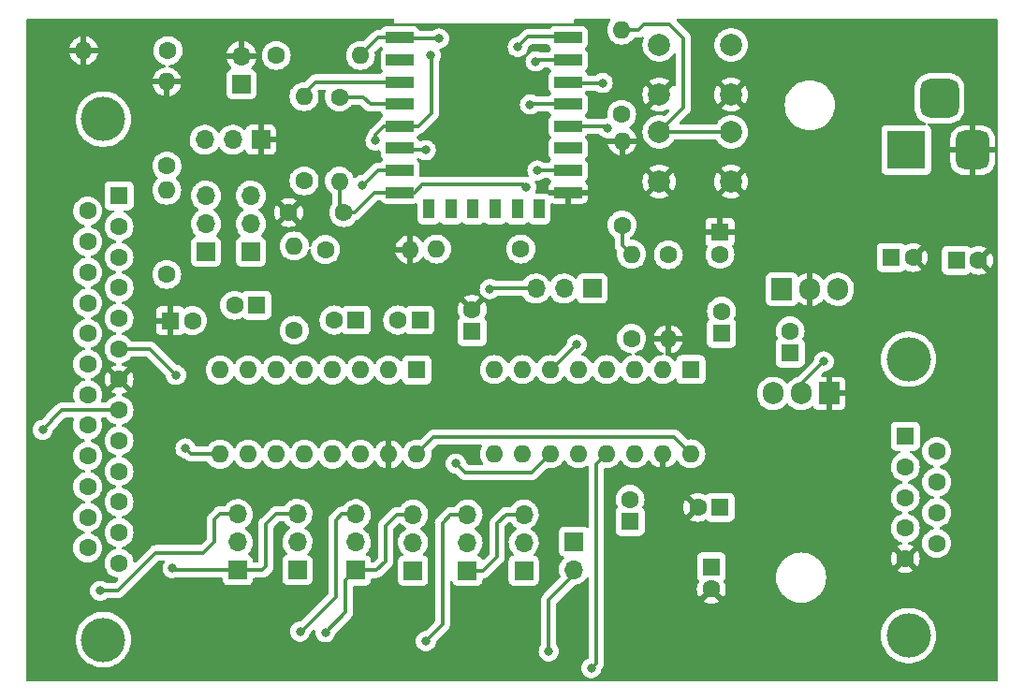
<source format=gbr>
%TF.GenerationSoftware,KiCad,Pcbnew,(6.0.2)*%
%TF.CreationDate,2022-07-09T18:12:45-05:00*%
%TF.ProjectId,WiFiModem,57694669-4d6f-4646-956d-2e6b69636164,rev?*%
%TF.SameCoordinates,Original*%
%TF.FileFunction,Copper,L1,Top*%
%TF.FilePolarity,Positive*%
%FSLAX46Y46*%
G04 Gerber Fmt 4.6, Leading zero omitted, Abs format (unit mm)*
G04 Created by KiCad (PCBNEW (6.0.2)) date 2022-07-09 18:12:45*
%MOMM*%
%LPD*%
G01*
G04 APERTURE LIST*
G04 Aperture macros list*
%AMRoundRect*
0 Rectangle with rounded corners*
0 $1 Rounding radius*
0 $2 $3 $4 $5 $6 $7 $8 $9 X,Y pos of 4 corners*
0 Add a 4 corners polygon primitive as box body*
4,1,4,$2,$3,$4,$5,$6,$7,$8,$9,$2,$3,0*
0 Add four circle primitives for the rounded corners*
1,1,$1+$1,$2,$3*
1,1,$1+$1,$4,$5*
1,1,$1+$1,$6,$7*
1,1,$1+$1,$8,$9*
0 Add four rect primitives between the rounded corners*
20,1,$1+$1,$2,$3,$4,$5,0*
20,1,$1+$1,$4,$5,$6,$7,0*
20,1,$1+$1,$6,$7,$8,$9,0*
20,1,$1+$1,$8,$9,$2,$3,0*%
G04 Aperture macros list end*
%TA.AperFunction,ComponentPad*%
%ADD10R,1.905000X2.000000*%
%TD*%
%TA.AperFunction,ComponentPad*%
%ADD11O,1.905000X2.000000*%
%TD*%
%TA.AperFunction,ComponentPad*%
%ADD12R,1.600000X1.600000*%
%TD*%
%TA.AperFunction,ComponentPad*%
%ADD13O,1.600000X1.600000*%
%TD*%
%TA.AperFunction,ComponentPad*%
%ADD14C,1.600000*%
%TD*%
%TA.AperFunction,ComponentPad*%
%ADD15O,1.700000X1.700000*%
%TD*%
%TA.AperFunction,ComponentPad*%
%ADD16R,1.700000X1.700000*%
%TD*%
%TA.AperFunction,ComponentPad*%
%ADD17C,4.000000*%
%TD*%
%TA.AperFunction,ComponentPad*%
%ADD18C,2.000000*%
%TD*%
%TA.AperFunction,SMDPad,CuDef*%
%ADD19R,2.500000X1.000000*%
%TD*%
%TA.AperFunction,SMDPad,CuDef*%
%ADD20R,1.000000X1.800000*%
%TD*%
%TA.AperFunction,ComponentPad*%
%ADD21RoundRect,0.875000X0.875000X0.875000X-0.875000X0.875000X-0.875000X-0.875000X0.875000X-0.875000X0*%
%TD*%
%TA.AperFunction,ComponentPad*%
%ADD22RoundRect,0.750000X0.750000X1.000000X-0.750000X1.000000X-0.750000X-1.000000X0.750000X-1.000000X0*%
%TD*%
%TA.AperFunction,ComponentPad*%
%ADD23R,3.500000X3.500000*%
%TD*%
%TA.AperFunction,ViaPad*%
%ADD24C,0.800000*%
%TD*%
%TA.AperFunction,Conductor*%
%ADD25C,0.350000*%
%TD*%
G04 APERTURE END LIST*
D10*
%TO.P,U4,1,GND*%
%TO.N,GND*%
X146800000Y-100440000D03*
D11*
%TO.P,U4,2,VO*%
%TO.N,+3V3*%
X144260000Y-100440000D03*
%TO.P,U4,3,VI*%
%TO.N,+5V*%
X141720000Y-100440000D03*
%TD*%
D12*
%TO.P,U5,1,C1+*%
%TO.N,Net-(C14-Pad1)*%
X134280000Y-98280000D03*
D13*
%TO.P,U5,2,VS+*%
%TO.N,Net-(C10-Pad2)*%
X131740000Y-98280000D03*
%TO.P,U5,3,C1-*%
%TO.N,Net-(C14-Pad2)*%
X129200000Y-98280000D03*
%TO.P,U5,4,C2+*%
%TO.N,Net-(C12-Pad1)*%
X126660000Y-98280000D03*
%TO.P,U5,5,C2-*%
%TO.N,Net-(C12-Pad2)*%
X124120000Y-98280000D03*
%TO.P,U5,6,VS-*%
%TO.N,Net-(C11-Pad2)*%
X121580000Y-98280000D03*
%TO.P,U5,7,T2OUT*%
%TO.N,DSRB*%
X119040000Y-98280000D03*
%TO.P,U5,8,R2IN*%
%TO.N,DTRB*%
X116500000Y-98280000D03*
%TO.P,U5,9,R2OUT*%
%TO.N,Net-(R10-Pad1)*%
X116500000Y-105900000D03*
%TO.P,U5,10,T2IN*%
%TO.N,GPIO4*%
X119040000Y-105900000D03*
%TO.P,U5,11,T1IN*%
%TO.N,GPIO12*%
X121580000Y-105900000D03*
%TO.P,U5,12,R1OUT*%
%TO.N,Net-(R11-Pad1)*%
X124120000Y-105900000D03*
%TO.P,U5,13,R1IN*%
%TO.N,DCD*%
X126660000Y-105900000D03*
%TO.P,U5,14,T1OUT*%
%TO.N,RI*%
X129200000Y-105900000D03*
%TO.P,U5,15,GND*%
%TO.N,GND*%
X131740000Y-105900000D03*
%TO.P,U5,16,VCC*%
%TO.N,+5V*%
X134280000Y-105900000D03*
%TD*%
D14*
%TO.P,R13,1*%
%TO.N,GPIO5*%
X128060000Y-85210000D03*
D13*
%TO.P,R13,2*%
%TO.N,GND*%
X128060000Y-77590000D03*
%TD*%
%TO.P,R12,2*%
%TO.N,GND*%
X79360000Y-69420000D03*
D14*
%TO.P,R12,1*%
%TO.N,GPIO14*%
X86980000Y-69420000D03*
%TD*%
%TO.P,R11,1*%
%TO.N,Net-(R11-Pad1)*%
X128910000Y-95470000D03*
D13*
%TO.P,R11,2*%
%TO.N,GPIO5*%
X128910000Y-87850000D03*
%TD*%
D14*
%TO.P,R10,1*%
%TO.N,Net-(R10-Pad1)*%
X118890000Y-87370000D03*
D13*
%TO.P,R10,2*%
%TO.N,GPIO14*%
X111270000Y-87370000D03*
%TD*%
D12*
%TO.P,C14,1*%
%TO.N,Net-(C14-Pad1)*%
X143256000Y-96774000D03*
D14*
%TO.P,C14,2*%
%TO.N,Net-(C14-Pad2)*%
X143256000Y-94774000D03*
%TD*%
D12*
%TO.P,C13,1*%
%TO.N,+5V*%
X136906000Y-110744000D03*
D14*
%TO.P,C13,2*%
%TO.N,GND*%
X134906000Y-110744000D03*
%TD*%
D12*
%TO.P,C12,1*%
%TO.N,Net-(C12-Pad1)*%
X137050000Y-94996000D03*
D14*
%TO.P,C12,2*%
%TO.N,Net-(C12-Pad2)*%
X137050000Y-92996000D03*
%TD*%
D12*
%TO.P,C11,1*%
%TO.N,GND*%
X136906000Y-85852000D03*
D14*
%TO.P,C11,2*%
%TO.N,Net-(C11-Pad2)*%
X136906000Y-87852000D03*
%TD*%
%TO.P,C10,2*%
%TO.N,Net-(C10-Pad2)*%
X128778000Y-110014000D03*
D12*
%TO.P,C10,1*%
%TO.N,+5V*%
X128778000Y-112014000D03*
%TD*%
D15*
%TO.P,JP11,3,B*%
%TO.N,DTR*%
X114070000Y-111410000D03*
%TO.P,JP11,2,C*%
%TO.N,DSRB*%
X114070000Y-113950000D03*
D16*
%TO.P,JP11,1,A*%
%TO.N,DSR*%
X114070000Y-116490000D03*
%TD*%
%TO.P,JP10,1,A*%
%TO.N,DTR*%
X119160000Y-116475000D03*
D15*
%TO.P,JP10,2,C*%
%TO.N,DTRB*%
X119160000Y-113935000D03*
%TO.P,JP10,3,B*%
%TO.N,DSR*%
X119160000Y-111395000D03*
%TD*%
D16*
%TO.P,JP9,1,A*%
%TO.N,DSR*%
X123698000Y-113830000D03*
D15*
%TO.P,JP9,2,B*%
%TO.N,RI*%
X123698000Y-116370000D03*
%TD*%
%TO.P,JP3,3,B*%
%TO.N,CTS*%
X103980000Y-111365000D03*
%TO.P,JP3,2,C*%
%TO.N,RTSB*%
X103980000Y-113905000D03*
D16*
%TO.P,JP3,1,A*%
%TO.N,RTS*%
X103980000Y-116445000D03*
%TD*%
%TO.P,JP2,1,A*%
%TO.N,TXD*%
X93300000Y-116435000D03*
D15*
%TO.P,JP2,2,C*%
%TO.N,TXDB*%
X93300000Y-113895000D03*
%TO.P,JP2,3,B*%
%TO.N,RXD*%
X93300000Y-111355000D03*
%TD*%
D17*
%TO.P,J1,0*%
%TO.N,N/C*%
X153970000Y-97345000D03*
X153970000Y-122345000D03*
D12*
%TO.P,J1,1,1*%
%TO.N,DCD*%
X153670000Y-104305000D03*
D14*
%TO.P,J1,2,2*%
%TO.N,TXD*%
X153670000Y-107075000D03*
%TO.P,J1,3,3*%
%TO.N,RXD*%
X153670000Y-109845000D03*
%TO.P,J1,4,4*%
%TO.N,DTR*%
X153670000Y-112615000D03*
%TO.P,J1,5,5*%
%TO.N,GND*%
X153670000Y-115385000D03*
%TO.P,J1,6,6*%
%TO.N,DSR*%
X156510000Y-105690000D03*
%TO.P,J1,7,7*%
%TO.N,CTS*%
X156510000Y-108460000D03*
%TO.P,J1,8,8*%
%TO.N,RTS*%
X156510000Y-111230000D03*
%TO.P,J1,9,9*%
%TO.N,RI*%
X156510000Y-114000000D03*
%TD*%
D12*
%TO.P,U3,1,C1+*%
%TO.N,Net-(C7-Pad1)*%
X109484000Y-98308000D03*
D13*
%TO.P,U3,2,VS+*%
%TO.N,Net-(C2-Pad2)*%
X106944000Y-98308000D03*
%TO.P,U3,3,C1-*%
%TO.N,Net-(C7-Pad2)*%
X104404000Y-98308000D03*
%TO.P,U3,4,C2+*%
%TO.N,Net-(C4-Pad1)*%
X101864000Y-98308000D03*
%TO.P,U3,5,C2-*%
%TO.N,Net-(C4-Pad2)*%
X99324000Y-98308000D03*
%TO.P,U3,6,VS-*%
%TO.N,Net-(C3-Pad2)*%
X96784000Y-98308000D03*
%TO.P,U3,7,T2OUT*%
%TO.N,CTSB*%
X94244000Y-98308000D03*
%TO.P,U3,8,R2IN*%
%TO.N,RTSB*%
X91704000Y-98308000D03*
%TO.P,U3,9,R2OUT*%
%TO.N,Net-(U3-Pad9)*%
X91704000Y-105928000D03*
%TO.P,U3,10,T2IN*%
%TO.N,GPIO15*%
X94244000Y-105928000D03*
%TO.P,U3,11,T1IN*%
%TO.N,GPIO1*%
X96784000Y-105928000D03*
%TO.P,U3,12,R1OUT*%
%TO.N,Net-(U3-Pad12)*%
X99324000Y-105928000D03*
%TO.P,U3,13,R1IN*%
%TO.N,TXDB*%
X101864000Y-105928000D03*
%TO.P,U3,14,T1OUT*%
%TO.N,RXDB*%
X104404000Y-105928000D03*
%TO.P,U3,15,GND*%
%TO.N,GND*%
X106944000Y-105928000D03*
%TO.P,U3,16,VCC*%
%TO.N,+5V*%
X109484000Y-105928000D03*
%TD*%
D11*
%TO.P,U2,3,VO*%
%TO.N,+5V*%
X147574000Y-91018000D03*
%TO.P,U2,2,GND*%
%TO.N,GND*%
X145034000Y-91018000D03*
D10*
%TO.P,U2,1,VI*%
%TO.N,Net-(C1-Pad1)*%
X142494000Y-91018000D03*
%TD*%
D12*
%TO.P,C3,1*%
%TO.N,GND*%
X87200000Y-93860000D03*
D14*
%TO.P,C3,2*%
%TO.N,Net-(C3-Pad2)*%
X89200000Y-93860000D03*
%TD*%
D12*
%TO.P,C2,1*%
%TO.N,+5V*%
X109760000Y-93800000D03*
D14*
%TO.P,C2,2*%
%TO.N,Net-(C2-Pad2)*%
X107760000Y-93800000D03*
%TD*%
D12*
%TO.P,C1,1*%
%TO.N,Net-(C1-Pad1)*%
X158302888Y-88392000D03*
D14*
%TO.P,C1,2*%
%TO.N,GND*%
X160302888Y-88392000D03*
%TD*%
D18*
%TO.P,SW1,2,2*%
%TO.N,Net-(R6-Pad2)*%
X131422000Y-68906000D03*
X137922000Y-68906000D03*
%TO.P,SW1,1,1*%
%TO.N,GND*%
X131422000Y-73406000D03*
X137922000Y-73406000D03*
%TD*%
D14*
%TO.P,R6,1*%
%TO.N,+3V3*%
X96774000Y-69850000D03*
D13*
%TO.P,R6,2*%
%TO.N,Net-(R6-Pad2)*%
X104394000Y-69850000D03*
%TD*%
D14*
%TO.P,R8,1*%
%TO.N,+3V3*%
X128016000Y-75184000D03*
D13*
%TO.P,R8,2*%
%TO.N,Net-(R8-Pad2)*%
X128016000Y-67564000D03*
%TD*%
D14*
%TO.P,R7,1*%
%TO.N,Net-(R7-Pad1)*%
X132240000Y-87884000D03*
D13*
%TO.P,R7,2*%
%TO.N,GND*%
X132240000Y-95504000D03*
%TD*%
D16*
%TO.P,JP1,1,A*%
%TO.N,RXD*%
X98690000Y-116415000D03*
D15*
%TO.P,JP1,2,C*%
%TO.N,RXDB*%
X98690000Y-113875000D03*
%TO.P,JP1,3,B*%
%TO.N,TXD*%
X98690000Y-111335000D03*
%TD*%
D14*
%TO.P,R3,1*%
%TO.N,Net-(U3-Pad12)*%
X98400000Y-94720000D03*
D13*
%TO.P,R3,2*%
%TO.N,GPIO3*%
X98400000Y-87100000D03*
%TD*%
D17*
%TO.P,J2,0*%
%TO.N,N/C*%
X81130000Y-75620000D03*
X81130000Y-122720000D03*
D12*
%TO.P,J2,1,1*%
%TO.N,unconnected-(J2-Pad1)*%
X82550000Y-82550000D03*
D14*
%TO.P,J2,2,2*%
%TO.N,TXD*%
X82550000Y-85320000D03*
%TO.P,J2,3,3*%
%TO.N,RXD*%
X82550000Y-88090000D03*
%TO.P,J2,4,4*%
%TO.N,RTS*%
X82550000Y-90860000D03*
%TO.P,J2,5,5*%
%TO.N,CTS*%
X82550000Y-93630000D03*
%TO.P,J2,6,6*%
%TO.N,DSR*%
X82550000Y-96400000D03*
%TO.P,J2,7,7*%
%TO.N,GND*%
X82550000Y-99170000D03*
%TO.P,J2,8,8*%
%TO.N,DCD*%
X82550000Y-101940000D03*
%TO.P,J2,9,9*%
%TO.N,unconnected-(J2-Pad9)*%
X82550000Y-104710000D03*
%TO.P,J2,10,10*%
%TO.N,unconnected-(J2-Pad10)*%
X82550000Y-107480000D03*
%TO.P,J2,11,11*%
%TO.N,unconnected-(J2-Pad11)*%
X82550000Y-110250000D03*
%TO.P,J2,12,12*%
%TO.N,unconnected-(J2-Pad12)*%
X82550000Y-113020000D03*
%TO.P,J2,13,13*%
%TO.N,unconnected-(J2-Pad13)*%
X82550000Y-115790000D03*
%TO.P,J2,14,P14*%
%TO.N,unconnected-(J2-Pad14)*%
X79710000Y-83935000D03*
%TO.P,J2,15,P15*%
%TO.N,unconnected-(J2-Pad15)*%
X79710000Y-86705000D03*
%TO.P,J2,16,P16*%
%TO.N,unconnected-(J2-Pad16)*%
X79710000Y-89475000D03*
%TO.P,J2,17,P17*%
%TO.N,unconnected-(J2-Pad17)*%
X79710000Y-92245000D03*
%TO.P,J2,18,P18*%
%TO.N,unconnected-(J2-Pad18)*%
X79710000Y-95015000D03*
%TO.P,J2,19,P19*%
%TO.N,unconnected-(J2-Pad19)*%
X79710000Y-97785000D03*
%TO.P,J2,20,P20*%
%TO.N,DTR*%
X79710000Y-100555000D03*
%TO.P,J2,21,P21*%
%TO.N,unconnected-(J2-Pad21)*%
X79710000Y-103325000D03*
%TO.P,J2,22,P22*%
%TO.N,RI*%
X79710000Y-106095000D03*
%TO.P,J2,23,P23*%
%TO.N,unconnected-(J2-Pad23)*%
X79710000Y-108865000D03*
%TO.P,J2,24,P24*%
%TO.N,unconnected-(J2-Pad24)*%
X79710000Y-111635000D03*
%TO.P,J2,25,P25*%
%TO.N,unconnected-(J2-Pad25)*%
X79710000Y-114405000D03*
%TD*%
%TO.P,R9,1*%
%TO.N,Net-(JP8-Pad1)*%
X102480000Y-73610000D03*
D13*
%TO.P,R9,2*%
%TO.N,+3V3*%
X102480000Y-81230000D03*
%TD*%
D14*
%TO.P,C9,1*%
%TO.N,GND*%
X97890000Y-84070000D03*
%TO.P,C9,2*%
%TO.N,+3V3*%
X102890000Y-84070000D03*
%TD*%
D16*
%TO.P,JP6,1,A*%
%TO.N,GPIO3*%
X94488000Y-87630000D03*
D15*
%TO.P,JP6,2,C*%
%TO.N,Net-(JP6-Pad2)*%
X94488000Y-85090000D03*
%TO.P,JP6,3,B*%
%TO.N,Net-(J4-Pad2)*%
X94488000Y-82550000D03*
%TD*%
D16*
%TO.P,J4,1,Pin_1*%
%TO.N,GND*%
X95390000Y-77490000D03*
D15*
%TO.P,J4,2,Pin_2*%
%TO.N,Net-(J4-Pad2)*%
X92850000Y-77490000D03*
%TO.P,J4,3,Pin_3*%
%TO.N,Net-(J4-Pad3)*%
X90310000Y-77490000D03*
%TD*%
D14*
%TO.P,C6,2*%
%TO.N,GND*%
X114480000Y-92850000D03*
D12*
%TO.P,C6,1*%
%TO.N,+5V*%
X114480000Y-94850000D03*
%TD*%
D14*
%TO.P,R4,1*%
%TO.N,GPIO3*%
X101220000Y-87420000D03*
D13*
%TO.P,R4,2*%
%TO.N,GND*%
X108840000Y-87420000D03*
%TD*%
D18*
%TO.P,SW2,1,1*%
%TO.N,Net-(R8-Pad2)*%
X131422000Y-76780000D03*
X137922000Y-76780000D03*
%TO.P,SW2,2,2*%
%TO.N,GND*%
X131422000Y-81280000D03*
X137922000Y-81280000D03*
%TD*%
D14*
%TO.P,C5,2*%
%TO.N,GND*%
X154400000Y-88138000D03*
D12*
%TO.P,C5,1*%
%TO.N,+5V*%
X152400000Y-88138000D03*
%TD*%
D16*
%TO.P,JP4,1,A*%
%TO.N,CTS*%
X109150000Y-116470000D03*
D15*
%TO.P,JP4,2,C*%
%TO.N,CTSB*%
X109150000Y-113930000D03*
%TO.P,JP4,3,B*%
%TO.N,RTS*%
X109150000Y-111390000D03*
%TD*%
D12*
%TO.P,C7,1*%
%TO.N,Net-(C7-Pad1)*%
X104000000Y-93800000D03*
D14*
%TO.P,C7,2*%
%TO.N,Net-(C7-Pad2)*%
X102000000Y-93800000D03*
%TD*%
D19*
%TO.P,U1,1,~{RST}*%
%TO.N,Net-(R6-Pad2)*%
X107970000Y-68255000D03*
%TO.P,U1,2,ADC*%
%TO.N,unconnected-(U1-Pad2)*%
X107970000Y-70255000D03*
%TO.P,U1,3,EN*%
%TO.N,Net-(R5-Pad2)*%
X107970000Y-72255000D03*
%TO.P,U1,4,GPIO16*%
%TO.N,Net-(JP8-Pad1)*%
X107970000Y-74255000D03*
%TO.P,U1,5,GPIO14*%
%TO.N,GPIO14*%
X107970000Y-76255000D03*
%TO.P,U1,6,GPIO12*%
%TO.N,GPIO12*%
X107970000Y-78255000D03*
%TO.P,U1,7,GPIO13*%
%TO.N,GPIO13*%
X107970000Y-80255000D03*
%TO.P,U1,8,VCC*%
%TO.N,+3V3*%
X107970000Y-82255000D03*
D20*
%TO.P,U1,9,CS0*%
%TO.N,unconnected-(U1-Pad9)*%
X110570000Y-83755000D03*
%TO.P,U1,10,MISO*%
%TO.N,unconnected-(U1-Pad10)*%
X112570000Y-83755000D03*
%TO.P,U1,11,GPIO9*%
%TO.N,unconnected-(U1-Pad11)*%
X114570000Y-83755000D03*
%TO.P,U1,12,GPIO10*%
%TO.N,unconnected-(U1-Pad12)*%
X116570000Y-83755000D03*
%TO.P,U1,13,MOSI*%
%TO.N,unconnected-(U1-Pad13)*%
X118570000Y-83755000D03*
%TO.P,U1,14,SCLK*%
%TO.N,unconnected-(U1-Pad14)*%
X120570000Y-83755000D03*
D19*
%TO.P,U1,15,GND*%
%TO.N,GND*%
X123170000Y-82255000D03*
%TO.P,U1,16,GPIO15*%
%TO.N,Net-(JP7-Pad2)*%
X123170000Y-80255000D03*
%TO.P,U1,17,GPIO2*%
%TO.N,unconnected-(U1-Pad17)*%
X123170000Y-78255000D03*
%TO.P,U1,18,GPIO0*%
%TO.N,Net-(R8-Pad2)*%
X123170000Y-76255000D03*
%TO.P,U1,19,GPIO4*%
%TO.N,GPIO4*%
X123170000Y-74255000D03*
%TO.P,U1,20,GPIO5*%
%TO.N,GPIO5*%
X123170000Y-72255000D03*
%TO.P,U1,21,GPIO3/RXD*%
%TO.N,Net-(JP6-Pad2)*%
X123170000Y-70255000D03*
%TO.P,U1,22,GPIO1/TXD*%
%TO.N,Net-(JP5-Pad2)*%
X123170000Y-68255000D03*
%TD*%
D12*
%TO.P,C8,1*%
%TO.N,+3V3*%
X136130000Y-116140000D03*
D14*
%TO.P,C8,2*%
%TO.N,GND*%
X136130000Y-118140000D03*
%TD*%
D21*
%TO.P,J3,3*%
%TO.N,unconnected-(J3-Pad3)*%
X156766000Y-73727500D03*
D22*
%TO.P,J3,2*%
%TO.N,GND*%
X159766000Y-78427500D03*
D23*
%TO.P,J3,1*%
%TO.N,Net-(C1-Pad1)*%
X153766000Y-78427500D03*
%TD*%
D13*
%TO.P,R1,2*%
%TO.N,GPIO13*%
X86868000Y-82042000D03*
D14*
%TO.P,R1,1*%
%TO.N,Net-(U3-Pad9)*%
X86868000Y-89662000D03*
%TD*%
D16*
%TO.P,JP8,1,A*%
%TO.N,Net-(JP8-Pad1)*%
X93620000Y-72460000D03*
D15*
%TO.P,JP8,2,B*%
%TO.N,GND*%
X93620000Y-69920000D03*
%TD*%
D14*
%TO.P,C4,2*%
%TO.N,Net-(C4-Pad2)*%
X92996000Y-92456000D03*
D12*
%TO.P,C4,1*%
%TO.N,Net-(C4-Pad1)*%
X94996000Y-92456000D03*
%TD*%
D15*
%TO.P,JP7,3,B*%
%TO.N,GPIO15*%
X120275000Y-90950000D03*
%TO.P,JP7,2,C*%
%TO.N,Net-(JP7-Pad2)*%
X122815000Y-90950000D03*
D16*
%TO.P,JP7,1,A*%
%TO.N,Net-(R7-Pad1)*%
X125355000Y-90950000D03*
%TD*%
D14*
%TO.P,R5,1*%
%TO.N,+3V3*%
X99300000Y-81200000D03*
D13*
%TO.P,R5,2*%
%TO.N,Net-(R5-Pad2)*%
X99300000Y-73580000D03*
%TD*%
D14*
%TO.P,R2,1*%
%TO.N,GPIO13*%
X86880000Y-79870000D03*
D13*
%TO.P,R2,2*%
%TO.N,GND*%
X86880000Y-72250000D03*
%TD*%
D16*
%TO.P,JP5,1,A*%
%TO.N,GPIO1*%
X90424000Y-87630000D03*
D15*
%TO.P,JP5,2,C*%
%TO.N,Net-(JP5-Pad2)*%
X90424000Y-85090000D03*
%TO.P,JP5,3,B*%
%TO.N,Net-(J4-Pad3)*%
X90424000Y-82550000D03*
%TD*%
D24*
%TO.N,GPIO5*%
X126300000Y-72350000D03*
%TO.N,Net-(R8-Pad2)*%
X126730000Y-76440000D03*
%TO.N,Net-(R6-Pad2)*%
X111506000Y-68326000D03*
%TO.N,+3V3*%
X146304000Y-97536000D03*
X119380000Y-81788000D03*
%TO.N,Net-(JP7-Pad2)*%
X120396000Y-80264000D03*
%TO.N,Net-(C11-Pad2)*%
X123952000Y-96012000D03*
%TO.N,GPIO14*%
X110744000Y-69850000D03*
%TO.N,GPIO4*%
X119730000Y-74300000D03*
%TO.N,GPIO15*%
X116090000Y-90990000D03*
%TO.N,GPIO12*%
X110300000Y-78430000D03*
X113020000Y-106780000D03*
%TO.N,Net-(JP6-Pad2)*%
X120240000Y-70400000D03*
%TO.N,Net-(JP5-Pad2)*%
X118618000Y-69088000D03*
%TO.N,GPIO14*%
X105760000Y-77560000D03*
%TO.N,GPIO13*%
X104590000Y-81570000D03*
%TO.N,Net-(U3-Pad9)*%
X88565500Y-105410000D03*
%TO.N,DCD*%
X125270000Y-125294500D03*
%TO.N,RI*%
X121420000Y-123780000D03*
%TO.N,DTR*%
X110310000Y-122844500D03*
%TO.N,CTS*%
X98930000Y-121980000D03*
%TO.N,RTS*%
X101220000Y-122044500D03*
%TO.N,RXD*%
X80840000Y-118290000D03*
%TO.N,TXD*%
X87390000Y-116250000D03*
%TO.N,DCD*%
X75640000Y-103730000D03*
%TO.N,DSR*%
X87700000Y-98760000D03*
%TD*%
D25*
%TO.N,GPIO5*%
X123265000Y-72350000D02*
X123170000Y-72255000D01*
X126300000Y-72350000D02*
X123265000Y-72350000D01*
%TO.N,Net-(R8-Pad2)*%
X126580000Y-76290000D02*
X123205000Y-76290000D01*
X126730000Y-76440000D02*
X126580000Y-76290000D01*
X123205000Y-76290000D02*
X123170000Y-76255000D01*
%TO.N,GPIO5*%
X128060000Y-85210000D02*
X128060000Y-87000000D01*
X128060000Y-87000000D02*
X128910000Y-87850000D01*
%TO.N,Net-(R8-Pad2)*%
X137922000Y-76780000D02*
X131422000Y-76780000D01*
X129540000Y-67564000D02*
X130048000Y-67056000D01*
X128016000Y-67564000D02*
X129540000Y-67564000D01*
X130048000Y-67056000D02*
X132334000Y-67056000D01*
X132334000Y-67056000D02*
X133604000Y-68326000D01*
X133604000Y-68326000D02*
X133604000Y-74598000D01*
X133604000Y-74598000D02*
X131422000Y-76780000D01*
%TO.N,Net-(R6-Pad2)*%
X108041000Y-68326000D02*
X107970000Y-68255000D01*
X111506000Y-68326000D02*
X108041000Y-68326000D01*
%TO.N,Net-(JP5-Pad2)*%
X123085000Y-68170000D02*
X123170000Y-68255000D01*
X118618000Y-69088000D02*
X119536000Y-68170000D01*
X119536000Y-68170000D02*
X123085000Y-68170000D01*
%TO.N,GPIO14*%
X109655000Y-76255000D02*
X107970000Y-76255000D01*
X110820000Y-75090000D02*
X109655000Y-76255000D01*
X110820000Y-69926000D02*
X110820000Y-75090000D01*
X110744000Y-69850000D02*
X110820000Y-69926000D01*
%TO.N,+3V3*%
X144260000Y-99580000D02*
X146304000Y-97536000D01*
X144260000Y-100440000D02*
X144260000Y-99580000D01*
%TO.N,+5V*%
X111018000Y-104394000D02*
X109484000Y-105928000D01*
X132774000Y-104394000D02*
X111018000Y-104394000D01*
X134280000Y-105900000D02*
X132774000Y-104394000D01*
%TO.N,+3V3*%
X119380000Y-81788000D02*
X119126000Y-81534000D01*
X119126000Y-81534000D02*
X109982000Y-81534000D01*
X109982000Y-81534000D02*
X109261000Y-82255000D01*
X109261000Y-82255000D02*
X107970000Y-82255000D01*
%TO.N,Net-(JP7-Pad2)*%
X120405000Y-80255000D02*
X120396000Y-80264000D01*
X123170000Y-80255000D02*
X120405000Y-80255000D01*
%TO.N,Net-(C11-Pad2)*%
X121684000Y-98280000D02*
X123952000Y-96012000D01*
X121580000Y-98280000D02*
X121684000Y-98280000D01*
%TO.N,GPIO4*%
X119775000Y-74255000D02*
X123170000Y-74255000D01*
X119730000Y-74300000D02*
X119775000Y-74255000D01*
%TO.N,GPIO15*%
X116130000Y-90950000D02*
X116090000Y-90990000D01*
X120275000Y-90950000D02*
X116130000Y-90950000D01*
%TO.N,GPIO12*%
X108145000Y-78430000D02*
X107970000Y-78255000D01*
X110300000Y-78430000D02*
X108145000Y-78430000D01*
X113840000Y-107600000D02*
X119880000Y-107600000D01*
X113840000Y-107600000D02*
X113020000Y-106780000D01*
X121580000Y-105900000D02*
X119880000Y-107600000D01*
%TO.N,Net-(JP6-Pad2)*%
X120385000Y-70255000D02*
X123170000Y-70255000D01*
X120240000Y-70400000D02*
X120385000Y-70255000D01*
%TO.N,GPIO13*%
X105955000Y-80255000D02*
X107970000Y-80255000D01*
X104640000Y-81570000D02*
X105955000Y-80255000D01*
X104590000Y-81570000D02*
X104640000Y-81570000D01*
%TO.N,GPIO14*%
X106535000Y-76255000D02*
X107970000Y-76255000D01*
X105760000Y-77030000D02*
X106535000Y-76255000D01*
X105760000Y-77560000D02*
X105760000Y-77030000D01*
%TO.N,Net-(R6-Pad2)*%
X105989000Y-68255000D02*
X104394000Y-69850000D01*
X107970000Y-68255000D02*
X105989000Y-68255000D01*
%TO.N,Net-(R5-Pad2)*%
X99300000Y-73270000D02*
X100315000Y-72255000D01*
X99300000Y-73580000D02*
X99300000Y-73270000D01*
X100315000Y-72255000D02*
X107970000Y-72255000D01*
%TO.N,+3V3*%
X102520000Y-83700000D02*
X102890000Y-84070000D01*
X102520000Y-81270000D02*
X102520000Y-83700000D01*
X102480000Y-81230000D02*
X102520000Y-81270000D01*
%TO.N,Net-(JP8-Pad1)*%
X104660000Y-73610000D02*
X102480000Y-73610000D01*
X107970000Y-74255000D02*
X105305000Y-74255000D01*
X105305000Y-74255000D02*
X104660000Y-73610000D01*
%TO.N,+3V3*%
X105685000Y-82255000D02*
X103870000Y-84070000D01*
X103870000Y-84070000D02*
X102890000Y-84070000D01*
X107970000Y-82255000D02*
X105685000Y-82255000D01*
%TO.N,DSR*%
X85340000Y-96400000D02*
X82550000Y-96400000D01*
X87700000Y-98760000D02*
X85340000Y-96400000D01*
%TO.N,Net-(U3-Pad9)*%
X89083500Y-105928000D02*
X88565500Y-105410000D01*
X91704000Y-105928000D02*
X89083500Y-105928000D01*
%TO.N,DCD*%
X125730000Y-106830000D02*
X125730000Y-124834500D01*
X125730000Y-124834500D02*
X125270000Y-125294500D01*
X126660000Y-105900000D02*
X125730000Y-106830000D01*
%TO.N,CTS*%
X102170000Y-111900000D02*
X102705000Y-111365000D01*
X98930000Y-121980000D02*
X99020000Y-121980000D01*
X99020000Y-121980000D02*
X102170000Y-118830000D01*
X102170000Y-118830000D02*
X102170000Y-111900000D01*
X102705000Y-111365000D02*
X103980000Y-111365000D01*
%TO.N,RI*%
X123698000Y-116842000D02*
X121420000Y-119120000D01*
X123698000Y-116370000D02*
X123698000Y-116842000D01*
X121420000Y-119120000D02*
X121420000Y-123780000D01*
%TO.N,DSR*%
X117555000Y-111395000D02*
X119160000Y-111395000D01*
X116760000Y-112190000D02*
X117555000Y-111395000D01*
X116760000Y-115230000D02*
X116760000Y-112190000D01*
X115500000Y-116490000D02*
X116760000Y-115230000D01*
X114070000Y-116490000D02*
X115500000Y-116490000D01*
%TO.N,DTR*%
X111800000Y-121354500D02*
X110310000Y-122844500D01*
X111800000Y-112160000D02*
X111800000Y-121354500D01*
X112550000Y-111410000D02*
X111910000Y-112050000D01*
X111910000Y-112050000D02*
X111800000Y-112160000D01*
X114070000Y-111410000D02*
X112550000Y-111410000D01*
%TO.N,RTS*%
X106680000Y-115610000D02*
X106680000Y-112400000D01*
X107690000Y-111390000D02*
X109150000Y-111390000D01*
X105845000Y-116445000D02*
X106680000Y-115610000D01*
X103980000Y-116445000D02*
X105845000Y-116445000D01*
X106680000Y-112400000D02*
X107690000Y-111390000D01*
X103060000Y-117365000D02*
X103060000Y-120204500D01*
X103980000Y-116445000D02*
X103060000Y-117365000D01*
X103060000Y-120204500D02*
X101220000Y-122044500D01*
%TO.N,TXD*%
X95860000Y-112220000D02*
X96745000Y-111335000D01*
X95525000Y-116435000D02*
X95860000Y-116100000D01*
X95860000Y-116100000D02*
X95860000Y-112220000D01*
X93300000Y-116435000D02*
X95525000Y-116435000D01*
X96745000Y-111335000D02*
X98690000Y-111335000D01*
%TO.N,RXD*%
X91645000Y-111355000D02*
X93300000Y-111355000D01*
X91190000Y-111810000D02*
X91645000Y-111355000D01*
X91190000Y-113850000D02*
X91190000Y-111810000D01*
X90200000Y-114840000D02*
X91190000Y-113850000D01*
X85880000Y-114840000D02*
X90200000Y-114840000D01*
X80840000Y-118290000D02*
X82430000Y-118290000D01*
X82430000Y-118290000D02*
X85880000Y-114840000D01*
%TO.N,TXD*%
X87575000Y-116435000D02*
X93300000Y-116435000D01*
X87390000Y-116250000D02*
X87575000Y-116435000D01*
%TO.N,DCD*%
X79750000Y-101960000D02*
X79770000Y-101940000D01*
X76440000Y-102930000D02*
X76440000Y-102890000D01*
X77370000Y-101960000D02*
X79750000Y-101960000D01*
X79770000Y-101940000D02*
X82550000Y-101940000D01*
X75640000Y-103730000D02*
X76440000Y-102930000D01*
X76440000Y-102890000D02*
X77370000Y-101960000D01*
%TD*%
%TA.AperFunction,Conductor*%
%TO.N,GND*%
G36*
X107392121Y-66568002D02*
G01*
X107438614Y-66621658D01*
X107450000Y-66674000D01*
X107450000Y-66955000D01*
X123690000Y-66955000D01*
X123690000Y-66674000D01*
X123710002Y-66605879D01*
X123763658Y-66559386D01*
X123816000Y-66548000D01*
X126887984Y-66548000D01*
X126956105Y-66568002D01*
X127002598Y-66621658D01*
X127012702Y-66691932D01*
X126991197Y-66746270D01*
X126878477Y-66907251D01*
X126876154Y-66912233D01*
X126876151Y-66912238D01*
X126856211Y-66955000D01*
X126781716Y-67114757D01*
X126780294Y-67120065D01*
X126780293Y-67120067D01*
X126730905Y-67304385D01*
X126722457Y-67335913D01*
X126702502Y-67564000D01*
X126722457Y-67792087D01*
X126723881Y-67797400D01*
X126723881Y-67797402D01*
X126732822Y-67830768D01*
X126781716Y-68013243D01*
X126784039Y-68018224D01*
X126784039Y-68018225D01*
X126876151Y-68215762D01*
X126876154Y-68215767D01*
X126878477Y-68220749D01*
X127009802Y-68408300D01*
X127171700Y-68570198D01*
X127176208Y-68573355D01*
X127176211Y-68573357D01*
X127227279Y-68609115D01*
X127359251Y-68701523D01*
X127364233Y-68703846D01*
X127364238Y-68703849D01*
X127561775Y-68795961D01*
X127566757Y-68798284D01*
X127572065Y-68799706D01*
X127572067Y-68799707D01*
X127782598Y-68856119D01*
X127782600Y-68856119D01*
X127787913Y-68857543D01*
X128016000Y-68877498D01*
X128244087Y-68857543D01*
X128249400Y-68856119D01*
X128249402Y-68856119D01*
X128459933Y-68799707D01*
X128459935Y-68799706D01*
X128465243Y-68798284D01*
X128470225Y-68795961D01*
X128667762Y-68703849D01*
X128667767Y-68703846D01*
X128672749Y-68701523D01*
X128804721Y-68609115D01*
X128855789Y-68573357D01*
X128855792Y-68573355D01*
X128860300Y-68570198D01*
X129022198Y-68408300D01*
X129097171Y-68301228D01*
X129152627Y-68256901D01*
X129200383Y-68247500D01*
X129511955Y-68247500D01*
X129520524Y-68247792D01*
X129568458Y-68251060D01*
X129568462Y-68251060D01*
X129576034Y-68251576D01*
X129583511Y-68250271D01*
X129583514Y-68250271D01*
X129636647Y-68240998D01*
X129643171Y-68240035D01*
X129696691Y-68233558D01*
X129704235Y-68232645D01*
X129711345Y-68229958D01*
X129716248Y-68228754D01*
X129726734Y-68225886D01*
X129731526Y-68224439D01*
X129739004Y-68223134D01*
X129745957Y-68220082D01*
X129795341Y-68198405D01*
X129801446Y-68195914D01*
X129858988Y-68174170D01*
X129859676Y-68175992D01*
X129919404Y-68164127D01*
X129985464Y-68190139D01*
X130026975Y-68247736D01*
X130030756Y-68318632D01*
X130024550Y-68337841D01*
X129991313Y-68418084D01*
X129982895Y-68438406D01*
X129981740Y-68443218D01*
X129940327Y-68615716D01*
X129927465Y-68669289D01*
X129908835Y-68906000D01*
X129927465Y-69142711D01*
X129928619Y-69147518D01*
X129928620Y-69147524D01*
X129960869Y-69281851D01*
X129982895Y-69373594D01*
X129984788Y-69378165D01*
X129984789Y-69378167D01*
X130068927Y-69581294D01*
X130073760Y-69592963D01*
X130076346Y-69597183D01*
X130195241Y-69791202D01*
X130195245Y-69791208D01*
X130197824Y-69795416D01*
X130352031Y-69975969D01*
X130532584Y-70130176D01*
X130536792Y-70132755D01*
X130536798Y-70132759D01*
X130681702Y-70221556D01*
X130735037Y-70254240D01*
X130739607Y-70256133D01*
X130739611Y-70256135D01*
X130923431Y-70332275D01*
X130954406Y-70345105D01*
X131034609Y-70364360D01*
X131180476Y-70399380D01*
X131180482Y-70399381D01*
X131185289Y-70400535D01*
X131422000Y-70419165D01*
X131658711Y-70400535D01*
X131663518Y-70399381D01*
X131663524Y-70399380D01*
X131809391Y-70364360D01*
X131889594Y-70345105D01*
X131920569Y-70332275D01*
X132104389Y-70256135D01*
X132104393Y-70256133D01*
X132108963Y-70254240D01*
X132162298Y-70221556D01*
X132307202Y-70132759D01*
X132307208Y-70132755D01*
X132311416Y-70130176D01*
X132491969Y-69975969D01*
X132646176Y-69795416D01*
X132687067Y-69728688D01*
X132739715Y-69681057D01*
X132809756Y-69669450D01*
X132874954Y-69697553D01*
X132914608Y-69756443D01*
X132920500Y-69794523D01*
X132920500Y-72518436D01*
X132900498Y-72586557D01*
X132846842Y-72633050D01*
X132776568Y-72643154D01*
X132711988Y-72613660D01*
X132687068Y-72584272D01*
X132664567Y-72547554D01*
X132654110Y-72538093D01*
X132645334Y-72541876D01*
X130560920Y-74626290D01*
X130554160Y-74638670D01*
X130559887Y-74646320D01*
X130731042Y-74751205D01*
X130739837Y-74755687D01*
X130949988Y-74842734D01*
X130959373Y-74845783D01*
X131180554Y-74898885D01*
X131190301Y-74900428D01*
X131417070Y-74918275D01*
X131426930Y-74918275D01*
X131653699Y-74900428D01*
X131663446Y-74898885D01*
X131884627Y-74845783D01*
X131894012Y-74842734D01*
X132104163Y-74755687D01*
X132112948Y-74751210D01*
X132164004Y-74719923D01*
X132232538Y-74701385D01*
X132300214Y-74722841D01*
X132345547Y-74777480D01*
X132354144Y-74847955D01*
X132318934Y-74916451D01*
X131943439Y-75291946D01*
X131881127Y-75325972D01*
X131824930Y-75325370D01*
X131663524Y-75286620D01*
X131663518Y-75286619D01*
X131658711Y-75285465D01*
X131422000Y-75266835D01*
X131185289Y-75285465D01*
X131180482Y-75286619D01*
X131180476Y-75286620D01*
X131034609Y-75321640D01*
X130954406Y-75340895D01*
X130949835Y-75342788D01*
X130949833Y-75342789D01*
X130739611Y-75429865D01*
X130739607Y-75429867D01*
X130735037Y-75431760D01*
X130730817Y-75434346D01*
X130536798Y-75553241D01*
X130536792Y-75553245D01*
X130532584Y-75555824D01*
X130352031Y-75710031D01*
X130197824Y-75890584D01*
X130195245Y-75894792D01*
X130195241Y-75894798D01*
X130108507Y-76036335D01*
X130073760Y-76093037D01*
X130071867Y-76097607D01*
X130071865Y-76097611D01*
X129994547Y-76284276D01*
X129982895Y-76312406D01*
X129973365Y-76352101D01*
X129930008Y-76532698D01*
X129927465Y-76543289D01*
X129908835Y-76780000D01*
X129927465Y-77016711D01*
X129928619Y-77021518D01*
X129928620Y-77021524D01*
X129947563Y-77100427D01*
X129982895Y-77247594D01*
X129984788Y-77252165D01*
X129984789Y-77252167D01*
X130071643Y-77461851D01*
X130073760Y-77466963D01*
X130076346Y-77471183D01*
X130195241Y-77665202D01*
X130195245Y-77665208D01*
X130197824Y-77669416D01*
X130352031Y-77849969D01*
X130355787Y-77853177D01*
X130366252Y-77862115D01*
X130532584Y-78004176D01*
X130536792Y-78006755D01*
X130536798Y-78006759D01*
X130691976Y-78101852D01*
X130735037Y-78128240D01*
X130739607Y-78130133D01*
X130739611Y-78130135D01*
X130949833Y-78217211D01*
X130954406Y-78219105D01*
X131015590Y-78233794D01*
X131180476Y-78273380D01*
X131180482Y-78273381D01*
X131185289Y-78274535D01*
X131422000Y-78293165D01*
X131658711Y-78274535D01*
X131663518Y-78273381D01*
X131663524Y-78273380D01*
X131828410Y-78233794D01*
X131889594Y-78219105D01*
X131894167Y-78217211D01*
X132104389Y-78130135D01*
X132104393Y-78130133D01*
X132108963Y-78128240D01*
X132152024Y-78101852D01*
X132307202Y-78006759D01*
X132307208Y-78006755D01*
X132311416Y-78004176D01*
X132477748Y-77862115D01*
X132488213Y-77853177D01*
X132491969Y-77849969D01*
X132646176Y-77669416D01*
X132648758Y-77665202D01*
X132648765Y-77665193D01*
X132735494Y-77523665D01*
X132788141Y-77476034D01*
X132842926Y-77463500D01*
X136501074Y-77463500D01*
X136569195Y-77483502D01*
X136608506Y-77523665D01*
X136695235Y-77665193D01*
X136695242Y-77665202D01*
X136697824Y-77669416D01*
X136852031Y-77849969D01*
X136855787Y-77853177D01*
X136866252Y-77862115D01*
X137032584Y-78004176D01*
X137036792Y-78006755D01*
X137036798Y-78006759D01*
X137191976Y-78101852D01*
X137235037Y-78128240D01*
X137239607Y-78130133D01*
X137239611Y-78130135D01*
X137449833Y-78217211D01*
X137454406Y-78219105D01*
X137515590Y-78233794D01*
X137680476Y-78273380D01*
X137680482Y-78273381D01*
X137685289Y-78274535D01*
X137922000Y-78293165D01*
X138158711Y-78274535D01*
X138163518Y-78273381D01*
X138163524Y-78273380D01*
X138328410Y-78233794D01*
X138389594Y-78219105D01*
X138394167Y-78217211D01*
X138604389Y-78130135D01*
X138604393Y-78130133D01*
X138608963Y-78128240D01*
X138652024Y-78101852D01*
X138807202Y-78006759D01*
X138807208Y-78006755D01*
X138811416Y-78004176D01*
X138977748Y-77862115D01*
X138988213Y-77853177D01*
X138991969Y-77849969D01*
X139146176Y-77669416D01*
X139148755Y-77665208D01*
X139148759Y-77665202D01*
X139267654Y-77471183D01*
X139270240Y-77466963D01*
X139272358Y-77461851D01*
X139359211Y-77252167D01*
X139359212Y-77252165D01*
X139361105Y-77247594D01*
X139396437Y-77100427D01*
X139415380Y-77021524D01*
X139415381Y-77021518D01*
X139416535Y-77016711D01*
X139435165Y-76780000D01*
X139416535Y-76543289D01*
X139413993Y-76532698D01*
X139370635Y-76352101D01*
X139361105Y-76312406D01*
X139349453Y-76284276D01*
X139272135Y-76097611D01*
X139272133Y-76097607D01*
X139270240Y-76093037D01*
X139235493Y-76036335D01*
X139148759Y-75894798D01*
X139148755Y-75894792D01*
X139146176Y-75890584D01*
X138991969Y-75710031D01*
X138811416Y-75555824D01*
X138807208Y-75553245D01*
X138807202Y-75553241D01*
X138613183Y-75434346D01*
X138608963Y-75431760D01*
X138604393Y-75429867D01*
X138604389Y-75429865D01*
X138394167Y-75342789D01*
X138394165Y-75342788D01*
X138389594Y-75340895D01*
X138309391Y-75321640D01*
X138163524Y-75286620D01*
X138163518Y-75286619D01*
X138158711Y-75285465D01*
X137922000Y-75266835D01*
X137685289Y-75285465D01*
X137680482Y-75286619D01*
X137680476Y-75286620D01*
X137534609Y-75321640D01*
X137454406Y-75340895D01*
X137449835Y-75342788D01*
X137449833Y-75342789D01*
X137239611Y-75429865D01*
X137239607Y-75429867D01*
X137235037Y-75431760D01*
X137230817Y-75434346D01*
X137036798Y-75553241D01*
X137036792Y-75553245D01*
X137032584Y-75555824D01*
X136852031Y-75710031D01*
X136697824Y-75890584D01*
X136695242Y-75894797D01*
X136695235Y-75894807D01*
X136608506Y-76036335D01*
X136555859Y-76083966D01*
X136501074Y-76096500D01*
X133376305Y-76096500D01*
X133308184Y-76076498D01*
X133261691Y-76022842D01*
X133251587Y-75952568D01*
X133281081Y-75887988D01*
X133287210Y-75881405D01*
X134067459Y-75101156D01*
X134073724Y-75095302D01*
X134109945Y-75063704D01*
X134115670Y-75058710D01*
X134151066Y-75008345D01*
X134154980Y-75003077D01*
X134162649Y-74993297D01*
X134192935Y-74954672D01*
X134196061Y-74947748D01*
X134198671Y-74943439D01*
X134204042Y-74934024D01*
X134206427Y-74929576D01*
X134210795Y-74923361D01*
X134233144Y-74866039D01*
X134235698Y-74859962D01*
X134241120Y-74847955D01*
X134261014Y-74803895D01*
X134262400Y-74796418D01*
X134263910Y-74791598D01*
X134266882Y-74781165D01*
X134268130Y-74776304D01*
X134270889Y-74769228D01*
X134278918Y-74708238D01*
X134279950Y-74701722D01*
X134289777Y-74648700D01*
X134291161Y-74641233D01*
X134291013Y-74638670D01*
X137054160Y-74638670D01*
X137059887Y-74646320D01*
X137231042Y-74751205D01*
X137239837Y-74755687D01*
X137449988Y-74842734D01*
X137459373Y-74845783D01*
X137680554Y-74898885D01*
X137690301Y-74900428D01*
X137917070Y-74918275D01*
X137926930Y-74918275D01*
X138153699Y-74900428D01*
X138163446Y-74898885D01*
X138384627Y-74845783D01*
X138394012Y-74842734D01*
X138604163Y-74755687D01*
X138612958Y-74751205D01*
X138780445Y-74648568D01*
X138789907Y-74638110D01*
X138786124Y-74629334D01*
X138514790Y-74358000D01*
X142770654Y-74358000D01*
X142770924Y-74362119D01*
X142789699Y-74648568D01*
X142790017Y-74653426D01*
X142790819Y-74657459D01*
X142790820Y-74657465D01*
X142846722Y-74938500D01*
X142847776Y-74943797D01*
X142849103Y-74947706D01*
X142849104Y-74947710D01*
X142937630Y-75208500D01*
X142942941Y-75224145D01*
X143004852Y-75349687D01*
X143055627Y-75452649D01*
X143073885Y-75489673D01*
X143076179Y-75493106D01*
X143235979Y-75732264D01*
X143238367Y-75735838D01*
X143241081Y-75738932D01*
X143241085Y-75738938D01*
X143413897Y-75935991D01*
X143433573Y-75958427D01*
X143436662Y-75961136D01*
X143653062Y-76150915D01*
X143653068Y-76150919D01*
X143656162Y-76153633D01*
X143659588Y-76155922D01*
X143659593Y-76155926D01*
X143787172Y-76241171D01*
X143902327Y-76318115D01*
X143906026Y-76319939D01*
X143906031Y-76319942D01*
X143976307Y-76354598D01*
X144167855Y-76449059D01*
X144171760Y-76450384D01*
X144171761Y-76450385D01*
X144444290Y-76542896D01*
X144444294Y-76542897D01*
X144448203Y-76544224D01*
X144452247Y-76545028D01*
X144452253Y-76545030D01*
X144734535Y-76601180D01*
X144734541Y-76601181D01*
X144738574Y-76601983D01*
X144742679Y-76602252D01*
X144742686Y-76602253D01*
X145029881Y-76621076D01*
X145034000Y-76621346D01*
X145038119Y-76621076D01*
X145325314Y-76602253D01*
X145325321Y-76602252D01*
X145329426Y-76601983D01*
X145333459Y-76601181D01*
X145333465Y-76601180D01*
X145615747Y-76545030D01*
X145615753Y-76545028D01*
X145619797Y-76544224D01*
X145623706Y-76542897D01*
X145623710Y-76542896D01*
X145896239Y-76450385D01*
X145896240Y-76450384D01*
X145900145Y-76449059D01*
X146091693Y-76354598D01*
X146161969Y-76319942D01*
X146161974Y-76319939D01*
X146165673Y-76318115D01*
X146280828Y-76241171D01*
X146408407Y-76155926D01*
X146408412Y-76155922D01*
X146411838Y-76153633D01*
X146414932Y-76150919D01*
X146414938Y-76150915D01*
X146631338Y-75961136D01*
X146634427Y-75958427D01*
X146654103Y-75935991D01*
X146826915Y-75738938D01*
X146826919Y-75738932D01*
X146829633Y-75735838D01*
X146832022Y-75732264D01*
X146991821Y-75493106D01*
X146994115Y-75489673D01*
X147012374Y-75452649D01*
X147063148Y-75349687D01*
X147125059Y-75224145D01*
X147130370Y-75208500D01*
X147218896Y-74947710D01*
X147218897Y-74947706D01*
X147220224Y-74943797D01*
X147221278Y-74938500D01*
X147277180Y-74657465D01*
X147277181Y-74657459D01*
X147277983Y-74653426D01*
X147278302Y-74648568D01*
X147297076Y-74362119D01*
X147297346Y-74358000D01*
X147294520Y-74314885D01*
X147278253Y-74066686D01*
X147278252Y-74066679D01*
X147277983Y-74062574D01*
X147276265Y-74053933D01*
X147221030Y-73776253D01*
X147221028Y-73776247D01*
X147220224Y-73772203D01*
X147217361Y-73763767D01*
X147126385Y-73495761D01*
X147126384Y-73495760D01*
X147125059Y-73491855D01*
X147052292Y-73344298D01*
X146995942Y-73230031D01*
X146995939Y-73230026D01*
X146994115Y-73226327D01*
X146926924Y-73125768D01*
X146831926Y-72983593D01*
X146831922Y-72983588D01*
X146829633Y-72980162D01*
X146826919Y-72977068D01*
X146826915Y-72977062D01*
X146637136Y-72760662D01*
X146634427Y-72757573D01*
X146605042Y-72731803D01*
X146414938Y-72565085D01*
X146414932Y-72565081D01*
X146411838Y-72562367D01*
X146408412Y-72560078D01*
X146408407Y-72560074D01*
X146169106Y-72400179D01*
X146165673Y-72397885D01*
X146161974Y-72396061D01*
X146161969Y-72396058D01*
X145942607Y-72287881D01*
X145900145Y-72266941D01*
X145872433Y-72257534D01*
X145623710Y-72173104D01*
X145623706Y-72173103D01*
X145619797Y-72171776D01*
X145615753Y-72170972D01*
X145615747Y-72170970D01*
X145333465Y-72114820D01*
X145333459Y-72114819D01*
X145329426Y-72114017D01*
X145325321Y-72113748D01*
X145325314Y-72113747D01*
X145038119Y-72094924D01*
X145034000Y-72094654D01*
X145029881Y-72094924D01*
X144742686Y-72113747D01*
X144742679Y-72113748D01*
X144738574Y-72114017D01*
X144734541Y-72114819D01*
X144734535Y-72114820D01*
X144452253Y-72170970D01*
X144452247Y-72170972D01*
X144448203Y-72171776D01*
X144444294Y-72173103D01*
X144444290Y-72173104D01*
X144195567Y-72257534D01*
X144167855Y-72266941D01*
X144125393Y-72287881D01*
X143906031Y-72396058D01*
X143906026Y-72396061D01*
X143902327Y-72397885D01*
X143898894Y-72400179D01*
X143659593Y-72560074D01*
X143659588Y-72560078D01*
X143656162Y-72562367D01*
X143653068Y-72565081D01*
X143653062Y-72565085D01*
X143462958Y-72731803D01*
X143433573Y-72757573D01*
X143430864Y-72760662D01*
X143241085Y-72977062D01*
X143241081Y-72977068D01*
X143238367Y-72980162D01*
X143236078Y-72983588D01*
X143236074Y-72983593D01*
X143141076Y-73125768D01*
X143073885Y-73226327D01*
X143072061Y-73230026D01*
X143072058Y-73230031D01*
X143015708Y-73344298D01*
X142942941Y-73491855D01*
X142941616Y-73495760D01*
X142941615Y-73495761D01*
X142850640Y-73763767D01*
X142847776Y-73772203D01*
X142846972Y-73776247D01*
X142846970Y-73776253D01*
X142791736Y-74053933D01*
X142790017Y-74062574D01*
X142789748Y-74066679D01*
X142789747Y-74066686D01*
X142773480Y-74314885D01*
X142770654Y-74358000D01*
X138514790Y-74358000D01*
X137934812Y-73778022D01*
X137920868Y-73770408D01*
X137919035Y-73770539D01*
X137912420Y-73774790D01*
X137060920Y-74626290D01*
X137054160Y-74638670D01*
X134291013Y-74638670D01*
X134290300Y-74626290D01*
X134287709Y-74581358D01*
X134287500Y-74574106D01*
X134287500Y-73410930D01*
X136409725Y-73410930D01*
X136427572Y-73637699D01*
X136429115Y-73647446D01*
X136482217Y-73868627D01*
X136485266Y-73878012D01*
X136572313Y-74088163D01*
X136576795Y-74096958D01*
X136679432Y-74264445D01*
X136689890Y-74273907D01*
X136698666Y-74270124D01*
X137549978Y-73418812D01*
X137556356Y-73407132D01*
X138286408Y-73407132D01*
X138286539Y-73408965D01*
X138290790Y-73415580D01*
X139142290Y-74267080D01*
X139154670Y-74273840D01*
X139162320Y-74268113D01*
X139267205Y-74096958D01*
X139271687Y-74088163D01*
X139358734Y-73878012D01*
X139361783Y-73868627D01*
X139414885Y-73647446D01*
X139416428Y-73637699D01*
X139434275Y-73410930D01*
X139434275Y-73401070D01*
X139416428Y-73174301D01*
X139414885Y-73164554D01*
X139361783Y-72943373D01*
X139358734Y-72933988D01*
X139271687Y-72723837D01*
X139267205Y-72715042D01*
X139164568Y-72547555D01*
X139154110Y-72538093D01*
X139145334Y-72541876D01*
X138294022Y-73393188D01*
X138286408Y-73407132D01*
X137556356Y-73407132D01*
X137557592Y-73404868D01*
X137557461Y-73403035D01*
X137553210Y-73396420D01*
X136701710Y-72544920D01*
X136689330Y-72538160D01*
X136681680Y-72543887D01*
X136576795Y-72715042D01*
X136572313Y-72723837D01*
X136485266Y-72933988D01*
X136482217Y-72943373D01*
X136429115Y-73164554D01*
X136427572Y-73174301D01*
X136409725Y-73401070D01*
X136409725Y-73410930D01*
X134287500Y-73410930D01*
X134287500Y-72173890D01*
X137054093Y-72173890D01*
X137057876Y-72182666D01*
X137909188Y-73033978D01*
X137923132Y-73041592D01*
X137924965Y-73041461D01*
X137931580Y-73037210D01*
X138783080Y-72185710D01*
X138789840Y-72173330D01*
X138784113Y-72165680D01*
X138612958Y-72060795D01*
X138604163Y-72056313D01*
X138394012Y-71969266D01*
X138384627Y-71966217D01*
X138163446Y-71913115D01*
X138153699Y-71911572D01*
X137926930Y-71893725D01*
X137917070Y-71893725D01*
X137690301Y-71911572D01*
X137680554Y-71913115D01*
X137459373Y-71966217D01*
X137449988Y-71969266D01*
X137239837Y-72056313D01*
X137231042Y-72060795D01*
X137063555Y-72163432D01*
X137054093Y-72173890D01*
X134287500Y-72173890D01*
X134287500Y-68906000D01*
X136408835Y-68906000D01*
X136427465Y-69142711D01*
X136428619Y-69147518D01*
X136428620Y-69147524D01*
X136460869Y-69281851D01*
X136482895Y-69373594D01*
X136484788Y-69378165D01*
X136484789Y-69378167D01*
X136568927Y-69581294D01*
X136573760Y-69592963D01*
X136576346Y-69597183D01*
X136695241Y-69791202D01*
X136695245Y-69791208D01*
X136697824Y-69795416D01*
X136852031Y-69975969D01*
X137032584Y-70130176D01*
X137036792Y-70132755D01*
X137036798Y-70132759D01*
X137181702Y-70221556D01*
X137235037Y-70254240D01*
X137239607Y-70256133D01*
X137239611Y-70256135D01*
X137423431Y-70332275D01*
X137454406Y-70345105D01*
X137534609Y-70364360D01*
X137680476Y-70399380D01*
X137680482Y-70399381D01*
X137685289Y-70400535D01*
X137922000Y-70419165D01*
X138158711Y-70400535D01*
X138163518Y-70399381D01*
X138163524Y-70399380D01*
X138309391Y-70364360D01*
X138389594Y-70345105D01*
X138420569Y-70332275D01*
X138604389Y-70256135D01*
X138604393Y-70256133D01*
X138608963Y-70254240D01*
X138662298Y-70221556D01*
X138807202Y-70132759D01*
X138807208Y-70132755D01*
X138811416Y-70130176D01*
X138991969Y-69975969D01*
X139146176Y-69795416D01*
X139148755Y-69791208D01*
X139148759Y-69791202D01*
X139267654Y-69597183D01*
X139270240Y-69592963D01*
X139275074Y-69581294D01*
X139359211Y-69378167D01*
X139359212Y-69378165D01*
X139361105Y-69373594D01*
X139383131Y-69281851D01*
X139415380Y-69147524D01*
X139415381Y-69147518D01*
X139416535Y-69142711D01*
X139435165Y-68906000D01*
X139416535Y-68669289D01*
X139403674Y-68615716D01*
X139362260Y-68443218D01*
X139361105Y-68438406D01*
X139359211Y-68433833D01*
X139272135Y-68223611D01*
X139272133Y-68223607D01*
X139270240Y-68219037D01*
X139242745Y-68174169D01*
X139148759Y-68020798D01*
X139148755Y-68020792D01*
X139146176Y-68016584D01*
X138991969Y-67836031D01*
X138811416Y-67681824D01*
X138807208Y-67679245D01*
X138807202Y-67679241D01*
X138613183Y-67560346D01*
X138608963Y-67557760D01*
X138604393Y-67555867D01*
X138604389Y-67555865D01*
X138394167Y-67468789D01*
X138394165Y-67468788D01*
X138389594Y-67466895D01*
X138261182Y-67436066D01*
X138163524Y-67412620D01*
X138163518Y-67412619D01*
X138158711Y-67411465D01*
X137922000Y-67392835D01*
X137685289Y-67411465D01*
X137680482Y-67412619D01*
X137680476Y-67412620D01*
X137582818Y-67436066D01*
X137454406Y-67466895D01*
X137449835Y-67468788D01*
X137449833Y-67468789D01*
X137239611Y-67555865D01*
X137239607Y-67555867D01*
X137235037Y-67557760D01*
X137230817Y-67560346D01*
X137036798Y-67679241D01*
X137036792Y-67679245D01*
X137032584Y-67681824D01*
X136852031Y-67836031D01*
X136697824Y-68016584D01*
X136695245Y-68020792D01*
X136695241Y-68020798D01*
X136601255Y-68174169D01*
X136573760Y-68219037D01*
X136571867Y-68223607D01*
X136571865Y-68223611D01*
X136484789Y-68433833D01*
X136482895Y-68438406D01*
X136481740Y-68443218D01*
X136440327Y-68615716D01*
X136427465Y-68669289D01*
X136408835Y-68906000D01*
X134287500Y-68906000D01*
X134287500Y-68354045D01*
X134287792Y-68345476D01*
X134291060Y-68297542D01*
X134291060Y-68297538D01*
X134291576Y-68289966D01*
X134285806Y-68256901D01*
X134280998Y-68229353D01*
X134280035Y-68222829D01*
X134273558Y-68169309D01*
X134272645Y-68161765D01*
X134269958Y-68154655D01*
X134268754Y-68149752D01*
X134265886Y-68139266D01*
X134264439Y-68134474D01*
X134263134Y-68126996D01*
X134254138Y-68106502D01*
X134238405Y-68070659D01*
X134235914Y-68064554D01*
X134216855Y-68014118D01*
X134216853Y-68014115D01*
X134214169Y-68007011D01*
X134209869Y-68000754D01*
X134207533Y-67996286D01*
X134202275Y-67986840D01*
X134199693Y-67982474D01*
X134196638Y-67975515D01*
X134159177Y-67926696D01*
X134155314Y-67921377D01*
X134124769Y-67876935D01*
X134120466Y-67870674D01*
X134075676Y-67830767D01*
X134070402Y-67825787D01*
X133007710Y-66763095D01*
X132973684Y-66700783D01*
X132978749Y-66629968D01*
X133021296Y-66573132D01*
X133087816Y-66548321D01*
X133096805Y-66548000D01*
X161926000Y-66548000D01*
X161994121Y-66568002D01*
X162040614Y-66621658D01*
X162052000Y-66674000D01*
X162052000Y-126366000D01*
X162031998Y-126434121D01*
X161978342Y-126480614D01*
X161926000Y-126492000D01*
X74294000Y-126492000D01*
X74225879Y-126471998D01*
X74179386Y-126418342D01*
X74168000Y-126366000D01*
X74168000Y-122720000D01*
X78616540Y-122720000D01*
X78636359Y-123035020D01*
X78695505Y-123345072D01*
X78696732Y-123348848D01*
X78773071Y-123583794D01*
X78793044Y-123645266D01*
X78794731Y-123648852D01*
X78794733Y-123648856D01*
X78925750Y-123927283D01*
X78925754Y-123927290D01*
X78927438Y-123930869D01*
X79096568Y-124197375D01*
X79099093Y-124200427D01*
X79252470Y-124385827D01*
X79297767Y-124440582D01*
X79527860Y-124656654D01*
X79783221Y-124842184D01*
X79786690Y-124844091D01*
X79786693Y-124844093D01*
X80056352Y-124992340D01*
X80059821Y-124994247D01*
X80063490Y-124995700D01*
X80063495Y-124995702D01*
X80349628Y-125108990D01*
X80353298Y-125110443D01*
X80659025Y-125188940D01*
X80972179Y-125228500D01*
X81287821Y-125228500D01*
X81600975Y-125188940D01*
X81906702Y-125110443D01*
X81910372Y-125108990D01*
X82196505Y-124995702D01*
X82196510Y-124995700D01*
X82200179Y-124994247D01*
X82203648Y-124992340D01*
X82473307Y-124844093D01*
X82473310Y-124844091D01*
X82476779Y-124842184D01*
X82732140Y-124656654D01*
X82962233Y-124440582D01*
X83007531Y-124385827D01*
X83160907Y-124200427D01*
X83163432Y-124197375D01*
X83332562Y-123930869D01*
X83334246Y-123927290D01*
X83334250Y-123927283D01*
X83465267Y-123648856D01*
X83465269Y-123648852D01*
X83466956Y-123645266D01*
X83486930Y-123583794D01*
X83563268Y-123348848D01*
X83564495Y-123345072D01*
X83623641Y-123035020D01*
X83643460Y-122720000D01*
X83623641Y-122404980D01*
X83564495Y-122094928D01*
X83527153Y-121980000D01*
X98016496Y-121980000D01*
X98017186Y-121986565D01*
X98035599Y-122161751D01*
X98036458Y-122169928D01*
X98095473Y-122351556D01*
X98098776Y-122357278D01*
X98098777Y-122357279D01*
X98132686Y-122416010D01*
X98190960Y-122516944D01*
X98318747Y-122658866D01*
X98473248Y-122771118D01*
X98479276Y-122773802D01*
X98479278Y-122773803D01*
X98638067Y-122844500D01*
X98647712Y-122848794D01*
X98741112Y-122868647D01*
X98828056Y-122887128D01*
X98828061Y-122887128D01*
X98834513Y-122888500D01*
X99025487Y-122888500D01*
X99031939Y-122887128D01*
X99031944Y-122887128D01*
X99118888Y-122868647D01*
X99212288Y-122848794D01*
X99221933Y-122844500D01*
X99380722Y-122773803D01*
X99380724Y-122773802D01*
X99386752Y-122771118D01*
X99541253Y-122658866D01*
X99669040Y-122516944D01*
X99727314Y-122416010D01*
X99761223Y-122357279D01*
X99761224Y-122357278D01*
X99764527Y-122351556D01*
X99823542Y-122169928D01*
X99823868Y-122170034D01*
X99856287Y-122110328D01*
X100100043Y-121866572D01*
X100162355Y-121832546D01*
X100233170Y-121837611D01*
X100290006Y-121880158D01*
X100314817Y-121946678D01*
X100314448Y-121968837D01*
X100313726Y-121975706D01*
X100306496Y-122044500D01*
X100307186Y-122051065D01*
X100319864Y-122171685D01*
X100326458Y-122234428D01*
X100385473Y-122416056D01*
X100480960Y-122581444D01*
X100608747Y-122723366D01*
X100763248Y-122835618D01*
X100769276Y-122838302D01*
X100769278Y-122838303D01*
X100882023Y-122888500D01*
X100937712Y-122913294D01*
X101031112Y-122933147D01*
X101118056Y-122951628D01*
X101118061Y-122951628D01*
X101124513Y-122953000D01*
X101315487Y-122953000D01*
X101321939Y-122951628D01*
X101321944Y-122951628D01*
X101408888Y-122933147D01*
X101502288Y-122913294D01*
X101557977Y-122888500D01*
X101656803Y-122844500D01*
X109396496Y-122844500D01*
X109397186Y-122851065D01*
X109407398Y-122948223D01*
X109416458Y-123034428D01*
X109475473Y-123216056D01*
X109478776Y-123221778D01*
X109478777Y-123221779D01*
X109504593Y-123266493D01*
X109570960Y-123381444D01*
X109698747Y-123523366D01*
X109853248Y-123635618D01*
X109859276Y-123638302D01*
X109859278Y-123638303D01*
X109882981Y-123648856D01*
X110027712Y-123713294D01*
X110121112Y-123733147D01*
X110208056Y-123751628D01*
X110208061Y-123751628D01*
X110214513Y-123753000D01*
X110405487Y-123753000D01*
X110411939Y-123751628D01*
X110411944Y-123751628D01*
X110498888Y-123733147D01*
X110592288Y-123713294D01*
X110737019Y-123648856D01*
X110760722Y-123638303D01*
X110760724Y-123638302D01*
X110766752Y-123635618D01*
X110921253Y-123523366D01*
X111049040Y-123381444D01*
X111115407Y-123266493D01*
X111141223Y-123221779D01*
X111141224Y-123221778D01*
X111144527Y-123216056D01*
X111203542Y-123034428D01*
X111212602Y-122948222D01*
X111239615Y-122882566D01*
X111248817Y-122872298D01*
X112263459Y-121857656D01*
X112269724Y-121851802D01*
X112305945Y-121820204D01*
X112311670Y-121815210D01*
X112347066Y-121764845D01*
X112350980Y-121759577D01*
X112388935Y-121711172D01*
X112392061Y-121704248D01*
X112394671Y-121699939D01*
X112400042Y-121690524D01*
X112402427Y-121686076D01*
X112406795Y-121679861D01*
X112429144Y-121622539D01*
X112431698Y-121616462D01*
X112432481Y-121614729D01*
X112457014Y-121560395D01*
X112458400Y-121552918D01*
X112459910Y-121548098D01*
X112462882Y-121537665D01*
X112464130Y-121532804D01*
X112466889Y-121525728D01*
X112474918Y-121464738D01*
X112475950Y-121458222D01*
X112485777Y-121405200D01*
X112487161Y-121397733D01*
X112483709Y-121337858D01*
X112483500Y-121330606D01*
X112483500Y-117519159D01*
X112503502Y-117451038D01*
X112557158Y-117404545D01*
X112627432Y-117394441D01*
X112692012Y-117423935D01*
X112727482Y-117474929D01*
X112769385Y-117586705D01*
X112856739Y-117703261D01*
X112973295Y-117790615D01*
X113109684Y-117841745D01*
X113171866Y-117848500D01*
X114968134Y-117848500D01*
X115030316Y-117841745D01*
X115166705Y-117790615D01*
X115283261Y-117703261D01*
X115370615Y-117586705D01*
X115421745Y-117450316D01*
X115428500Y-117388134D01*
X115428500Y-117301867D01*
X115448502Y-117233746D01*
X115502158Y-117187253D01*
X115536264Y-117178896D01*
X115536034Y-117177576D01*
X115596647Y-117166998D01*
X115603171Y-117166035D01*
X115656691Y-117159558D01*
X115664235Y-117158645D01*
X115671345Y-117155958D01*
X115676248Y-117154754D01*
X115686734Y-117151886D01*
X115691526Y-117150439D01*
X115699004Y-117149134D01*
X115705957Y-117146082D01*
X115755341Y-117124405D01*
X115761446Y-117121914D01*
X115811882Y-117102855D01*
X115811885Y-117102853D01*
X115818989Y-117100169D01*
X115825246Y-117095869D01*
X115829714Y-117093533D01*
X115839160Y-117088275D01*
X115843526Y-117085693D01*
X115850485Y-117082638D01*
X115899304Y-117045177D01*
X115904623Y-117041314D01*
X115949065Y-117010769D01*
X115955326Y-117006466D01*
X115995233Y-116961676D01*
X116000213Y-116956402D01*
X117223459Y-115733156D01*
X117229724Y-115727302D01*
X117237848Y-115720215D01*
X117271670Y-115690710D01*
X117307066Y-115640345D01*
X117310980Y-115635077D01*
X117348935Y-115586672D01*
X117352061Y-115579748D01*
X117354671Y-115575439D01*
X117360042Y-115566024D01*
X117362427Y-115561576D01*
X117366795Y-115555361D01*
X117389144Y-115498039D01*
X117391698Y-115491962D01*
X117395953Y-115482540D01*
X117417014Y-115435895D01*
X117418400Y-115428418D01*
X117419910Y-115423598D01*
X117422882Y-115413165D01*
X117424130Y-115408304D01*
X117426889Y-115401228D01*
X117434918Y-115340238D01*
X117435950Y-115333722D01*
X117445777Y-115280700D01*
X117447161Y-115273233D01*
X117444998Y-115235707D01*
X117443709Y-115213358D01*
X117443500Y-115206106D01*
X117443500Y-112525305D01*
X117463502Y-112457184D01*
X117480405Y-112436210D01*
X117801210Y-112115405D01*
X117863522Y-112081379D01*
X117890305Y-112078500D01*
X117914914Y-112078500D01*
X117983035Y-112098502D01*
X118022347Y-112138665D01*
X118059987Y-112200088D01*
X118206250Y-112368938D01*
X118341991Y-112481632D01*
X118368123Y-112503327D01*
X118378126Y-112511632D01*
X118416249Y-112533909D01*
X118451445Y-112554476D01*
X118500169Y-112606114D01*
X118513240Y-112675897D01*
X118486509Y-112741669D01*
X118446055Y-112775027D01*
X118433607Y-112781507D01*
X118429474Y-112784610D01*
X118429471Y-112784612D01*
X118259100Y-112912530D01*
X118254965Y-112915635D01*
X118251393Y-112919373D01*
X118104319Y-113073277D01*
X118100629Y-113077138D01*
X118097715Y-113081410D01*
X118097714Y-113081411D01*
X118090397Y-113092138D01*
X117974743Y-113261680D01*
X117938972Y-113338743D01*
X117891636Y-113440720D01*
X117880688Y-113464305D01*
X117820989Y-113679570D01*
X117797251Y-113901695D01*
X117797548Y-113906848D01*
X117797548Y-113906851D01*
X117806650Y-114064715D01*
X117810110Y-114124715D01*
X117811247Y-114129761D01*
X117811248Y-114129767D01*
X117831289Y-114218691D01*
X117859222Y-114342639D01*
X117943266Y-114549616D01*
X117945965Y-114554020D01*
X118052662Y-114728134D01*
X118059987Y-114740088D01*
X118206250Y-114908938D01*
X118210230Y-114912242D01*
X118214981Y-114916187D01*
X118254616Y-114975090D01*
X118256113Y-115046071D01*
X118218997Y-115106593D01*
X118178725Y-115131112D01*
X118123839Y-115151688D01*
X118063295Y-115174385D01*
X117946739Y-115261739D01*
X117859385Y-115378295D01*
X117808255Y-115514684D01*
X117801500Y-115576866D01*
X117801500Y-117373134D01*
X117808255Y-117435316D01*
X117859385Y-117571705D01*
X117946739Y-117688261D01*
X118063295Y-117775615D01*
X118199684Y-117826745D01*
X118261866Y-117833500D01*
X120058134Y-117833500D01*
X120120316Y-117826745D01*
X120256705Y-117775615D01*
X120373261Y-117688261D01*
X120460615Y-117571705D01*
X120511745Y-117435316D01*
X120518500Y-117373134D01*
X120518500Y-115576866D01*
X120511745Y-115514684D01*
X120460615Y-115378295D01*
X120373261Y-115261739D01*
X120256705Y-115174385D01*
X120224951Y-115162481D01*
X120138203Y-115129960D01*
X120081439Y-115087318D01*
X120056739Y-115020756D01*
X120071947Y-114951408D01*
X120093493Y-114922727D01*
X120094817Y-114921408D01*
X120198096Y-114818489D01*
X120224218Y-114782137D01*
X120325435Y-114641277D01*
X120328453Y-114637077D01*
X120333134Y-114627607D01*
X120425136Y-114441453D01*
X120425137Y-114441451D01*
X120427430Y-114436811D01*
X120469608Y-114297988D01*
X120490865Y-114228023D01*
X120490865Y-114228021D01*
X120492370Y-114223069D01*
X120521529Y-114001590D01*
X120522425Y-113964908D01*
X120523074Y-113938365D01*
X120523074Y-113938361D01*
X120523156Y-113935000D01*
X120504852Y-113712361D01*
X120450431Y-113495702D01*
X120365986Y-113301492D01*
X120363419Y-113295589D01*
X120363419Y-113295588D01*
X120361354Y-113290840D01*
X120291358Y-113182642D01*
X120242822Y-113107617D01*
X120242820Y-113107614D01*
X120240014Y-113103277D01*
X120089670Y-112938051D01*
X120085619Y-112934852D01*
X120085615Y-112934848D01*
X119918414Y-112802800D01*
X119918410Y-112802798D01*
X119914359Y-112799598D01*
X119873053Y-112776796D01*
X119823084Y-112726364D01*
X119808312Y-112656921D01*
X119833428Y-112590516D01*
X119860780Y-112563909D01*
X119917674Y-112523327D01*
X120039860Y-112436173D01*
X120048881Y-112427184D01*
X120183498Y-112293036D01*
X120198096Y-112278489D01*
X120224218Y-112242137D01*
X120325435Y-112101277D01*
X120328453Y-112097077D01*
X120335393Y-112083036D01*
X120425136Y-111901453D01*
X120425137Y-111901451D01*
X120427430Y-111896811D01*
X120483609Y-111711906D01*
X120490865Y-111688023D01*
X120490865Y-111688021D01*
X120492370Y-111683069D01*
X120521529Y-111461590D01*
X120521733Y-111453240D01*
X120523074Y-111398365D01*
X120523074Y-111398361D01*
X120523156Y-111395000D01*
X120504852Y-111172361D01*
X120450431Y-110955702D01*
X120361354Y-110750840D01*
X120296899Y-110651208D01*
X120242822Y-110567617D01*
X120242820Y-110567614D01*
X120240014Y-110563277D01*
X120089670Y-110398051D01*
X120085619Y-110394852D01*
X120085615Y-110394848D01*
X119918414Y-110262800D01*
X119918410Y-110262798D01*
X119914359Y-110259598D01*
X119905302Y-110254598D01*
X119841899Y-110219598D01*
X119718789Y-110151638D01*
X119713920Y-110149914D01*
X119713916Y-110149912D01*
X119513087Y-110078795D01*
X119513083Y-110078794D01*
X119508212Y-110077069D01*
X119503119Y-110076162D01*
X119503116Y-110076161D01*
X119293373Y-110038800D01*
X119293367Y-110038799D01*
X119288284Y-110037894D01*
X119214452Y-110036992D01*
X119070081Y-110035228D01*
X119070079Y-110035228D01*
X119064911Y-110035165D01*
X118844091Y-110068955D01*
X118631756Y-110138357D01*
X118606028Y-110151750D01*
X118461281Y-110227101D01*
X118433607Y-110241507D01*
X118429474Y-110244610D01*
X118429471Y-110244612D01*
X118259100Y-110372530D01*
X118254965Y-110375635D01*
X118251393Y-110379373D01*
X118104319Y-110533277D01*
X118100629Y-110537138D01*
X118039668Y-110626504D01*
X118019203Y-110656504D01*
X117964292Y-110701507D01*
X117915115Y-110711500D01*
X117583056Y-110711500D01*
X117574486Y-110711208D01*
X117573443Y-110711137D01*
X117518966Y-110707423D01*
X117511489Y-110708728D01*
X117511486Y-110708728D01*
X117458342Y-110718003D01*
X117451819Y-110718966D01*
X117398308Y-110725442D01*
X117398307Y-110725442D01*
X117390765Y-110726355D01*
X117383655Y-110729041D01*
X117378752Y-110730246D01*
X117368266Y-110733114D01*
X117363474Y-110734561D01*
X117355996Y-110735866D01*
X117349044Y-110738918D01*
X117349043Y-110738918D01*
X117299659Y-110760595D01*
X117293554Y-110763086D01*
X117243118Y-110782145D01*
X117243115Y-110782147D01*
X117236011Y-110784831D01*
X117229754Y-110789131D01*
X117225286Y-110791467D01*
X117215840Y-110796725D01*
X117211474Y-110799307D01*
X117204515Y-110802362D01*
X117155696Y-110839823D01*
X117150377Y-110843686D01*
X117121806Y-110863323D01*
X117099674Y-110878534D01*
X117094623Y-110884203D01*
X117059768Y-110923323D01*
X117054787Y-110928598D01*
X116296541Y-111686844D01*
X116290276Y-111692698D01*
X116248330Y-111729290D01*
X116212934Y-111779655D01*
X116209022Y-111784920D01*
X116171065Y-111833328D01*
X116167939Y-111840252D01*
X116165329Y-111844561D01*
X116159958Y-111853976D01*
X116157573Y-111858424D01*
X116153205Y-111864639D01*
X116133004Y-111916453D01*
X116130858Y-111921957D01*
X116128306Y-111928029D01*
X116102986Y-111984105D01*
X116101600Y-111991582D01*
X116100090Y-111996402D01*
X116097118Y-112006835D01*
X116095870Y-112011696D01*
X116093111Y-112018772D01*
X116087363Y-112062438D01*
X116085082Y-112079762D01*
X116084050Y-112086278D01*
X116081754Y-112098665D01*
X116072839Y-112146767D01*
X116073276Y-112154347D01*
X116073276Y-112154348D01*
X116076291Y-112206642D01*
X116076500Y-112213894D01*
X116076500Y-114894695D01*
X116056498Y-114962816D01*
X116039595Y-114983790D01*
X115579746Y-115443639D01*
X115517434Y-115477665D01*
X115446619Y-115472600D01*
X115389783Y-115430053D01*
X115378463Y-115409364D01*
X115378077Y-115409575D01*
X115373767Y-115401703D01*
X115370615Y-115393295D01*
X115283261Y-115276739D01*
X115166705Y-115189385D01*
X115141060Y-115179771D01*
X115048203Y-115144960D01*
X114991439Y-115102318D01*
X114966739Y-115035756D01*
X114981947Y-114966408D01*
X115003493Y-114937727D01*
X115108096Y-114833489D01*
X115121891Y-114814292D01*
X115235435Y-114656277D01*
X115238453Y-114652077D01*
X115245867Y-114637077D01*
X115335136Y-114456453D01*
X115335137Y-114456451D01*
X115337430Y-114451811D01*
X115382752Y-114302639D01*
X115400865Y-114243023D01*
X115400865Y-114243021D01*
X115402370Y-114238069D01*
X115431529Y-114016590D01*
X115431801Y-114005475D01*
X115433074Y-113953365D01*
X115433074Y-113953361D01*
X115433156Y-113950000D01*
X115414852Y-113727361D01*
X115360431Y-113510702D01*
X115271354Y-113305840D01*
X115222246Y-113229930D01*
X115152822Y-113122617D01*
X115152820Y-113122614D01*
X115150014Y-113118277D01*
X114999670Y-112953051D01*
X114995619Y-112949852D01*
X114995615Y-112949848D01*
X114828414Y-112817800D01*
X114828410Y-112817798D01*
X114824359Y-112814598D01*
X114783053Y-112791796D01*
X114733084Y-112741364D01*
X114718312Y-112671921D01*
X114743428Y-112605516D01*
X114770780Y-112578909D01*
X114832659Y-112534771D01*
X114949860Y-112451173D01*
X114964876Y-112436210D01*
X115072523Y-112328938D01*
X115108096Y-112293489D01*
X115121891Y-112274292D01*
X115235435Y-112116277D01*
X115238453Y-112112077D01*
X115245867Y-112097077D01*
X115335136Y-111916453D01*
X115335137Y-111916451D01*
X115337430Y-111911811D01*
X115376771Y-111782325D01*
X115400865Y-111703023D01*
X115400865Y-111703021D01*
X115402370Y-111698069D01*
X115431529Y-111476590D01*
X115431802Y-111465424D01*
X115433074Y-111413365D01*
X115433074Y-111413361D01*
X115433156Y-111410000D01*
X115414852Y-111187361D01*
X115360431Y-110970702D01*
X115271354Y-110765840D01*
X115221621Y-110688965D01*
X115152822Y-110582617D01*
X115152820Y-110582614D01*
X115150014Y-110578277D01*
X114999670Y-110413051D01*
X114995619Y-110409852D01*
X114995615Y-110409848D01*
X114828414Y-110277800D01*
X114828410Y-110277798D01*
X114824359Y-110274598D01*
X114797187Y-110259598D01*
X114765465Y-110242087D01*
X114628789Y-110166638D01*
X114623920Y-110164914D01*
X114623916Y-110164912D01*
X114423087Y-110093795D01*
X114423083Y-110093794D01*
X114418212Y-110092069D01*
X114413119Y-110091162D01*
X114413116Y-110091161D01*
X114203373Y-110053800D01*
X114203367Y-110053799D01*
X114198284Y-110052894D01*
X114124452Y-110051992D01*
X113980081Y-110050228D01*
X113980079Y-110050228D01*
X113974911Y-110050165D01*
X113754091Y-110083955D01*
X113541756Y-110153357D01*
X113511443Y-110169137D01*
X113361098Y-110247402D01*
X113343607Y-110256507D01*
X113339474Y-110259610D01*
X113339471Y-110259612D01*
X113169100Y-110387530D01*
X113164965Y-110390635D01*
X113146605Y-110409848D01*
X113024506Y-110537617D01*
X113010629Y-110552138D01*
X112937757Y-110658965D01*
X112929203Y-110671504D01*
X112874292Y-110716507D01*
X112825115Y-110726500D01*
X112578056Y-110726500D01*
X112569486Y-110726208D01*
X112568443Y-110726137D01*
X112513966Y-110722423D01*
X112506489Y-110723728D01*
X112506486Y-110723728D01*
X112453342Y-110733003D01*
X112446819Y-110733966D01*
X112393308Y-110740442D01*
X112393307Y-110740442D01*
X112385765Y-110741355D01*
X112378655Y-110744041D01*
X112373752Y-110745246D01*
X112363266Y-110748114D01*
X112358474Y-110749561D01*
X112350996Y-110750866D01*
X112344044Y-110753918D01*
X112344043Y-110753918D01*
X112294659Y-110775595D01*
X112288554Y-110778086D01*
X112238118Y-110797145D01*
X112238115Y-110797147D01*
X112231011Y-110799831D01*
X112224754Y-110804131D01*
X112220286Y-110806467D01*
X112210840Y-110811725D01*
X112206474Y-110814307D01*
X112199515Y-110817362D01*
X112150696Y-110854823D01*
X112145377Y-110858686D01*
X112100937Y-110889229D01*
X112100934Y-110889231D01*
X112094674Y-110893534D01*
X112089623Y-110899203D01*
X112054768Y-110938323D01*
X112049787Y-110943598D01*
X111336541Y-111656844D01*
X111330276Y-111662698D01*
X111288330Y-111699290D01*
X111252934Y-111749655D01*
X111249022Y-111754920D01*
X111211065Y-111803328D01*
X111207939Y-111810252D01*
X111205329Y-111814561D01*
X111199958Y-111823976D01*
X111197573Y-111828424D01*
X111193205Y-111834639D01*
X111177640Y-111874561D01*
X111170858Y-111891957D01*
X111168306Y-111898029D01*
X111142986Y-111954105D01*
X111141600Y-111961582D01*
X111140090Y-111966402D01*
X111137118Y-111976835D01*
X111135870Y-111981696D01*
X111133111Y-111988772D01*
X111128157Y-112026402D01*
X111125082Y-112049762D01*
X111124050Y-112056278D01*
X111122908Y-112062438D01*
X111112839Y-112116767D01*
X111113276Y-112124347D01*
X111113276Y-112124348D01*
X111116291Y-112176642D01*
X111116500Y-112183894D01*
X111116500Y-121019195D01*
X111096498Y-121087316D01*
X111079595Y-121108290D01*
X110287050Y-121900835D01*
X110224738Y-121934861D01*
X110217654Y-121936000D01*
X110214513Y-121936000D01*
X110208060Y-121937372D01*
X110208057Y-121937372D01*
X110164277Y-121946678D01*
X110027712Y-121975706D01*
X110021682Y-121978391D01*
X110021681Y-121978391D01*
X109859278Y-122050697D01*
X109859276Y-122050698D01*
X109853248Y-122053382D01*
X109698747Y-122165634D01*
X109570960Y-122307556D01*
X109475473Y-122472944D01*
X109416458Y-122654572D01*
X109415768Y-122661133D01*
X109415768Y-122661135D01*
X109404209Y-122771118D01*
X109396496Y-122844500D01*
X101656803Y-122844500D01*
X101670722Y-122838303D01*
X101670724Y-122838302D01*
X101676752Y-122835618D01*
X101831253Y-122723366D01*
X101959040Y-122581444D01*
X102054527Y-122416056D01*
X102113542Y-122234428D01*
X102122602Y-122148222D01*
X102149615Y-122082566D01*
X102158817Y-122072298D01*
X103523459Y-120707656D01*
X103529724Y-120701802D01*
X103565945Y-120670204D01*
X103571670Y-120665210D01*
X103607066Y-120614845D01*
X103610980Y-120609577D01*
X103644248Y-120567149D01*
X103648935Y-120561172D01*
X103652061Y-120554248D01*
X103654671Y-120549939D01*
X103660042Y-120540524D01*
X103662427Y-120536076D01*
X103666795Y-120529861D01*
X103689144Y-120472539D01*
X103691698Y-120466462D01*
X103713887Y-120417320D01*
X103717014Y-120410395D01*
X103718400Y-120402918D01*
X103719910Y-120398098D01*
X103722878Y-120387682D01*
X103724131Y-120382802D01*
X103726889Y-120375728D01*
X103727881Y-120368195D01*
X103734921Y-120314723D01*
X103735953Y-120308210D01*
X103745777Y-120255201D01*
X103745777Y-120255199D01*
X103747161Y-120247732D01*
X103745615Y-120220907D01*
X103743709Y-120187857D01*
X103743500Y-120180605D01*
X103743500Y-117929500D01*
X103763502Y-117861379D01*
X103817158Y-117814886D01*
X103869500Y-117803500D01*
X104878134Y-117803500D01*
X104940316Y-117796745D01*
X105076705Y-117745615D01*
X105193261Y-117658261D01*
X105280615Y-117541705D01*
X105331745Y-117405316D01*
X105338500Y-117343134D01*
X105338500Y-117254500D01*
X105358502Y-117186379D01*
X105412158Y-117139886D01*
X105464500Y-117128500D01*
X105816955Y-117128500D01*
X105825524Y-117128792D01*
X105873458Y-117132060D01*
X105873462Y-117132060D01*
X105881034Y-117132576D01*
X105888511Y-117131271D01*
X105888514Y-117131271D01*
X105941647Y-117121998D01*
X105948171Y-117121035D01*
X106001691Y-117114558D01*
X106009235Y-117113645D01*
X106016345Y-117110958D01*
X106021248Y-117109754D01*
X106031734Y-117106886D01*
X106036526Y-117105439D01*
X106044004Y-117104134D01*
X106053982Y-117099754D01*
X106100341Y-117079405D01*
X106106446Y-117076914D01*
X106156882Y-117057855D01*
X106156885Y-117057853D01*
X106163989Y-117055169D01*
X106170246Y-117050869D01*
X106174714Y-117048533D01*
X106184160Y-117043275D01*
X106188526Y-117040693D01*
X106195485Y-117037638D01*
X106244304Y-117000177D01*
X106249623Y-116996314D01*
X106294065Y-116965769D01*
X106300326Y-116961466D01*
X106340233Y-116916676D01*
X106345213Y-116911402D01*
X107143459Y-116113156D01*
X107149724Y-116107302D01*
X107161291Y-116097211D01*
X107191670Y-116070710D01*
X107227046Y-116020374D01*
X107230972Y-116015088D01*
X107264251Y-115972646D01*
X107264252Y-115972645D01*
X107268935Y-115966672D01*
X107272060Y-115959751D01*
X107274673Y-115955436D01*
X107280042Y-115946024D01*
X107282427Y-115941576D01*
X107286795Y-115935361D01*
X107309142Y-115878044D01*
X107311697Y-115871966D01*
X107333886Y-115822823D01*
X107337014Y-115815896D01*
X107338399Y-115808424D01*
X107339919Y-115803573D01*
X107342862Y-115793243D01*
X107344130Y-115788304D01*
X107346889Y-115781228D01*
X107347881Y-115773695D01*
X107354922Y-115720215D01*
X107355953Y-115713703D01*
X107356073Y-115713056D01*
X107367160Y-115653233D01*
X107363709Y-115593369D01*
X107363500Y-115586117D01*
X107363500Y-112735305D01*
X107383502Y-112667184D01*
X107400405Y-112646210D01*
X107862472Y-112184143D01*
X107924784Y-112150117D01*
X107995599Y-112155182D01*
X108049209Y-112195762D01*
X108049987Y-112195088D01*
X108053371Y-112198994D01*
X108053372Y-112198996D01*
X108073418Y-112222137D01*
X108196250Y-112363938D01*
X108321987Y-112468327D01*
X108354483Y-112495305D01*
X108368126Y-112506632D01*
X108402352Y-112526632D01*
X108441445Y-112549476D01*
X108490169Y-112601114D01*
X108503240Y-112670897D01*
X108476509Y-112736669D01*
X108436055Y-112770027D01*
X108423607Y-112776507D01*
X108419474Y-112779610D01*
X108419471Y-112779612D01*
X108249100Y-112907530D01*
X108244965Y-112910635D01*
X108221447Y-112935245D01*
X108094688Y-113067891D01*
X108090629Y-113072138D01*
X108087715Y-113076410D01*
X108087714Y-113076411D01*
X108055014Y-113124347D01*
X107964743Y-113256680D01*
X107943942Y-113301492D01*
X107896964Y-113402699D01*
X107870688Y-113459305D01*
X107810989Y-113674570D01*
X107787251Y-113896695D01*
X107787548Y-113901848D01*
X107787548Y-113901851D01*
X107792892Y-113994525D01*
X107800110Y-114119715D01*
X107801247Y-114124761D01*
X107801248Y-114124767D01*
X107823167Y-114222026D01*
X107849222Y-114337639D01*
X107933266Y-114544616D01*
X107935965Y-114549020D01*
X108045726Y-114728134D01*
X108049987Y-114735088D01*
X108196250Y-114903938D01*
X108200230Y-114907242D01*
X108204981Y-114911187D01*
X108244616Y-114970090D01*
X108246113Y-115041071D01*
X108208997Y-115101593D01*
X108168725Y-115126112D01*
X108105615Y-115149771D01*
X108053295Y-115169385D01*
X107936739Y-115256739D01*
X107849385Y-115373295D01*
X107798255Y-115509684D01*
X107791500Y-115571866D01*
X107791500Y-117368134D01*
X107798255Y-117430316D01*
X107849385Y-117566705D01*
X107936739Y-117683261D01*
X108053295Y-117770615D01*
X108189684Y-117821745D01*
X108251866Y-117828500D01*
X110048134Y-117828500D01*
X110110316Y-117821745D01*
X110246705Y-117770615D01*
X110363261Y-117683261D01*
X110450615Y-117566705D01*
X110501745Y-117430316D01*
X110508500Y-117368134D01*
X110508500Y-115571866D01*
X110501745Y-115509684D01*
X110450615Y-115373295D01*
X110363261Y-115256739D01*
X110246705Y-115169385D01*
X110228289Y-115162481D01*
X110128203Y-115124960D01*
X110071439Y-115082318D01*
X110046739Y-115015756D01*
X110061947Y-114946408D01*
X110083493Y-114917727D01*
X110085038Y-114916187D01*
X110188096Y-114813489D01*
X110198528Y-114798972D01*
X110315435Y-114636277D01*
X110318453Y-114632077D01*
X110333102Y-114602438D01*
X110415136Y-114436453D01*
X110415137Y-114436451D01*
X110417430Y-114431811D01*
X110454223Y-114310710D01*
X110480865Y-114223023D01*
X110480865Y-114223021D01*
X110482370Y-114218069D01*
X110511529Y-113996590D01*
X110512466Y-113958240D01*
X110513074Y-113933365D01*
X110513074Y-113933361D01*
X110513156Y-113930000D01*
X110494852Y-113707361D01*
X110440431Y-113490702D01*
X110351354Y-113285840D01*
X110258110Y-113141707D01*
X110232822Y-113102617D01*
X110232820Y-113102614D01*
X110230014Y-113098277D01*
X110079670Y-112933051D01*
X110075619Y-112929852D01*
X110075615Y-112929848D01*
X109908414Y-112797800D01*
X109908410Y-112797798D01*
X109904359Y-112794598D01*
X109863053Y-112771796D01*
X109813084Y-112721364D01*
X109798312Y-112651921D01*
X109823428Y-112585516D01*
X109850780Y-112558909D01*
X109918432Y-112510653D01*
X110029860Y-112431173D01*
X110037165Y-112423894D01*
X110132453Y-112328938D01*
X110188096Y-112273489D01*
X110214818Y-112236302D01*
X110315435Y-112096277D01*
X110318453Y-112092077D01*
X110322922Y-112083036D01*
X110415136Y-111896453D01*
X110415137Y-111896451D01*
X110417430Y-111891811D01*
X110470592Y-111716835D01*
X110480865Y-111683023D01*
X110480865Y-111683021D01*
X110482370Y-111678069D01*
X110511529Y-111456590D01*
X110512609Y-111412393D01*
X110513074Y-111393365D01*
X110513074Y-111393361D01*
X110513156Y-111390000D01*
X110494852Y-111167361D01*
X110440431Y-110950702D01*
X110351354Y-110745840D01*
X110306616Y-110676686D01*
X110232822Y-110562617D01*
X110232820Y-110562614D01*
X110230014Y-110558277D01*
X110079670Y-110393051D01*
X110075619Y-110389852D01*
X110075615Y-110389848D01*
X109908414Y-110257800D01*
X109908410Y-110257798D01*
X109904359Y-110254598D01*
X109891324Y-110247402D01*
X109813809Y-110204612D01*
X109708789Y-110146638D01*
X109703920Y-110144914D01*
X109703916Y-110144912D01*
X109503087Y-110073795D01*
X109503083Y-110073794D01*
X109498212Y-110072069D01*
X109493119Y-110071162D01*
X109493116Y-110071161D01*
X109283373Y-110033800D01*
X109283367Y-110033799D01*
X109278284Y-110032894D01*
X109204452Y-110031992D01*
X109060081Y-110030228D01*
X109060079Y-110030228D01*
X109054911Y-110030165D01*
X108834091Y-110063955D01*
X108621756Y-110133357D01*
X108583336Y-110153357D01*
X108460886Y-110217101D01*
X108423607Y-110236507D01*
X108419474Y-110239610D01*
X108419471Y-110239612D01*
X108249100Y-110367530D01*
X108244965Y-110370635D01*
X108219894Y-110396870D01*
X108114520Y-110507138D01*
X108090629Y-110532138D01*
X108087715Y-110536410D01*
X108087714Y-110536411D01*
X108009203Y-110651504D01*
X107954292Y-110696507D01*
X107905115Y-110706500D01*
X107718056Y-110706500D01*
X107709486Y-110706208D01*
X107704469Y-110705866D01*
X107653966Y-110702423D01*
X107646489Y-110703728D01*
X107646486Y-110703728D01*
X107593342Y-110713003D01*
X107586819Y-110713966D01*
X107533308Y-110720442D01*
X107533307Y-110720442D01*
X107525765Y-110721355D01*
X107518655Y-110724041D01*
X107513752Y-110725246D01*
X107503266Y-110728114D01*
X107498474Y-110729561D01*
X107490996Y-110730866D01*
X107484044Y-110733918D01*
X107484043Y-110733918D01*
X107434659Y-110755595D01*
X107428554Y-110758086D01*
X107378118Y-110777145D01*
X107378115Y-110777147D01*
X107371011Y-110779831D01*
X107364754Y-110784131D01*
X107360286Y-110786467D01*
X107350840Y-110791725D01*
X107346474Y-110794307D01*
X107339515Y-110797362D01*
X107290696Y-110834823D01*
X107285377Y-110838686D01*
X107261917Y-110854810D01*
X107234674Y-110873534D01*
X107229623Y-110879203D01*
X107194768Y-110918323D01*
X107189787Y-110923598D01*
X106216541Y-111896844D01*
X106210276Y-111902698D01*
X106168330Y-111939290D01*
X106132934Y-111989655D01*
X106129022Y-111994920D01*
X106091065Y-112043328D01*
X106087939Y-112050252D01*
X106085329Y-112054561D01*
X106079958Y-112063976D01*
X106077573Y-112068424D01*
X106073205Y-112074639D01*
X106050858Y-112131957D01*
X106048306Y-112138029D01*
X106022986Y-112194105D01*
X106021600Y-112201582D01*
X106020090Y-112206402D01*
X106017118Y-112216835D01*
X106015870Y-112221696D01*
X106013111Y-112228772D01*
X106010035Y-112252137D01*
X106005082Y-112289762D01*
X106004050Y-112296278D01*
X105992839Y-112356767D01*
X105993276Y-112364347D01*
X105993276Y-112364348D01*
X105996291Y-112416642D01*
X105996500Y-112423894D01*
X105996500Y-115274695D01*
X105976498Y-115342816D01*
X105959595Y-115363790D01*
X105598790Y-115724595D01*
X105536478Y-115758621D01*
X105509695Y-115761500D01*
X105464500Y-115761500D01*
X105396379Y-115741498D01*
X105349886Y-115687842D01*
X105338500Y-115635500D01*
X105338500Y-115546866D01*
X105331745Y-115484684D01*
X105280615Y-115348295D01*
X105193261Y-115231739D01*
X105076705Y-115144385D01*
X105050030Y-115134385D01*
X104958203Y-115099960D01*
X104901439Y-115057318D01*
X104876739Y-114990756D01*
X104891947Y-114921408D01*
X104913493Y-114892727D01*
X104950161Y-114856187D01*
X105018096Y-114788489D01*
X105022661Y-114782137D01*
X105145435Y-114611277D01*
X105148453Y-114607077D01*
X105153396Y-114597077D01*
X105245136Y-114411453D01*
X105245137Y-114411451D01*
X105247430Y-114406811D01*
X105294748Y-114251069D01*
X105310865Y-114198023D01*
X105310865Y-114198021D01*
X105312370Y-114193069D01*
X105341529Y-113971590D01*
X105342038Y-113950775D01*
X105343074Y-113908365D01*
X105343074Y-113908361D01*
X105343156Y-113905000D01*
X105324852Y-113682361D01*
X105270431Y-113465702D01*
X105181354Y-113260840D01*
X105106766Y-113145545D01*
X105062822Y-113077617D01*
X105062820Y-113077614D01*
X105060014Y-113073277D01*
X104909670Y-112908051D01*
X104905619Y-112904852D01*
X104905615Y-112904848D01*
X104738414Y-112772800D01*
X104738410Y-112772798D01*
X104734359Y-112769598D01*
X104693053Y-112746796D01*
X104643084Y-112696364D01*
X104628312Y-112626921D01*
X104653428Y-112560516D01*
X104680780Y-112533909D01*
X104736063Y-112494476D01*
X104859860Y-112406173D01*
X104870302Y-112395768D01*
X104973393Y-112293036D01*
X105018096Y-112248489D01*
X105022661Y-112242137D01*
X105145435Y-112071277D01*
X105148453Y-112067077D01*
X105153396Y-112057077D01*
X105245136Y-111871453D01*
X105245137Y-111871451D01*
X105247430Y-111866811D01*
X105291215Y-111722698D01*
X105310865Y-111658023D01*
X105310865Y-111658021D01*
X105312370Y-111653069D01*
X105341529Y-111431590D01*
X105342132Y-111406913D01*
X105343074Y-111368365D01*
X105343074Y-111368361D01*
X105343156Y-111365000D01*
X105324852Y-111142361D01*
X105270431Y-110925702D01*
X105181354Y-110720840D01*
X105113856Y-110616504D01*
X105062822Y-110537617D01*
X105062820Y-110537614D01*
X105060014Y-110533277D01*
X104909670Y-110368051D01*
X104905619Y-110364852D01*
X104905615Y-110364848D01*
X104738414Y-110232800D01*
X104738410Y-110232798D01*
X104734359Y-110229598D01*
X104722045Y-110222800D01*
X104675491Y-110197101D01*
X104538789Y-110121638D01*
X104533920Y-110119914D01*
X104533916Y-110119912D01*
X104333087Y-110048795D01*
X104333083Y-110048794D01*
X104328212Y-110047069D01*
X104323119Y-110046162D01*
X104323116Y-110046161D01*
X104113373Y-110008800D01*
X104113367Y-110008799D01*
X104108284Y-110007894D01*
X104034452Y-110006992D01*
X103890081Y-110005228D01*
X103890079Y-110005228D01*
X103884911Y-110005165D01*
X103664091Y-110038955D01*
X103451756Y-110108357D01*
X103381535Y-110144912D01*
X103281281Y-110197101D01*
X103253607Y-110211507D01*
X103249474Y-110214610D01*
X103249471Y-110214612D01*
X103079100Y-110342530D01*
X103074965Y-110345635D01*
X103050050Y-110371707D01*
X102924319Y-110503277D01*
X102920629Y-110507138D01*
X102917715Y-110511410D01*
X102917714Y-110511411D01*
X102900660Y-110536411D01*
X102846025Y-110616504D01*
X102839203Y-110626504D01*
X102784292Y-110671507D01*
X102735115Y-110681500D01*
X102733045Y-110681500D01*
X102724476Y-110681208D01*
X102676542Y-110677940D01*
X102676538Y-110677940D01*
X102668966Y-110677424D01*
X102661489Y-110678729D01*
X102661486Y-110678729D01*
X102608353Y-110688002D01*
X102601829Y-110688965D01*
X102548309Y-110695442D01*
X102540765Y-110696355D01*
X102533655Y-110699042D01*
X102528752Y-110700246D01*
X102518266Y-110703114D01*
X102513474Y-110704561D01*
X102505996Y-110705866D01*
X102499044Y-110708918D01*
X102499043Y-110708918D01*
X102449659Y-110730595D01*
X102443554Y-110733086D01*
X102393118Y-110752145D01*
X102393115Y-110752147D01*
X102386011Y-110754831D01*
X102379754Y-110759131D01*
X102375286Y-110761467D01*
X102365840Y-110766725D01*
X102361474Y-110769307D01*
X102354515Y-110772362D01*
X102305696Y-110809823D01*
X102300377Y-110813686D01*
X102266715Y-110836822D01*
X102249674Y-110848534D01*
X102244623Y-110854203D01*
X102209768Y-110893323D01*
X102204787Y-110898598D01*
X101706541Y-111396844D01*
X101700276Y-111402698D01*
X101658330Y-111439290D01*
X101622934Y-111489655D01*
X101619022Y-111494920D01*
X101581065Y-111543328D01*
X101577939Y-111550252D01*
X101575329Y-111554561D01*
X101569958Y-111563976D01*
X101567573Y-111568424D01*
X101563205Y-111574639D01*
X101546323Y-111617939D01*
X101540858Y-111631957D01*
X101538306Y-111638029D01*
X101512986Y-111694105D01*
X101511600Y-111701582D01*
X101510090Y-111706402D01*
X101507118Y-111716835D01*
X101505870Y-111721696D01*
X101503111Y-111728772D01*
X101497111Y-111774348D01*
X101495082Y-111789762D01*
X101494050Y-111796278D01*
X101490594Y-111814923D01*
X101482839Y-111856767D01*
X101483276Y-111864347D01*
X101483276Y-111864348D01*
X101486291Y-111916642D01*
X101486500Y-111923894D01*
X101486500Y-118494695D01*
X101466498Y-118562816D01*
X101449595Y-118583790D01*
X98998790Y-121034595D01*
X98936478Y-121068621D01*
X98909695Y-121071500D01*
X98834513Y-121071500D01*
X98828061Y-121072872D01*
X98828056Y-121072872D01*
X98741113Y-121091353D01*
X98647712Y-121111206D01*
X98641682Y-121113891D01*
X98641681Y-121113891D01*
X98479278Y-121186197D01*
X98479276Y-121186198D01*
X98473248Y-121188882D01*
X98318747Y-121301134D01*
X98314326Y-121306044D01*
X98314325Y-121306045D01*
X98215192Y-121416144D01*
X98190960Y-121443056D01*
X98095473Y-121608444D01*
X98036458Y-121790072D01*
X98035768Y-121796633D01*
X98035768Y-121796635D01*
X98021010Y-121937050D01*
X98016496Y-121980000D01*
X83527153Y-121980000D01*
X83466956Y-121794734D01*
X83465267Y-121791144D01*
X83334250Y-121512717D01*
X83334246Y-121512710D01*
X83332562Y-121509131D01*
X83163432Y-121242625D01*
X83021865Y-121071500D01*
X82964758Y-121002470D01*
X82964757Y-121002469D01*
X82962233Y-120999418D01*
X82732140Y-120783346D01*
X82476779Y-120597816D01*
X82420997Y-120567149D01*
X82203648Y-120447660D01*
X82203647Y-120447659D01*
X82200179Y-120445753D01*
X82196510Y-120444300D01*
X82196505Y-120444298D01*
X81910372Y-120331010D01*
X81910371Y-120331010D01*
X81906702Y-120329557D01*
X81600975Y-120251060D01*
X81287821Y-120211500D01*
X80972179Y-120211500D01*
X80659025Y-120251060D01*
X80353298Y-120329557D01*
X80349629Y-120331010D01*
X80349628Y-120331010D01*
X80063495Y-120444298D01*
X80063490Y-120444300D01*
X80059821Y-120445753D01*
X80056353Y-120447659D01*
X80056352Y-120447660D01*
X79839004Y-120567149D01*
X79783221Y-120597816D01*
X79527860Y-120783346D01*
X79297767Y-120999418D01*
X79295243Y-121002469D01*
X79295242Y-121002470D01*
X79238135Y-121071500D01*
X79096568Y-121242625D01*
X78927438Y-121509131D01*
X78925754Y-121512710D01*
X78925750Y-121512717D01*
X78794733Y-121791144D01*
X78793044Y-121794734D01*
X78695505Y-122094928D01*
X78636359Y-122404980D01*
X78616540Y-122720000D01*
X74168000Y-122720000D01*
X74168000Y-103730000D01*
X74726496Y-103730000D01*
X74727186Y-103736565D01*
X74742048Y-103877965D01*
X74746458Y-103919928D01*
X74805473Y-104101556D01*
X74900960Y-104266944D01*
X74905378Y-104271851D01*
X74905379Y-104271852D01*
X75017574Y-104396457D01*
X75028747Y-104408866D01*
X75091272Y-104454293D01*
X75158135Y-104502872D01*
X75183248Y-104521118D01*
X75189276Y-104523802D01*
X75189278Y-104523803D01*
X75331179Y-104586981D01*
X75357712Y-104598794D01*
X75450623Y-104618543D01*
X75538056Y-104637128D01*
X75538061Y-104637128D01*
X75544513Y-104638500D01*
X75735487Y-104638500D01*
X75741939Y-104637128D01*
X75741944Y-104637128D01*
X75829377Y-104618543D01*
X75922288Y-104598794D01*
X75948821Y-104586981D01*
X76090722Y-104523803D01*
X76090724Y-104523802D01*
X76096752Y-104521118D01*
X76121866Y-104502872D01*
X76188728Y-104454293D01*
X76251253Y-104408866D01*
X76262426Y-104396457D01*
X76374621Y-104271852D01*
X76374622Y-104271851D01*
X76379040Y-104266944D01*
X76474527Y-104101556D01*
X76533542Y-103919928D01*
X76542602Y-103833722D01*
X76569615Y-103768066D01*
X76578817Y-103757798D01*
X76903459Y-103433156D01*
X76909724Y-103427302D01*
X76938109Y-103402540D01*
X76951670Y-103390710D01*
X76987066Y-103340345D01*
X76990980Y-103335077D01*
X77028935Y-103286672D01*
X77032061Y-103279748D01*
X77034671Y-103275439D01*
X77040041Y-103266025D01*
X77042177Y-103262042D01*
X77042765Y-103261251D01*
X77043234Y-103260428D01*
X77046796Y-103255360D01*
X77047022Y-103255519D01*
X77064126Y-103232489D01*
X77616210Y-102680405D01*
X77678522Y-102646379D01*
X77705305Y-102643500D01*
X78386238Y-102643500D01*
X78454359Y-102663502D01*
X78500852Y-102717158D01*
X78510956Y-102787432D01*
X78500433Y-102822749D01*
X78482501Y-102861206D01*
X78475716Y-102875757D01*
X78474294Y-102881065D01*
X78474293Y-102881067D01*
X78421029Y-103079849D01*
X78416457Y-103096913D01*
X78396502Y-103325000D01*
X78416457Y-103553087D01*
X78417881Y-103558400D01*
X78417881Y-103558402D01*
X78472459Y-103762086D01*
X78475716Y-103774243D01*
X78478039Y-103779224D01*
X78478039Y-103779225D01*
X78570151Y-103976762D01*
X78570154Y-103976767D01*
X78572477Y-103981749D01*
X78703802Y-104169300D01*
X78865700Y-104331198D01*
X78870208Y-104334355D01*
X78870211Y-104334357D01*
X78930401Y-104376502D01*
X79053251Y-104462523D01*
X79058233Y-104464846D01*
X79058238Y-104464849D01*
X79170586Y-104517237D01*
X79260757Y-104559284D01*
X79266065Y-104560706D01*
X79266067Y-104560707D01*
X79369019Y-104588293D01*
X79429642Y-104625245D01*
X79460663Y-104689106D01*
X79452235Y-104759600D01*
X79407032Y-104814347D01*
X79369019Y-104831707D01*
X79266067Y-104859293D01*
X79266065Y-104859294D01*
X79260757Y-104860716D01*
X79255776Y-104863039D01*
X79255775Y-104863039D01*
X79058238Y-104955151D01*
X79058233Y-104955154D01*
X79053251Y-104957477D01*
X78951473Y-105028743D01*
X78870211Y-105085643D01*
X78870208Y-105085645D01*
X78865700Y-105088802D01*
X78703802Y-105250700D01*
X78700645Y-105255208D01*
X78700643Y-105255211D01*
X78661545Y-105311049D01*
X78572477Y-105438251D01*
X78570154Y-105443233D01*
X78570151Y-105443238D01*
X78478039Y-105640775D01*
X78475716Y-105645757D01*
X78474294Y-105651065D01*
X78474293Y-105651067D01*
X78421029Y-105849849D01*
X78416457Y-105866913D01*
X78396502Y-106095000D01*
X78416457Y-106323087D01*
X78417881Y-106328400D01*
X78417881Y-106328402D01*
X78467143Y-106512247D01*
X78475716Y-106544243D01*
X78478039Y-106549224D01*
X78478039Y-106549225D01*
X78570151Y-106746762D01*
X78570154Y-106746767D01*
X78572477Y-106751749D01*
X78623324Y-106824366D01*
X78700230Y-106934198D01*
X78703802Y-106939300D01*
X78865700Y-107101198D01*
X78870208Y-107104355D01*
X78870211Y-107104357D01*
X78930401Y-107146502D01*
X79053251Y-107232523D01*
X79058233Y-107234846D01*
X79058238Y-107234849D01*
X79241171Y-107320151D01*
X79260757Y-107329284D01*
X79266065Y-107330706D01*
X79266067Y-107330707D01*
X79369019Y-107358293D01*
X79429642Y-107395245D01*
X79460663Y-107459106D01*
X79452235Y-107529600D01*
X79407032Y-107584347D01*
X79369019Y-107601707D01*
X79266067Y-107629293D01*
X79266065Y-107629294D01*
X79260757Y-107630716D01*
X79255776Y-107633039D01*
X79255775Y-107633039D01*
X79058238Y-107725151D01*
X79058233Y-107725154D01*
X79053251Y-107727477D01*
X79040712Y-107736257D01*
X78870211Y-107855643D01*
X78870208Y-107855645D01*
X78865700Y-107858802D01*
X78703802Y-108020700D01*
X78700645Y-108025208D01*
X78700643Y-108025211D01*
X78669996Y-108068980D01*
X78572477Y-108208251D01*
X78570154Y-108213233D01*
X78570151Y-108213238D01*
X78511838Y-108338293D01*
X78475716Y-108415757D01*
X78474294Y-108421065D01*
X78474293Y-108421067D01*
X78421029Y-108619849D01*
X78416457Y-108636913D01*
X78396502Y-108865000D01*
X78416457Y-109093087D01*
X78417881Y-109098400D01*
X78417881Y-109098402D01*
X78443293Y-109193238D01*
X78475716Y-109314243D01*
X78478039Y-109319224D01*
X78478039Y-109319225D01*
X78570151Y-109516762D01*
X78570154Y-109516767D01*
X78572477Y-109521749D01*
X78623257Y-109594270D01*
X78693288Y-109694284D01*
X78703802Y-109709300D01*
X78865700Y-109871198D01*
X78870208Y-109874355D01*
X78870211Y-109874357D01*
X78896078Y-109892469D01*
X79053251Y-110002523D01*
X79058233Y-110004846D01*
X79058238Y-110004849D01*
X79249719Y-110094137D01*
X79260757Y-110099284D01*
X79266065Y-110100706D01*
X79266067Y-110100707D01*
X79369019Y-110128293D01*
X79429642Y-110165245D01*
X79460663Y-110229106D01*
X79452235Y-110299600D01*
X79407032Y-110354347D01*
X79369019Y-110371707D01*
X79266067Y-110399293D01*
X79266065Y-110399294D01*
X79260757Y-110400716D01*
X79255776Y-110403039D01*
X79255775Y-110403039D01*
X79058238Y-110495151D01*
X79058233Y-110495154D01*
X79053251Y-110497477D01*
X78969085Y-110556411D01*
X78870211Y-110625643D01*
X78870208Y-110625645D01*
X78865700Y-110628802D01*
X78703802Y-110790700D01*
X78700645Y-110795208D01*
X78700643Y-110795211D01*
X78652951Y-110863323D01*
X78572477Y-110978251D01*
X78570154Y-110983233D01*
X78570151Y-110983238D01*
X78479556Y-111177522D01*
X78475716Y-111185757D01*
X78474294Y-111191065D01*
X78474293Y-111191067D01*
X78418410Y-111399626D01*
X78416457Y-111406913D01*
X78396502Y-111635000D01*
X78416457Y-111863087D01*
X78417881Y-111868400D01*
X78417881Y-111868402D01*
X78473143Y-112074639D01*
X78475716Y-112084243D01*
X78478039Y-112089224D01*
X78478039Y-112089225D01*
X78570151Y-112286762D01*
X78570154Y-112286767D01*
X78572477Y-112291749D01*
X78633691Y-112379171D01*
X78698599Y-112471869D01*
X78703802Y-112479300D01*
X78865700Y-112641198D01*
X78870208Y-112644355D01*
X78870211Y-112644357D01*
X78930401Y-112686502D01*
X79053251Y-112772523D01*
X79058233Y-112774846D01*
X79058238Y-112774849D01*
X79252929Y-112865634D01*
X79260757Y-112869284D01*
X79266065Y-112870706D01*
X79266067Y-112870707D01*
X79369019Y-112898293D01*
X79429642Y-112935245D01*
X79460663Y-112999106D01*
X79452235Y-113069600D01*
X79407032Y-113124347D01*
X79369019Y-113141707D01*
X79266067Y-113169293D01*
X79266065Y-113169294D01*
X79260757Y-113170716D01*
X79255776Y-113173039D01*
X79255775Y-113173039D01*
X79058238Y-113265151D01*
X79058233Y-113265154D01*
X79053251Y-113267477D01*
X78983099Y-113316598D01*
X78870211Y-113395643D01*
X78870208Y-113395645D01*
X78865700Y-113398802D01*
X78703802Y-113560700D01*
X78572477Y-113748251D01*
X78570154Y-113753233D01*
X78570151Y-113753238D01*
X78478093Y-113950660D01*
X78475716Y-113955757D01*
X78474294Y-113961065D01*
X78474293Y-113961067D01*
X78419926Y-114163966D01*
X78416457Y-114176913D01*
X78396502Y-114405000D01*
X78416457Y-114633087D01*
X78417881Y-114638400D01*
X78417881Y-114638402D01*
X78473248Y-114845031D01*
X78475716Y-114854243D01*
X78478039Y-114859224D01*
X78478039Y-114859225D01*
X78570151Y-115056762D01*
X78570154Y-115056767D01*
X78572477Y-115061749D01*
X78628795Y-115142179D01*
X78698791Y-115242143D01*
X78703802Y-115249300D01*
X78865700Y-115411198D01*
X78870208Y-115414355D01*
X78870211Y-115414357D01*
X78910861Y-115442820D01*
X79053251Y-115542523D01*
X79058233Y-115544846D01*
X79058238Y-115544849D01*
X79215782Y-115618312D01*
X79260757Y-115639284D01*
X79266065Y-115640706D01*
X79266067Y-115640707D01*
X79476598Y-115697119D01*
X79476600Y-115697119D01*
X79481913Y-115698543D01*
X79710000Y-115718498D01*
X79938087Y-115698543D01*
X79943400Y-115697119D01*
X79943402Y-115697119D01*
X80153933Y-115640707D01*
X80153935Y-115640706D01*
X80159243Y-115639284D01*
X80204218Y-115618312D01*
X80361762Y-115544849D01*
X80361767Y-115544846D01*
X80366749Y-115542523D01*
X80509139Y-115442820D01*
X80549789Y-115414357D01*
X80549792Y-115414355D01*
X80554300Y-115411198D01*
X80716198Y-115249300D01*
X80721210Y-115242143D01*
X80791205Y-115142179D01*
X80847523Y-115061749D01*
X80849846Y-115056767D01*
X80849849Y-115056762D01*
X80941961Y-114859225D01*
X80941961Y-114859224D01*
X80944284Y-114854243D01*
X80946753Y-114845031D01*
X81002119Y-114638402D01*
X81002119Y-114638400D01*
X81003543Y-114633087D01*
X81023498Y-114405000D01*
X81003543Y-114176913D01*
X81000074Y-114163966D01*
X80945707Y-113961067D01*
X80945706Y-113961065D01*
X80944284Y-113955757D01*
X80941907Y-113950660D01*
X80849849Y-113753238D01*
X80849846Y-113753233D01*
X80847523Y-113748251D01*
X80716198Y-113560700D01*
X80554300Y-113398802D01*
X80549792Y-113395645D01*
X80549789Y-113395643D01*
X80436901Y-113316598D01*
X80366749Y-113267477D01*
X80361767Y-113265154D01*
X80361762Y-113265151D01*
X80164225Y-113173039D01*
X80164224Y-113173039D01*
X80159243Y-113170716D01*
X80153935Y-113169294D01*
X80153933Y-113169293D01*
X80050981Y-113141707D01*
X79990358Y-113104755D01*
X79959337Y-113040894D01*
X79967765Y-112970400D01*
X80012968Y-112915653D01*
X80050981Y-112898293D01*
X80153933Y-112870707D01*
X80153935Y-112870706D01*
X80159243Y-112869284D01*
X80167071Y-112865634D01*
X80361762Y-112774849D01*
X80361767Y-112774846D01*
X80366749Y-112772523D01*
X80489599Y-112686502D01*
X80549789Y-112644357D01*
X80549792Y-112644355D01*
X80554300Y-112641198D01*
X80716198Y-112479300D01*
X80721402Y-112471869D01*
X80786309Y-112379171D01*
X80847523Y-112291749D01*
X80849846Y-112286767D01*
X80849849Y-112286762D01*
X80941961Y-112089225D01*
X80941961Y-112089224D01*
X80944284Y-112084243D01*
X80946858Y-112074639D01*
X81002119Y-111868402D01*
X81002119Y-111868400D01*
X81003543Y-111863087D01*
X81023498Y-111635000D01*
X81003543Y-111406913D01*
X81001591Y-111399626D01*
X80945707Y-111191067D01*
X80945706Y-111191065D01*
X80944284Y-111185757D01*
X80940444Y-111177522D01*
X80849849Y-110983238D01*
X80849846Y-110983233D01*
X80847523Y-110978251D01*
X80767049Y-110863323D01*
X80719357Y-110795211D01*
X80719355Y-110795208D01*
X80716198Y-110790700D01*
X80554300Y-110628802D01*
X80549792Y-110625645D01*
X80549789Y-110625643D01*
X80450915Y-110556411D01*
X80366749Y-110497477D01*
X80361767Y-110495154D01*
X80361762Y-110495151D01*
X80164225Y-110403039D01*
X80164224Y-110403039D01*
X80159243Y-110400716D01*
X80153935Y-110399294D01*
X80153933Y-110399293D01*
X80050981Y-110371707D01*
X79990358Y-110334755D01*
X79959337Y-110270894D01*
X79967765Y-110200400D01*
X80012968Y-110145653D01*
X80050981Y-110128293D01*
X80153933Y-110100707D01*
X80153935Y-110100706D01*
X80159243Y-110099284D01*
X80170281Y-110094137D01*
X80361762Y-110004849D01*
X80361767Y-110004846D01*
X80366749Y-110002523D01*
X80523922Y-109892469D01*
X80549789Y-109874357D01*
X80549792Y-109874355D01*
X80554300Y-109871198D01*
X80716198Y-109709300D01*
X80726713Y-109694284D01*
X80796743Y-109594270D01*
X80847523Y-109521749D01*
X80849846Y-109516767D01*
X80849849Y-109516762D01*
X80941961Y-109319225D01*
X80941961Y-109319224D01*
X80944284Y-109314243D01*
X80976708Y-109193238D01*
X81002119Y-109098402D01*
X81002119Y-109098400D01*
X81003543Y-109093087D01*
X81023498Y-108865000D01*
X81003543Y-108636913D01*
X80998971Y-108619849D01*
X80945707Y-108421067D01*
X80945706Y-108421065D01*
X80944284Y-108415757D01*
X80908162Y-108338293D01*
X80849849Y-108213238D01*
X80849846Y-108213233D01*
X80847523Y-108208251D01*
X80750004Y-108068980D01*
X80719357Y-108025211D01*
X80719355Y-108025208D01*
X80716198Y-108020700D01*
X80554300Y-107858802D01*
X80549792Y-107855645D01*
X80549789Y-107855643D01*
X80379288Y-107736257D01*
X80366749Y-107727477D01*
X80361767Y-107725154D01*
X80361762Y-107725151D01*
X80164225Y-107633039D01*
X80164224Y-107633039D01*
X80159243Y-107630716D01*
X80153935Y-107629294D01*
X80153933Y-107629293D01*
X80050981Y-107601707D01*
X79990358Y-107564755D01*
X79959337Y-107500894D01*
X79967765Y-107430400D01*
X80012968Y-107375653D01*
X80050981Y-107358293D01*
X80153933Y-107330707D01*
X80153935Y-107330706D01*
X80159243Y-107329284D01*
X80178829Y-107320151D01*
X80361762Y-107234849D01*
X80361767Y-107234846D01*
X80366749Y-107232523D01*
X80489599Y-107146502D01*
X80549789Y-107104357D01*
X80549792Y-107104355D01*
X80554300Y-107101198D01*
X80716198Y-106939300D01*
X80719771Y-106934198D01*
X80796676Y-106824366D01*
X80847523Y-106751749D01*
X80849846Y-106746767D01*
X80849849Y-106746762D01*
X80941961Y-106549225D01*
X80941961Y-106549224D01*
X80944284Y-106544243D01*
X80952858Y-106512247D01*
X81002119Y-106328402D01*
X81002119Y-106328400D01*
X81003543Y-106323087D01*
X81023498Y-106095000D01*
X81003543Y-105866913D01*
X80998971Y-105849849D01*
X80945707Y-105651067D01*
X80945706Y-105651065D01*
X80944284Y-105645757D01*
X80941961Y-105640775D01*
X80849849Y-105443238D01*
X80849846Y-105443233D01*
X80847523Y-105438251D01*
X80758455Y-105311049D01*
X80719357Y-105255211D01*
X80719355Y-105255208D01*
X80716198Y-105250700D01*
X80554300Y-105088802D01*
X80549792Y-105085645D01*
X80549789Y-105085643D01*
X80468527Y-105028743D01*
X80366749Y-104957477D01*
X80361767Y-104955154D01*
X80361762Y-104955151D01*
X80164225Y-104863039D01*
X80164224Y-104863039D01*
X80159243Y-104860716D01*
X80153935Y-104859294D01*
X80153933Y-104859293D01*
X80050981Y-104831707D01*
X79990358Y-104794755D01*
X79959337Y-104730894D01*
X79967765Y-104660400D01*
X80012968Y-104605653D01*
X80050981Y-104588293D01*
X80153933Y-104560707D01*
X80153935Y-104560706D01*
X80159243Y-104559284D01*
X80249414Y-104517237D01*
X80361762Y-104464849D01*
X80361767Y-104464846D01*
X80366749Y-104462523D01*
X80489599Y-104376502D01*
X80549789Y-104334357D01*
X80549792Y-104334355D01*
X80554300Y-104331198D01*
X80716198Y-104169300D01*
X80847523Y-103981749D01*
X80849846Y-103976767D01*
X80849849Y-103976762D01*
X80941961Y-103779225D01*
X80941961Y-103779224D01*
X80944284Y-103774243D01*
X80947542Y-103762086D01*
X81002119Y-103558402D01*
X81002119Y-103558400D01*
X81003543Y-103553087D01*
X81023498Y-103325000D01*
X81003543Y-103096913D01*
X80998971Y-103079849D01*
X80945707Y-102881067D01*
X80945706Y-102881065D01*
X80944284Y-102875757D01*
X80937499Y-102861206D01*
X80910241Y-102802749D01*
X80899580Y-102732557D01*
X80928561Y-102667745D01*
X80987981Y-102628889D01*
X81024436Y-102623500D01*
X81365617Y-102623500D01*
X81433738Y-102643502D01*
X81468829Y-102677228D01*
X81543802Y-102784300D01*
X81705700Y-102946198D01*
X81710208Y-102949355D01*
X81710211Y-102949357D01*
X81777538Y-102996500D01*
X81893251Y-103077523D01*
X81898233Y-103079846D01*
X81898238Y-103079849D01*
X82046361Y-103148919D01*
X82100757Y-103174284D01*
X82106065Y-103175706D01*
X82106067Y-103175707D01*
X82209019Y-103203293D01*
X82269642Y-103240245D01*
X82300663Y-103304106D01*
X82292235Y-103374600D01*
X82247032Y-103429347D01*
X82209019Y-103446707D01*
X82106067Y-103474293D01*
X82106065Y-103474294D01*
X82100757Y-103475716D01*
X82095776Y-103478039D01*
X82095775Y-103478039D01*
X81898238Y-103570151D01*
X81898233Y-103570154D01*
X81893251Y-103572477D01*
X81788389Y-103645902D01*
X81710211Y-103700643D01*
X81710208Y-103700645D01*
X81705700Y-103703802D01*
X81543802Y-103865700D01*
X81540645Y-103870208D01*
X81540643Y-103870211D01*
X81501435Y-103926206D01*
X81412477Y-104053251D01*
X81410154Y-104058233D01*
X81410151Y-104058238D01*
X81318039Y-104255775D01*
X81315716Y-104260757D01*
X81314294Y-104266065D01*
X81314293Y-104266067D01*
X81261029Y-104464849D01*
X81256457Y-104481913D01*
X81236502Y-104710000D01*
X81256457Y-104938087D01*
X81257881Y-104943400D01*
X81257881Y-104943402D01*
X81313550Y-105151158D01*
X81315716Y-105159243D01*
X81318039Y-105164224D01*
X81318039Y-105164225D01*
X81410151Y-105361762D01*
X81410154Y-105361767D01*
X81412477Y-105366749D01*
X81543802Y-105554300D01*
X81705700Y-105716198D01*
X81710208Y-105719355D01*
X81710211Y-105719357D01*
X81710641Y-105719658D01*
X81893251Y-105847523D01*
X81898233Y-105849846D01*
X81898238Y-105849849D01*
X82077577Y-105933475D01*
X82100757Y-105944284D01*
X82106065Y-105945706D01*
X82106067Y-105945707D01*
X82209019Y-105973293D01*
X82269642Y-106010245D01*
X82300663Y-106074106D01*
X82292235Y-106144600D01*
X82247032Y-106199347D01*
X82209019Y-106216707D01*
X82106067Y-106244293D01*
X82106065Y-106244294D01*
X82100757Y-106245716D01*
X82095776Y-106248039D01*
X82095775Y-106248039D01*
X81898238Y-106340151D01*
X81898233Y-106340154D01*
X81893251Y-106342477D01*
X81807214Y-106402721D01*
X81710211Y-106470643D01*
X81710208Y-106470645D01*
X81705700Y-106473802D01*
X81543802Y-106635700D01*
X81540645Y-106640208D01*
X81540643Y-106640211D01*
X81505858Y-106689890D01*
X81412477Y-106823251D01*
X81410154Y-106828233D01*
X81410151Y-106828238D01*
X81344081Y-106969928D01*
X81315716Y-107030757D01*
X81314294Y-107036065D01*
X81314293Y-107036067D01*
X81261029Y-107234849D01*
X81256457Y-107251913D01*
X81236502Y-107480000D01*
X81256457Y-107708087D01*
X81257881Y-107713400D01*
X81257881Y-107713402D01*
X81283293Y-107808238D01*
X81315716Y-107929243D01*
X81318039Y-107934224D01*
X81318039Y-107934225D01*
X81410151Y-108131762D01*
X81410154Y-108131767D01*
X81412477Y-108136749D01*
X81478011Y-108230341D01*
X81533288Y-108309284D01*
X81543802Y-108324300D01*
X81705700Y-108486198D01*
X81710208Y-108489355D01*
X81710211Y-108489357D01*
X81739121Y-108509600D01*
X81893251Y-108617523D01*
X81898233Y-108619846D01*
X81898238Y-108619849D01*
X82055975Y-108693402D01*
X82100757Y-108714284D01*
X82106065Y-108715706D01*
X82106067Y-108715707D01*
X82209019Y-108743293D01*
X82269642Y-108780245D01*
X82300663Y-108844106D01*
X82292235Y-108914600D01*
X82247032Y-108969347D01*
X82209019Y-108986707D01*
X82106067Y-109014293D01*
X82106065Y-109014294D01*
X82100757Y-109015716D01*
X82095776Y-109018039D01*
X82095775Y-109018039D01*
X81898238Y-109110151D01*
X81898233Y-109110154D01*
X81893251Y-109112477D01*
X81880712Y-109121257D01*
X81710211Y-109240643D01*
X81710208Y-109240645D01*
X81705700Y-109243802D01*
X81543802Y-109405700D01*
X81412477Y-109593251D01*
X81410154Y-109598233D01*
X81410151Y-109598238D01*
X81351838Y-109723293D01*
X81315716Y-109800757D01*
X81314294Y-109806065D01*
X81314293Y-109806067D01*
X81258577Y-110014000D01*
X81256457Y-110021913D01*
X81236502Y-110250000D01*
X81256457Y-110478087D01*
X81257881Y-110483400D01*
X81257881Y-110483402D01*
X81312856Y-110688568D01*
X81315716Y-110699243D01*
X81318039Y-110704224D01*
X81318039Y-110704225D01*
X81410151Y-110901762D01*
X81410154Y-110901767D01*
X81412477Y-110906749D01*
X81463324Y-110979366D01*
X81533288Y-111079284D01*
X81543802Y-111094300D01*
X81705700Y-111256198D01*
X81710208Y-111259355D01*
X81710211Y-111259357D01*
X81739121Y-111279600D01*
X81893251Y-111387523D01*
X81898233Y-111389846D01*
X81898238Y-111389849D01*
X82092929Y-111480634D01*
X82100757Y-111484284D01*
X82106065Y-111485706D01*
X82106067Y-111485707D01*
X82209019Y-111513293D01*
X82269642Y-111550245D01*
X82300663Y-111614106D01*
X82292235Y-111684600D01*
X82247032Y-111739347D01*
X82209019Y-111756707D01*
X82106067Y-111784293D01*
X82106065Y-111784294D01*
X82100757Y-111785716D01*
X82095776Y-111788039D01*
X82095775Y-111788039D01*
X81898238Y-111880151D01*
X81898233Y-111880154D01*
X81893251Y-111882477D01*
X81819246Y-111934296D01*
X81710211Y-112010643D01*
X81710208Y-112010645D01*
X81705700Y-112013802D01*
X81543802Y-112175700D01*
X81540645Y-112180208D01*
X81540643Y-112180211D01*
X81497282Y-112242137D01*
X81412477Y-112363251D01*
X81410154Y-112368233D01*
X81410151Y-112368238D01*
X81332898Y-112533909D01*
X81315716Y-112570757D01*
X81314294Y-112576065D01*
X81314293Y-112576067D01*
X81260585Y-112776507D01*
X81256457Y-112791913D01*
X81236502Y-113020000D01*
X81256457Y-113248087D01*
X81257881Y-113253400D01*
X81257881Y-113253402D01*
X81312088Y-113455702D01*
X81315716Y-113469243D01*
X81318039Y-113474224D01*
X81318039Y-113474225D01*
X81410151Y-113671762D01*
X81410154Y-113671767D01*
X81412477Y-113676749D01*
X81463324Y-113749366D01*
X81533288Y-113849284D01*
X81543802Y-113864300D01*
X81705700Y-114026198D01*
X81710208Y-114029355D01*
X81710211Y-114029357D01*
X81722689Y-114038094D01*
X81893251Y-114157523D01*
X81898233Y-114159846D01*
X81898238Y-114159849D01*
X82093862Y-114251069D01*
X82100757Y-114254284D01*
X82106065Y-114255706D01*
X82106067Y-114255707D01*
X82209019Y-114283293D01*
X82269642Y-114320245D01*
X82300663Y-114384106D01*
X82292235Y-114454600D01*
X82247032Y-114509347D01*
X82209019Y-114526707D01*
X82106067Y-114554293D01*
X82106065Y-114554294D01*
X82100757Y-114555716D01*
X82095776Y-114558039D01*
X82095775Y-114558039D01*
X81898238Y-114650151D01*
X81898233Y-114650154D01*
X81893251Y-114652477D01*
X81872703Y-114666865D01*
X81710211Y-114780643D01*
X81710208Y-114780645D01*
X81705700Y-114783802D01*
X81543802Y-114945700D01*
X81540645Y-114950208D01*
X81540643Y-114950211D01*
X81499520Y-115008941D01*
X81412477Y-115133251D01*
X81410154Y-115138233D01*
X81410151Y-115138238D01*
X81320215Y-115331109D01*
X81315716Y-115340757D01*
X81314294Y-115346065D01*
X81314293Y-115346067D01*
X81257881Y-115556598D01*
X81256457Y-115561913D01*
X81236502Y-115790000D01*
X81256457Y-116018087D01*
X81257881Y-116023400D01*
X81257881Y-116023402D01*
X81302986Y-116191733D01*
X81315716Y-116239243D01*
X81318039Y-116244224D01*
X81318039Y-116244225D01*
X81410151Y-116441762D01*
X81410154Y-116441767D01*
X81412477Y-116446749D01*
X81453323Y-116505083D01*
X81538886Y-116627279D01*
X81543802Y-116634300D01*
X81705700Y-116796198D01*
X81710208Y-116799355D01*
X81710211Y-116799357D01*
X81788389Y-116854098D01*
X81893251Y-116927523D01*
X81898233Y-116929846D01*
X81898238Y-116929849D01*
X82095775Y-117021961D01*
X82100757Y-117024284D01*
X82106065Y-117025706D01*
X82106067Y-117025707D01*
X82316598Y-117082119D01*
X82316600Y-117082119D01*
X82321913Y-117083543D01*
X82327399Y-117084023D01*
X82327405Y-117084024D01*
X82372672Y-117087985D01*
X82438790Y-117113848D01*
X82480430Y-117171352D01*
X82484370Y-117242239D01*
X82450785Y-117302600D01*
X82183790Y-117569595D01*
X82121478Y-117603621D01*
X82094695Y-117606500D01*
X81485815Y-117606500D01*
X81417694Y-117586498D01*
X81411754Y-117582436D01*
X81302094Y-117502763D01*
X81302093Y-117502762D01*
X81296752Y-117498882D01*
X81290724Y-117496198D01*
X81290722Y-117496197D01*
X81128319Y-117423891D01*
X81128318Y-117423891D01*
X81122288Y-117421206D01*
X81020005Y-117399465D01*
X80941944Y-117382872D01*
X80941939Y-117382872D01*
X80935487Y-117381500D01*
X80744513Y-117381500D01*
X80738061Y-117382872D01*
X80738056Y-117382872D01*
X80659995Y-117399465D01*
X80557712Y-117421206D01*
X80551682Y-117423891D01*
X80551681Y-117423891D01*
X80389278Y-117496197D01*
X80389276Y-117496198D01*
X80383248Y-117498882D01*
X80228747Y-117611134D01*
X80224326Y-117616044D01*
X80224325Y-117616045D01*
X80121514Y-117730229D01*
X80100960Y-117753056D01*
X80005473Y-117918444D01*
X79946458Y-118100072D01*
X79945768Y-118106633D01*
X79945768Y-118106635D01*
X79927186Y-118283435D01*
X79926496Y-118290000D01*
X79946458Y-118479928D01*
X80005473Y-118661556D01*
X80008776Y-118667278D01*
X80008777Y-118667279D01*
X80042686Y-118726010D01*
X80100960Y-118826944D01*
X80105378Y-118831851D01*
X80105379Y-118831852D01*
X80217434Y-118956302D01*
X80228747Y-118968866D01*
X80289542Y-119013036D01*
X80356855Y-119061942D01*
X80383248Y-119081118D01*
X80389276Y-119083802D01*
X80389278Y-119083803D01*
X80551681Y-119156109D01*
X80557712Y-119158794D01*
X80651112Y-119178647D01*
X80738056Y-119197128D01*
X80738061Y-119197128D01*
X80744513Y-119198500D01*
X80935487Y-119198500D01*
X80941939Y-119197128D01*
X80941944Y-119197128D01*
X81028888Y-119178647D01*
X81122288Y-119158794D01*
X81128319Y-119156109D01*
X81290722Y-119083803D01*
X81290724Y-119083802D01*
X81296752Y-119081118D01*
X81323146Y-119061942D01*
X81411754Y-118997564D01*
X81478622Y-118973705D01*
X81485815Y-118973500D01*
X82401955Y-118973500D01*
X82410524Y-118973792D01*
X82458458Y-118977060D01*
X82458462Y-118977060D01*
X82466034Y-118977576D01*
X82473511Y-118976271D01*
X82473514Y-118976271D01*
X82526647Y-118966998D01*
X82533171Y-118966035D01*
X82586691Y-118959558D01*
X82594235Y-118958645D01*
X82601345Y-118955958D01*
X82606248Y-118954754D01*
X82616734Y-118951886D01*
X82621526Y-118950439D01*
X82629004Y-118949134D01*
X82635957Y-118946082D01*
X82685341Y-118924405D01*
X82691446Y-118921914D01*
X82741882Y-118902855D01*
X82741885Y-118902853D01*
X82748989Y-118900169D01*
X82755246Y-118895869D01*
X82759714Y-118893533D01*
X82769160Y-118888275D01*
X82773526Y-118885693D01*
X82780485Y-118882638D01*
X82829304Y-118845177D01*
X82834623Y-118841314D01*
X82879065Y-118810769D01*
X82885326Y-118806466D01*
X82925233Y-118761676D01*
X82930213Y-118756402D01*
X86126210Y-115560405D01*
X86188522Y-115526379D01*
X86215305Y-115523500D01*
X86542245Y-115523500D01*
X86610366Y-115543502D01*
X86656859Y-115597158D01*
X86666963Y-115667432D01*
X86648921Y-115711879D01*
X86650960Y-115713056D01*
X86584158Y-115828761D01*
X86555473Y-115878444D01*
X86496458Y-116060072D01*
X86495768Y-116066633D01*
X86495768Y-116066635D01*
X86487718Y-116143232D01*
X86476496Y-116250000D01*
X86477186Y-116256565D01*
X86479984Y-116283182D01*
X86496458Y-116439928D01*
X86555473Y-116621556D01*
X86650960Y-116786944D01*
X86655378Y-116791851D01*
X86655379Y-116791852D01*
X86767772Y-116916677D01*
X86778747Y-116928866D01*
X86854160Y-116983657D01*
X86912037Y-117025707D01*
X86933248Y-117041118D01*
X86939276Y-117043802D01*
X86939278Y-117043803D01*
X87101681Y-117116109D01*
X87107712Y-117118794D01*
X87200430Y-117138502D01*
X87288056Y-117157128D01*
X87288061Y-117157128D01*
X87294513Y-117158500D01*
X87485487Y-117158500D01*
X87491939Y-117157128D01*
X87491944Y-117157128D01*
X87654495Y-117122576D01*
X87660720Y-117121253D01*
X87686916Y-117118500D01*
X91815500Y-117118500D01*
X91883621Y-117138502D01*
X91930114Y-117192158D01*
X91941500Y-117244500D01*
X91941500Y-117333134D01*
X91948255Y-117395316D01*
X91999385Y-117531705D01*
X92086739Y-117648261D01*
X92203295Y-117735615D01*
X92339684Y-117786745D01*
X92401866Y-117793500D01*
X94198134Y-117793500D01*
X94260316Y-117786745D01*
X94396705Y-117735615D01*
X94513261Y-117648261D01*
X94600615Y-117531705D01*
X94651745Y-117395316D01*
X94658500Y-117333134D01*
X94658500Y-117244500D01*
X94678502Y-117176379D01*
X94732158Y-117129886D01*
X94784500Y-117118500D01*
X95496955Y-117118500D01*
X95505524Y-117118792D01*
X95553458Y-117122060D01*
X95553462Y-117122060D01*
X95561034Y-117122576D01*
X95568511Y-117121271D01*
X95568514Y-117121271D01*
X95621647Y-117111998D01*
X95628171Y-117111035D01*
X95681691Y-117104558D01*
X95689235Y-117103645D01*
X95696345Y-117100958D01*
X95701248Y-117099754D01*
X95711734Y-117096886D01*
X95716526Y-117095439D01*
X95724004Y-117094134D01*
X95730957Y-117091082D01*
X95780341Y-117069405D01*
X95786446Y-117066914D01*
X95836882Y-117047855D01*
X95836885Y-117047853D01*
X95843989Y-117045169D01*
X95850246Y-117040869D01*
X95854714Y-117038533D01*
X95864160Y-117033275D01*
X95868526Y-117030693D01*
X95875485Y-117027638D01*
X95924304Y-116990177D01*
X95929623Y-116986314D01*
X95974065Y-116955769D01*
X95980326Y-116951466D01*
X96020233Y-116906676D01*
X96025213Y-116901402D01*
X96323459Y-116603156D01*
X96329724Y-116597302D01*
X96371670Y-116560710D01*
X96407066Y-116510348D01*
X96410976Y-116505083D01*
X96444247Y-116462650D01*
X96448935Y-116456671D01*
X96452062Y-116449746D01*
X96454683Y-116445418D01*
X96460046Y-116436017D01*
X96462428Y-116431575D01*
X96466795Y-116425361D01*
X96489142Y-116368044D01*
X96491698Y-116361963D01*
X96513889Y-116312816D01*
X96517014Y-116305895D01*
X96518399Y-116298423D01*
X96519903Y-116293622D01*
X96522878Y-116283182D01*
X96524131Y-116278302D01*
X96526889Y-116271228D01*
X96527881Y-116263695D01*
X96534921Y-116210223D01*
X96535953Y-116203710D01*
X96545777Y-116150701D01*
X96545777Y-116150699D01*
X96547161Y-116143232D01*
X96545252Y-116110111D01*
X96543709Y-116083357D01*
X96543500Y-116076105D01*
X96543500Y-112555305D01*
X96563502Y-112487184D01*
X96580405Y-112466210D01*
X96991210Y-112055405D01*
X97053522Y-112021379D01*
X97080305Y-112018500D01*
X97444914Y-112018500D01*
X97513035Y-112038502D01*
X97552347Y-112078665D01*
X97589987Y-112140088D01*
X97736250Y-112308938D01*
X97865980Y-112416642D01*
X97889506Y-112436173D01*
X97908126Y-112451632D01*
X97942126Y-112471500D01*
X97981445Y-112494476D01*
X98030169Y-112546114D01*
X98043240Y-112615897D01*
X98016509Y-112681669D01*
X97976055Y-112715027D01*
X97963607Y-112721507D01*
X97959474Y-112724610D01*
X97959471Y-112724612D01*
X97808976Y-112837607D01*
X97784965Y-112855635D01*
X97630629Y-113017138D01*
X97627715Y-113021410D01*
X97627714Y-113021411D01*
X97576553Y-113096411D01*
X97504743Y-113201680D01*
X97461152Y-113295589D01*
X97414709Y-113395643D01*
X97410688Y-113404305D01*
X97350989Y-113619570D01*
X97327251Y-113841695D01*
X97327548Y-113846848D01*
X97327548Y-113846851D01*
X97339812Y-114059547D01*
X97340110Y-114064715D01*
X97341247Y-114069761D01*
X97341248Y-114069767D01*
X97363392Y-114168023D01*
X97389222Y-114282639D01*
X97441528Y-114411453D01*
X97459048Y-114454600D01*
X97473266Y-114489616D01*
X97509669Y-114549020D01*
X97584200Y-114670644D01*
X97589987Y-114680088D01*
X97736250Y-114848938D01*
X97740230Y-114852242D01*
X97744981Y-114856187D01*
X97784616Y-114915090D01*
X97786113Y-114986071D01*
X97748997Y-115046593D01*
X97708725Y-115071112D01*
X97650419Y-115092970D01*
X97593295Y-115114385D01*
X97476739Y-115201739D01*
X97389385Y-115318295D01*
X97338255Y-115454684D01*
X97331500Y-115516866D01*
X97331500Y-117313134D01*
X97338255Y-117375316D01*
X97389385Y-117511705D01*
X97476739Y-117628261D01*
X97593295Y-117715615D01*
X97729684Y-117766745D01*
X97791866Y-117773500D01*
X99588134Y-117773500D01*
X99650316Y-117766745D01*
X99786705Y-117715615D01*
X99903261Y-117628261D01*
X99990615Y-117511705D01*
X100041745Y-117375316D01*
X100048500Y-117313134D01*
X100048500Y-115516866D01*
X100041745Y-115454684D01*
X99990615Y-115318295D01*
X99903261Y-115201739D01*
X99786705Y-115114385D01*
X99764061Y-115105896D01*
X99668203Y-115069960D01*
X99611439Y-115027318D01*
X99586739Y-114960756D01*
X99601947Y-114891408D01*
X99623493Y-114862727D01*
X99630056Y-114856187D01*
X99728096Y-114758489D01*
X99741319Y-114740088D01*
X99855435Y-114581277D01*
X99858453Y-114577077D01*
X99866978Y-114559829D01*
X99955136Y-114381453D01*
X99955137Y-114381451D01*
X99957430Y-114376811D01*
X100004281Y-114222607D01*
X100020865Y-114168023D01*
X100020865Y-114168021D01*
X100022370Y-114163069D01*
X100051529Y-113941590D01*
X100052137Y-113916695D01*
X100053074Y-113878365D01*
X100053074Y-113878361D01*
X100053156Y-113875000D01*
X100034852Y-113652361D01*
X99980431Y-113435702D01*
X99891354Y-113230840D01*
X99818534Y-113118277D01*
X99772822Y-113047617D01*
X99772820Y-113047614D01*
X99770014Y-113043277D01*
X99619670Y-112878051D01*
X99615619Y-112874852D01*
X99615615Y-112874848D01*
X99448414Y-112742800D01*
X99448410Y-112742798D01*
X99444359Y-112739598D01*
X99403053Y-112716796D01*
X99353084Y-112666364D01*
X99338312Y-112596921D01*
X99363428Y-112530516D01*
X99390780Y-112503909D01*
X99456286Y-112457184D01*
X99569860Y-112376173D01*
X99577121Y-112368938D01*
X99709879Y-112236642D01*
X99728096Y-112218489D01*
X99732827Y-112211906D01*
X99855435Y-112041277D01*
X99858453Y-112037077D01*
X99863779Y-112026302D01*
X99955136Y-111841453D01*
X99955137Y-111841451D01*
X99957430Y-111836811D01*
X100001215Y-111692698D01*
X100020865Y-111628023D01*
X100020865Y-111628021D01*
X100022370Y-111623069D01*
X100051529Y-111401590D01*
X100052655Y-111355503D01*
X100053074Y-111338365D01*
X100053074Y-111338361D01*
X100053156Y-111335000D01*
X100034852Y-111112361D01*
X99980431Y-110895702D01*
X99891354Y-110690840D01*
X99818534Y-110578277D01*
X99772822Y-110507617D01*
X99772820Y-110507614D01*
X99770014Y-110503277D01*
X99619670Y-110338051D01*
X99615619Y-110334852D01*
X99615615Y-110334848D01*
X99448414Y-110202800D01*
X99448410Y-110202798D01*
X99444359Y-110199598D01*
X99248789Y-110091638D01*
X99243920Y-110089914D01*
X99243916Y-110089912D01*
X99043087Y-110018795D01*
X99043083Y-110018794D01*
X99038212Y-110017069D01*
X99033119Y-110016162D01*
X99033116Y-110016161D01*
X98823373Y-109978800D01*
X98823367Y-109978799D01*
X98818284Y-109977894D01*
X98744452Y-109976992D01*
X98600081Y-109975228D01*
X98600079Y-109975228D01*
X98594911Y-109975165D01*
X98374091Y-110008955D01*
X98161756Y-110078357D01*
X98097824Y-110111638D01*
X97987370Y-110169137D01*
X97963607Y-110181507D01*
X97959474Y-110184610D01*
X97959471Y-110184612D01*
X97789100Y-110312530D01*
X97784965Y-110315635D01*
X97630629Y-110477138D01*
X97627715Y-110481410D01*
X97627714Y-110481411D01*
X97610765Y-110506257D01*
X97561637Y-110578277D01*
X97549203Y-110596504D01*
X97494292Y-110641507D01*
X97445115Y-110651500D01*
X96773045Y-110651500D01*
X96764476Y-110651208D01*
X96716542Y-110647940D01*
X96716538Y-110647940D01*
X96708966Y-110647424D01*
X96701489Y-110648729D01*
X96701486Y-110648729D01*
X96648353Y-110658002D01*
X96641829Y-110658965D01*
X96588309Y-110665442D01*
X96580765Y-110666355D01*
X96573655Y-110669042D01*
X96568752Y-110670246D01*
X96558266Y-110673114D01*
X96553474Y-110674561D01*
X96545996Y-110675866D01*
X96539044Y-110678918D01*
X96539043Y-110678918D01*
X96489659Y-110700595D01*
X96483554Y-110703086D01*
X96433118Y-110722145D01*
X96433115Y-110722147D01*
X96426011Y-110724831D01*
X96419754Y-110729131D01*
X96415286Y-110731467D01*
X96405840Y-110736725D01*
X96401474Y-110739307D01*
X96394515Y-110742362D01*
X96345696Y-110779823D01*
X96340377Y-110783686D01*
X96321406Y-110796725D01*
X96289674Y-110818534D01*
X96284623Y-110824203D01*
X96249768Y-110863323D01*
X96244787Y-110868598D01*
X95396541Y-111716844D01*
X95390276Y-111722698D01*
X95348330Y-111759290D01*
X95312934Y-111809655D01*
X95309022Y-111814920D01*
X95271065Y-111863328D01*
X95267939Y-111870252D01*
X95265329Y-111874561D01*
X95259958Y-111883976D01*
X95257573Y-111888424D01*
X95253205Y-111894639D01*
X95233374Y-111945503D01*
X95230858Y-111951957D01*
X95228306Y-111958029D01*
X95202986Y-112014105D01*
X95201600Y-112021582D01*
X95200090Y-112026402D01*
X95197118Y-112036835D01*
X95195870Y-112041696D01*
X95193111Y-112048772D01*
X95187223Y-112093500D01*
X95185082Y-112109762D01*
X95184050Y-112116277D01*
X95172839Y-112176767D01*
X95173276Y-112184347D01*
X95173276Y-112184348D01*
X95176291Y-112236642D01*
X95176500Y-112243894D01*
X95176500Y-115625500D01*
X95156498Y-115693621D01*
X95102842Y-115740114D01*
X95050500Y-115751500D01*
X94784500Y-115751500D01*
X94716379Y-115731498D01*
X94669886Y-115677842D01*
X94658500Y-115625500D01*
X94658500Y-115536866D01*
X94651745Y-115474684D01*
X94600615Y-115338295D01*
X94513261Y-115221739D01*
X94396705Y-115134385D01*
X94374637Y-115126112D01*
X94278203Y-115089960D01*
X94221439Y-115047318D01*
X94196739Y-114980756D01*
X94211947Y-114911408D01*
X94233493Y-114882727D01*
X94260126Y-114856187D01*
X94338096Y-114778489D01*
X94352108Y-114758990D01*
X94465435Y-114601277D01*
X94468453Y-114597077D01*
X94480631Y-114572438D01*
X94565136Y-114401453D01*
X94565137Y-114401451D01*
X94567430Y-114396811D01*
X94618163Y-114229831D01*
X94630865Y-114188023D01*
X94630865Y-114188021D01*
X94632370Y-114183069D01*
X94661529Y-113961590D01*
X94662018Y-113941590D01*
X94663074Y-113898365D01*
X94663074Y-113898361D01*
X94663156Y-113895000D01*
X94644852Y-113672361D01*
X94590431Y-113455702D01*
X94501354Y-113250840D01*
X94448599Y-113169293D01*
X94382822Y-113067617D01*
X94382820Y-113067614D01*
X94380014Y-113063277D01*
X94229670Y-112898051D01*
X94225619Y-112894852D01*
X94225615Y-112894848D01*
X94058414Y-112762800D01*
X94058410Y-112762798D01*
X94054359Y-112759598D01*
X94013053Y-112736796D01*
X93963084Y-112686364D01*
X93948312Y-112616921D01*
X93973428Y-112550516D01*
X94000780Y-112523909D01*
X94044603Y-112492650D01*
X94179860Y-112396173D01*
X94189153Y-112386913D01*
X94283358Y-112293036D01*
X94338096Y-112238489D01*
X94352108Y-112218990D01*
X94465435Y-112061277D01*
X94468453Y-112057077D01*
X94470898Y-112052131D01*
X94565136Y-111861453D01*
X94565137Y-111861451D01*
X94567430Y-111856811D01*
X94620231Y-111683023D01*
X94630865Y-111648023D01*
X94630865Y-111648021D01*
X94632370Y-111643069D01*
X94661529Y-111421590D01*
X94662066Y-111399626D01*
X94663074Y-111358365D01*
X94663074Y-111358361D01*
X94663156Y-111355000D01*
X94644852Y-111132361D01*
X94590431Y-110915702D01*
X94501354Y-110710840D01*
X94412344Y-110573251D01*
X94382822Y-110527617D01*
X94382820Y-110527614D01*
X94380014Y-110523277D01*
X94229670Y-110358051D01*
X94225619Y-110354852D01*
X94225615Y-110354848D01*
X94058414Y-110222800D01*
X94058410Y-110222798D01*
X94054359Y-110219598D01*
X94035375Y-110209118D01*
X93979906Y-110178498D01*
X93858789Y-110111638D01*
X93853920Y-110109914D01*
X93853916Y-110109912D01*
X93653087Y-110038795D01*
X93653083Y-110038794D01*
X93648212Y-110037069D01*
X93643119Y-110036162D01*
X93643116Y-110036161D01*
X93433373Y-109998800D01*
X93433367Y-109998799D01*
X93428284Y-109997894D01*
X93354452Y-109996992D01*
X93210081Y-109995228D01*
X93210079Y-109995228D01*
X93204911Y-109995165D01*
X92984091Y-110028955D01*
X92771756Y-110098357D01*
X92741443Y-110114137D01*
X92612027Y-110181507D01*
X92573607Y-110201507D01*
X92569474Y-110204610D01*
X92569471Y-110204612D01*
X92416624Y-110319373D01*
X92394965Y-110335635D01*
X92391393Y-110339373D01*
X92258835Y-110478087D01*
X92240629Y-110497138D01*
X92237715Y-110501410D01*
X92237714Y-110501411D01*
X92159203Y-110616504D01*
X92104292Y-110661507D01*
X92055115Y-110671500D01*
X91673045Y-110671500D01*
X91664476Y-110671208D01*
X91616542Y-110667940D01*
X91616538Y-110667940D01*
X91608966Y-110667424D01*
X91601489Y-110668729D01*
X91601486Y-110668729D01*
X91548353Y-110678002D01*
X91541829Y-110678965D01*
X91493705Y-110684789D01*
X91480765Y-110686355D01*
X91473655Y-110689042D01*
X91468752Y-110690246D01*
X91458266Y-110693114D01*
X91453474Y-110694561D01*
X91445996Y-110695866D01*
X91439044Y-110698918D01*
X91439043Y-110698918D01*
X91389659Y-110720595D01*
X91383554Y-110723086D01*
X91333118Y-110742145D01*
X91333115Y-110742147D01*
X91326011Y-110744831D01*
X91319754Y-110749131D01*
X91315286Y-110751467D01*
X91305840Y-110756725D01*
X91301474Y-110759307D01*
X91294515Y-110762362D01*
X91245696Y-110799823D01*
X91240377Y-110803686D01*
X91201679Y-110830283D01*
X91189674Y-110838534D01*
X91184623Y-110844203D01*
X91149768Y-110883323D01*
X91144787Y-110888598D01*
X90726541Y-111306844D01*
X90720276Y-111312698D01*
X90678330Y-111349290D01*
X90642934Y-111399655D01*
X90639022Y-111404920D01*
X90601065Y-111453328D01*
X90597939Y-111460252D01*
X90595329Y-111464561D01*
X90589958Y-111473976D01*
X90587573Y-111478424D01*
X90583205Y-111484639D01*
X90565265Y-111530653D01*
X90560858Y-111541957D01*
X90558306Y-111548029D01*
X90532986Y-111604105D01*
X90531600Y-111611582D01*
X90530090Y-111616402D01*
X90527118Y-111626835D01*
X90525870Y-111631696D01*
X90523111Y-111638772D01*
X90522120Y-111646302D01*
X90515082Y-111699762D01*
X90514050Y-111706278D01*
X90508485Y-111736302D01*
X90502839Y-111766767D01*
X90503276Y-111774347D01*
X90503276Y-111774348D01*
X90506291Y-111826642D01*
X90506500Y-111833894D01*
X90506500Y-113514695D01*
X90486498Y-113582816D01*
X90469595Y-113603790D01*
X89953790Y-114119595D01*
X89891478Y-114153621D01*
X89864695Y-114156500D01*
X85908056Y-114156500D01*
X85899486Y-114156208D01*
X85898443Y-114156137D01*
X85843966Y-114152423D01*
X85836489Y-114153728D01*
X85836486Y-114153728D01*
X85783342Y-114163003D01*
X85776819Y-114163966D01*
X85723308Y-114170442D01*
X85723307Y-114170442D01*
X85715765Y-114171355D01*
X85708655Y-114174041D01*
X85703752Y-114175246D01*
X85693266Y-114178114D01*
X85688474Y-114179561D01*
X85680996Y-114180866D01*
X85674044Y-114183918D01*
X85674043Y-114183918D01*
X85624659Y-114205595D01*
X85618554Y-114208086D01*
X85568118Y-114227145D01*
X85568115Y-114227147D01*
X85561011Y-114229831D01*
X85554754Y-114234131D01*
X85550286Y-114236467D01*
X85540840Y-114241725D01*
X85536474Y-114244307D01*
X85529515Y-114247362D01*
X85480696Y-114284823D01*
X85475377Y-114288686D01*
X85439211Y-114313543D01*
X85424674Y-114323534D01*
X85419623Y-114329203D01*
X85384768Y-114368323D01*
X85379787Y-114373598D01*
X84062600Y-115690785D01*
X84000288Y-115724811D01*
X83929473Y-115719746D01*
X83872637Y-115677199D01*
X83847985Y-115612672D01*
X83844024Y-115567405D01*
X83844022Y-115567393D01*
X83843543Y-115561913D01*
X83842119Y-115556598D01*
X83785707Y-115346067D01*
X83785706Y-115346065D01*
X83784284Y-115340757D01*
X83779785Y-115331109D01*
X83689849Y-115138238D01*
X83689846Y-115138233D01*
X83687523Y-115133251D01*
X83600480Y-115008941D01*
X83559357Y-114950211D01*
X83559355Y-114950208D01*
X83556198Y-114945700D01*
X83394300Y-114783802D01*
X83389792Y-114780645D01*
X83389789Y-114780643D01*
X83227297Y-114666865D01*
X83206749Y-114652477D01*
X83201767Y-114650154D01*
X83201762Y-114650151D01*
X83004225Y-114558039D01*
X83004224Y-114558039D01*
X82999243Y-114555716D01*
X82993935Y-114554294D01*
X82993933Y-114554293D01*
X82890981Y-114526707D01*
X82830358Y-114489755D01*
X82799337Y-114425894D01*
X82807765Y-114355400D01*
X82852968Y-114300653D01*
X82890981Y-114283293D01*
X82993933Y-114255707D01*
X82993935Y-114255706D01*
X82999243Y-114254284D01*
X83006138Y-114251069D01*
X83201762Y-114159849D01*
X83201767Y-114159846D01*
X83206749Y-114157523D01*
X83377311Y-114038094D01*
X83389789Y-114029357D01*
X83389792Y-114029355D01*
X83394300Y-114026198D01*
X83556198Y-113864300D01*
X83566713Y-113849284D01*
X83636676Y-113749366D01*
X83687523Y-113676749D01*
X83689846Y-113671767D01*
X83689849Y-113671762D01*
X83781961Y-113474225D01*
X83781961Y-113474224D01*
X83784284Y-113469243D01*
X83787913Y-113455702D01*
X83842119Y-113253402D01*
X83842119Y-113253400D01*
X83843543Y-113248087D01*
X83863498Y-113020000D01*
X83843543Y-112791913D01*
X83839415Y-112776507D01*
X83785707Y-112576067D01*
X83785706Y-112576065D01*
X83784284Y-112570757D01*
X83767102Y-112533909D01*
X83689849Y-112368238D01*
X83689846Y-112368233D01*
X83687523Y-112363251D01*
X83602718Y-112242137D01*
X83559357Y-112180211D01*
X83559355Y-112180208D01*
X83556198Y-112175700D01*
X83394300Y-112013802D01*
X83389792Y-112010645D01*
X83389789Y-112010643D01*
X83280754Y-111934296D01*
X83206749Y-111882477D01*
X83201767Y-111880154D01*
X83201762Y-111880151D01*
X83004225Y-111788039D01*
X83004224Y-111788039D01*
X82999243Y-111785716D01*
X82993935Y-111784294D01*
X82993933Y-111784293D01*
X82890981Y-111756707D01*
X82830358Y-111719755D01*
X82799337Y-111655894D01*
X82807765Y-111585400D01*
X82852968Y-111530653D01*
X82890981Y-111513293D01*
X82993933Y-111485707D01*
X82993935Y-111485706D01*
X82999243Y-111484284D01*
X83007071Y-111480634D01*
X83201762Y-111389849D01*
X83201767Y-111389846D01*
X83206749Y-111387523D01*
X83360879Y-111279600D01*
X83389789Y-111259357D01*
X83389792Y-111259355D01*
X83394300Y-111256198D01*
X83556198Y-111094300D01*
X83566713Y-111079284D01*
X83636676Y-110979366D01*
X83687523Y-110906749D01*
X83689846Y-110901767D01*
X83689849Y-110901762D01*
X83781961Y-110704225D01*
X83781961Y-110704224D01*
X83784284Y-110699243D01*
X83787145Y-110688568D01*
X83842119Y-110483402D01*
X83842119Y-110483400D01*
X83843543Y-110478087D01*
X83863498Y-110250000D01*
X83843543Y-110021913D01*
X83841423Y-110014000D01*
X83785707Y-109806067D01*
X83785706Y-109806065D01*
X83784284Y-109800757D01*
X83748162Y-109723293D01*
X83689849Y-109598238D01*
X83689846Y-109598233D01*
X83687523Y-109593251D01*
X83556198Y-109405700D01*
X83394300Y-109243802D01*
X83389792Y-109240645D01*
X83389789Y-109240643D01*
X83219288Y-109121257D01*
X83206749Y-109112477D01*
X83201767Y-109110154D01*
X83201762Y-109110151D01*
X83004225Y-109018039D01*
X83004224Y-109018039D01*
X82999243Y-109015716D01*
X82993935Y-109014294D01*
X82993933Y-109014293D01*
X82890981Y-108986707D01*
X82830358Y-108949755D01*
X82799337Y-108885894D01*
X82807765Y-108815400D01*
X82852968Y-108760653D01*
X82890981Y-108743293D01*
X82993933Y-108715707D01*
X82993935Y-108715706D01*
X82999243Y-108714284D01*
X83044025Y-108693402D01*
X83201762Y-108619849D01*
X83201767Y-108619846D01*
X83206749Y-108617523D01*
X83360879Y-108509600D01*
X83389789Y-108489357D01*
X83389792Y-108489355D01*
X83394300Y-108486198D01*
X83556198Y-108324300D01*
X83566713Y-108309284D01*
X83621989Y-108230341D01*
X83687523Y-108136749D01*
X83689846Y-108131767D01*
X83689849Y-108131762D01*
X83781961Y-107934225D01*
X83781961Y-107934224D01*
X83784284Y-107929243D01*
X83816708Y-107808238D01*
X83842119Y-107713402D01*
X83842119Y-107713400D01*
X83843543Y-107708087D01*
X83863498Y-107480000D01*
X83843543Y-107251913D01*
X83838971Y-107234849D01*
X83785707Y-107036067D01*
X83785706Y-107036065D01*
X83784284Y-107030757D01*
X83755919Y-106969928D01*
X83689849Y-106828238D01*
X83689846Y-106828233D01*
X83687523Y-106823251D01*
X83594142Y-106689890D01*
X83559357Y-106640211D01*
X83559355Y-106640208D01*
X83556198Y-106635700D01*
X83394300Y-106473802D01*
X83389792Y-106470645D01*
X83389789Y-106470643D01*
X83292786Y-106402721D01*
X83206749Y-106342477D01*
X83201767Y-106340154D01*
X83201762Y-106340151D01*
X83004225Y-106248039D01*
X83004224Y-106248039D01*
X82999243Y-106245716D01*
X82993935Y-106244294D01*
X82993933Y-106244293D01*
X82890981Y-106216707D01*
X82830358Y-106179755D01*
X82799337Y-106115894D01*
X82807765Y-106045400D01*
X82852968Y-105990653D01*
X82890981Y-105973293D01*
X82993933Y-105945707D01*
X82993935Y-105945706D01*
X82999243Y-105944284D01*
X83022423Y-105933475D01*
X83201762Y-105849849D01*
X83201767Y-105849846D01*
X83206749Y-105847523D01*
X83389359Y-105719658D01*
X83389789Y-105719357D01*
X83389792Y-105719355D01*
X83394300Y-105716198D01*
X83556198Y-105554300D01*
X83657238Y-105410000D01*
X87651996Y-105410000D01*
X87652686Y-105416565D01*
X87667301Y-105555615D01*
X87671958Y-105599928D01*
X87730973Y-105781556D01*
X87826460Y-105946944D01*
X87830878Y-105951851D01*
X87830879Y-105951852D01*
X87877422Y-106003543D01*
X87954247Y-106088866D01*
X88108748Y-106201118D01*
X88114776Y-106203802D01*
X88114778Y-106203803D01*
X88277181Y-106276109D01*
X88283212Y-106278794D01*
X88400987Y-106303828D01*
X88463557Y-106317128D01*
X88463560Y-106317128D01*
X88468282Y-106318132D01*
X88470013Y-106318500D01*
X88469946Y-106318817D01*
X88532281Y-106344462D01*
X88542550Y-106353665D01*
X88580344Y-106391459D01*
X88586198Y-106397724D01*
X88622790Y-106439670D01*
X88673152Y-106475066D01*
X88678412Y-106478972D01*
X88726829Y-106516935D01*
X88733754Y-106520062D01*
X88738082Y-106522683D01*
X88747483Y-106528046D01*
X88751925Y-106530428D01*
X88758139Y-106534795D01*
X88765214Y-106537554D01*
X88765217Y-106537555D01*
X88815456Y-106557142D01*
X88821537Y-106559698D01*
X88877605Y-106585014D01*
X88885077Y-106586399D01*
X88889878Y-106587903D01*
X88900318Y-106590878D01*
X88905198Y-106592131D01*
X88912272Y-106594889D01*
X88919803Y-106595881D01*
X88919805Y-106595881D01*
X88973277Y-106602921D01*
X88979790Y-106603953D01*
X89032799Y-106613777D01*
X89032801Y-106613777D01*
X89040268Y-106615161D01*
X89047849Y-106614724D01*
X89047850Y-106614724D01*
X89100143Y-106611709D01*
X89107395Y-106611500D01*
X90519617Y-106611500D01*
X90587738Y-106631502D01*
X90622829Y-106665228D01*
X90658381Y-106716001D01*
X90686569Y-106756257D01*
X90697802Y-106772300D01*
X90859700Y-106934198D01*
X90864208Y-106937355D01*
X90864211Y-106937357D01*
X90911763Y-106970653D01*
X91047251Y-107065523D01*
X91052233Y-107067846D01*
X91052238Y-107067849D01*
X91249775Y-107159961D01*
X91254757Y-107162284D01*
X91260065Y-107163706D01*
X91260067Y-107163707D01*
X91470598Y-107220119D01*
X91470600Y-107220119D01*
X91475913Y-107221543D01*
X91704000Y-107241498D01*
X91932087Y-107221543D01*
X91937400Y-107220119D01*
X91937402Y-107220119D01*
X92147933Y-107163707D01*
X92147935Y-107163706D01*
X92153243Y-107162284D01*
X92158225Y-107159961D01*
X92355762Y-107067849D01*
X92355767Y-107067846D01*
X92360749Y-107065523D01*
X92496237Y-106970653D01*
X92543789Y-106937357D01*
X92543792Y-106937355D01*
X92548300Y-106934198D01*
X92710198Y-106772300D01*
X92721432Y-106756257D01*
X92802688Y-106640211D01*
X92841523Y-106584749D01*
X92843846Y-106579767D01*
X92843849Y-106579762D01*
X92859805Y-106545543D01*
X92906722Y-106492258D01*
X92974999Y-106472797D01*
X93042959Y-106493339D01*
X93088195Y-106545543D01*
X93104151Y-106579762D01*
X93104154Y-106579767D01*
X93106477Y-106584749D01*
X93145312Y-106640211D01*
X93226569Y-106756257D01*
X93237802Y-106772300D01*
X93399700Y-106934198D01*
X93404208Y-106937355D01*
X93404211Y-106937357D01*
X93451763Y-106970653D01*
X93587251Y-107065523D01*
X93592233Y-107067846D01*
X93592238Y-107067849D01*
X93789775Y-107159961D01*
X93794757Y-107162284D01*
X93800065Y-107163706D01*
X93800067Y-107163707D01*
X94010598Y-107220119D01*
X94010600Y-107220119D01*
X94015913Y-107221543D01*
X94244000Y-107241498D01*
X94472087Y-107221543D01*
X94477400Y-107220119D01*
X94477402Y-107220119D01*
X94687933Y-107163707D01*
X94687935Y-107163706D01*
X94693243Y-107162284D01*
X94698225Y-107159961D01*
X94895762Y-107067849D01*
X94895767Y-107067846D01*
X94900749Y-107065523D01*
X95036237Y-106970653D01*
X95083789Y-106937357D01*
X95083792Y-106937355D01*
X95088300Y-106934198D01*
X95250198Y-106772300D01*
X95261432Y-106756257D01*
X95342688Y-106640211D01*
X95381523Y-106584749D01*
X95383846Y-106579767D01*
X95383849Y-106579762D01*
X95399805Y-106545543D01*
X95446722Y-106492258D01*
X95514999Y-106472797D01*
X95582959Y-106493339D01*
X95628195Y-106545543D01*
X95644151Y-106579762D01*
X95644154Y-106579767D01*
X95646477Y-106584749D01*
X95685312Y-106640211D01*
X95766569Y-106756257D01*
X95777802Y-106772300D01*
X95939700Y-106934198D01*
X95944208Y-106937355D01*
X95944211Y-106937357D01*
X95991763Y-106970653D01*
X96127251Y-107065523D01*
X96132233Y-107067846D01*
X96132238Y-107067849D01*
X96329775Y-107159961D01*
X96334757Y-107162284D01*
X96340065Y-107163706D01*
X96340067Y-107163707D01*
X96550598Y-107220119D01*
X96550600Y-107220119D01*
X96555913Y-107221543D01*
X96784000Y-107241498D01*
X97012087Y-107221543D01*
X97017400Y-107220119D01*
X97017402Y-107220119D01*
X97227933Y-107163707D01*
X97227935Y-107163706D01*
X97233243Y-107162284D01*
X97238225Y-107159961D01*
X97435762Y-107067849D01*
X97435767Y-107067846D01*
X97440749Y-107065523D01*
X97576237Y-106970653D01*
X97623789Y-106937357D01*
X97623792Y-106937355D01*
X97628300Y-106934198D01*
X97790198Y-106772300D01*
X97801432Y-106756257D01*
X97882688Y-106640211D01*
X97921523Y-106584749D01*
X97923846Y-106579767D01*
X97923849Y-106579762D01*
X97939805Y-106545543D01*
X97986722Y-106492258D01*
X98054999Y-106472797D01*
X98122959Y-106493339D01*
X98168195Y-106545543D01*
X98184151Y-106579762D01*
X98184154Y-106579767D01*
X98186477Y-106584749D01*
X98225312Y-106640211D01*
X98306569Y-106756257D01*
X98317802Y-106772300D01*
X98479700Y-106934198D01*
X98484208Y-106937355D01*
X98484211Y-106937357D01*
X98531763Y-106970653D01*
X98667251Y-107065523D01*
X98672233Y-107067846D01*
X98672238Y-107067849D01*
X98869775Y-107159961D01*
X98874757Y-107162284D01*
X98880065Y-107163706D01*
X98880067Y-107163707D01*
X99090598Y-107220119D01*
X99090600Y-107220119D01*
X99095913Y-107221543D01*
X99324000Y-107241498D01*
X99552087Y-107221543D01*
X99557400Y-107220119D01*
X99557402Y-107220119D01*
X99767933Y-107163707D01*
X99767935Y-107163706D01*
X99773243Y-107162284D01*
X99778225Y-107159961D01*
X99975762Y-107067849D01*
X99975767Y-107067846D01*
X99980749Y-107065523D01*
X100116237Y-106970653D01*
X100163789Y-106937357D01*
X100163792Y-106937355D01*
X100168300Y-106934198D01*
X100330198Y-106772300D01*
X100341432Y-106756257D01*
X100422688Y-106640211D01*
X100461523Y-106584749D01*
X100463846Y-106579767D01*
X100463849Y-106579762D01*
X100479805Y-106545543D01*
X100526722Y-106492258D01*
X100594999Y-106472797D01*
X100662959Y-106493339D01*
X100708195Y-106545543D01*
X100724151Y-106579762D01*
X100724154Y-106579767D01*
X100726477Y-106584749D01*
X100765312Y-106640211D01*
X100846569Y-106756257D01*
X100857802Y-106772300D01*
X101019700Y-106934198D01*
X101024208Y-106937355D01*
X101024211Y-106937357D01*
X101071763Y-106970653D01*
X101207251Y-107065523D01*
X101212233Y-107067846D01*
X101212238Y-107067849D01*
X101409775Y-107159961D01*
X101414757Y-107162284D01*
X101420065Y-107163706D01*
X101420067Y-107163707D01*
X101630598Y-107220119D01*
X101630600Y-107220119D01*
X101635913Y-107221543D01*
X101864000Y-107241498D01*
X102092087Y-107221543D01*
X102097400Y-107220119D01*
X102097402Y-107220119D01*
X102307933Y-107163707D01*
X102307935Y-107163706D01*
X102313243Y-107162284D01*
X102318225Y-107159961D01*
X102515762Y-107067849D01*
X102515767Y-107067846D01*
X102520749Y-107065523D01*
X102656237Y-106970653D01*
X102703789Y-106937357D01*
X102703792Y-106937355D01*
X102708300Y-106934198D01*
X102870198Y-106772300D01*
X102881432Y-106756257D01*
X102962688Y-106640211D01*
X103001523Y-106584749D01*
X103003846Y-106579767D01*
X103003849Y-106579762D01*
X103019805Y-106545543D01*
X103066722Y-106492258D01*
X103134999Y-106472797D01*
X103202959Y-106493339D01*
X103248195Y-106545543D01*
X103264151Y-106579762D01*
X103264154Y-106579767D01*
X103266477Y-106584749D01*
X103305312Y-106640211D01*
X103386569Y-106756257D01*
X103397802Y-106772300D01*
X103559700Y-106934198D01*
X103564208Y-106937355D01*
X103564211Y-106937357D01*
X103611763Y-106970653D01*
X103747251Y-107065523D01*
X103752233Y-107067846D01*
X103752238Y-107067849D01*
X103949775Y-107159961D01*
X103954757Y-107162284D01*
X103960065Y-107163706D01*
X103960067Y-107163707D01*
X104170598Y-107220119D01*
X104170600Y-107220119D01*
X104175913Y-107221543D01*
X104404000Y-107241498D01*
X104632087Y-107221543D01*
X104637400Y-107220119D01*
X104637402Y-107220119D01*
X104847933Y-107163707D01*
X104847935Y-107163706D01*
X104853243Y-107162284D01*
X104858225Y-107159961D01*
X105055762Y-107067849D01*
X105055767Y-107067846D01*
X105060749Y-107065523D01*
X105196237Y-106970653D01*
X105243789Y-106937357D01*
X105243792Y-106937355D01*
X105248300Y-106934198D01*
X105410198Y-106772300D01*
X105421432Y-106756257D01*
X105502688Y-106640211D01*
X105541523Y-106584749D01*
X105543846Y-106579767D01*
X105543849Y-106579762D01*
X105560081Y-106544951D01*
X105606998Y-106491666D01*
X105675275Y-106472205D01*
X105743235Y-106492747D01*
X105788471Y-106544951D01*
X105804586Y-106579511D01*
X105810069Y-106589007D01*
X105935028Y-106767467D01*
X105942084Y-106775875D01*
X106096125Y-106929916D01*
X106104533Y-106936972D01*
X106282993Y-107061931D01*
X106292489Y-107067414D01*
X106489947Y-107159490D01*
X106500239Y-107163236D01*
X106672503Y-107209394D01*
X106686599Y-107209058D01*
X106690000Y-107201116D01*
X106690000Y-107195967D01*
X107198000Y-107195967D01*
X107201973Y-107209498D01*
X107210522Y-107210727D01*
X107387761Y-107163236D01*
X107398053Y-107159490D01*
X107595511Y-107067414D01*
X107605007Y-107061931D01*
X107783467Y-106936972D01*
X107791875Y-106929916D01*
X107945916Y-106775875D01*
X107952972Y-106767467D01*
X108077931Y-106589007D01*
X108083414Y-106579511D01*
X108099529Y-106544951D01*
X108146446Y-106491666D01*
X108214723Y-106472205D01*
X108282683Y-106492747D01*
X108327919Y-106544951D01*
X108344151Y-106579762D01*
X108344154Y-106579767D01*
X108346477Y-106584749D01*
X108385312Y-106640211D01*
X108466569Y-106756257D01*
X108477802Y-106772300D01*
X108639700Y-106934198D01*
X108644208Y-106937355D01*
X108644211Y-106937357D01*
X108691763Y-106970653D01*
X108827251Y-107065523D01*
X108832233Y-107067846D01*
X108832238Y-107067849D01*
X109029775Y-107159961D01*
X109034757Y-107162284D01*
X109040065Y-107163706D01*
X109040067Y-107163707D01*
X109250598Y-107220119D01*
X109250600Y-107220119D01*
X109255913Y-107221543D01*
X109484000Y-107241498D01*
X109712087Y-107221543D01*
X109717400Y-107220119D01*
X109717402Y-107220119D01*
X109927933Y-107163707D01*
X109927935Y-107163706D01*
X109933243Y-107162284D01*
X109938225Y-107159961D01*
X110135762Y-107067849D01*
X110135767Y-107067846D01*
X110140749Y-107065523D01*
X110276237Y-106970653D01*
X110323789Y-106937357D01*
X110323792Y-106937355D01*
X110328300Y-106934198D01*
X110490198Y-106772300D01*
X110501432Y-106756257D01*
X110582688Y-106640211D01*
X110621523Y-106584749D01*
X110623846Y-106579767D01*
X110623849Y-106579762D01*
X110715961Y-106382225D01*
X110715961Y-106382224D01*
X110718284Y-106377243D01*
X110727210Y-106343933D01*
X110776119Y-106161402D01*
X110776119Y-106161400D01*
X110777543Y-106156087D01*
X110797498Y-105928000D01*
X110777543Y-105699913D01*
X110776117Y-105694590D01*
X110775482Y-105692219D01*
X110775508Y-105691136D01*
X110775164Y-105689186D01*
X110775556Y-105689117D01*
X110777175Y-105621243D01*
X110808095Y-105570520D01*
X111264210Y-105114405D01*
X111326522Y-105080379D01*
X111353305Y-105077500D01*
X115241987Y-105077500D01*
X115310108Y-105097502D01*
X115356601Y-105151158D01*
X115366705Y-105221432D01*
X115356182Y-105256749D01*
X115269222Y-105443238D01*
X115265716Y-105450757D01*
X115264294Y-105456065D01*
X115264293Y-105456067D01*
X115208041Y-105666002D01*
X115206457Y-105671913D01*
X115186502Y-105900000D01*
X115206457Y-106128087D01*
X115207881Y-106133400D01*
X115207881Y-106133402D01*
X115260132Y-106328402D01*
X115265716Y-106349243D01*
X115268039Y-106354224D01*
X115268039Y-106354225D01*
X115360151Y-106551762D01*
X115360154Y-106551767D01*
X115362477Y-106556749D01*
X115475547Y-106718229D01*
X115498235Y-106785503D01*
X115480950Y-106854363D01*
X115429180Y-106902948D01*
X115372334Y-106916500D01*
X114175305Y-106916500D01*
X114107184Y-106896498D01*
X114086210Y-106879595D01*
X113958817Y-106752202D01*
X113924791Y-106689890D01*
X113922602Y-106676277D01*
X113914232Y-106596635D01*
X113914232Y-106596633D01*
X113913542Y-106590072D01*
X113854527Y-106408444D01*
X113839390Y-106382225D01*
X113801991Y-106317450D01*
X113759040Y-106243056D01*
X113751977Y-106235211D01*
X113635675Y-106106045D01*
X113635674Y-106106044D01*
X113631253Y-106101134D01*
X113476752Y-105988882D01*
X113470724Y-105986198D01*
X113470722Y-105986197D01*
X113308319Y-105913891D01*
X113308318Y-105913891D01*
X113302288Y-105911206D01*
X113208888Y-105891353D01*
X113121944Y-105872872D01*
X113121939Y-105872872D01*
X113115487Y-105871500D01*
X112924513Y-105871500D01*
X112918061Y-105872872D01*
X112918056Y-105872872D01*
X112831112Y-105891353D01*
X112737712Y-105911206D01*
X112731682Y-105913891D01*
X112731681Y-105913891D01*
X112569278Y-105986197D01*
X112569276Y-105986198D01*
X112563248Y-105988882D01*
X112408747Y-106101134D01*
X112404326Y-106106044D01*
X112404325Y-106106045D01*
X112288024Y-106235211D01*
X112280960Y-106243056D01*
X112238009Y-106317450D01*
X112200611Y-106382225D01*
X112185473Y-106408444D01*
X112126458Y-106590072D01*
X112125768Y-106596633D01*
X112125768Y-106596635D01*
X112115967Y-106689890D01*
X112106496Y-106780000D01*
X112107186Y-106786565D01*
X112124710Y-106953293D01*
X112126458Y-106969928D01*
X112185473Y-107151556D01*
X112188776Y-107157278D01*
X112188777Y-107157279D01*
X112215704Y-107203917D01*
X112280960Y-107316944D01*
X112285378Y-107321851D01*
X112285379Y-107321852D01*
X112289979Y-107326961D01*
X112408747Y-107458866D01*
X112563248Y-107571118D01*
X112569276Y-107573802D01*
X112569278Y-107573803D01*
X112731681Y-107646109D01*
X112737712Y-107648794D01*
X112855487Y-107673828D01*
X112918057Y-107687128D01*
X112918060Y-107687128D01*
X112922782Y-107688132D01*
X112924513Y-107688500D01*
X112924446Y-107688817D01*
X112986781Y-107714462D01*
X112997050Y-107723665D01*
X113336844Y-108063459D01*
X113342698Y-108069724D01*
X113379290Y-108111670D01*
X113429655Y-108147066D01*
X113434920Y-108150978D01*
X113483328Y-108188935D01*
X113490252Y-108192061D01*
X113494561Y-108194671D01*
X113503976Y-108200042D01*
X113508424Y-108202427D01*
X113514639Y-108206795D01*
X113531165Y-108213238D01*
X113571957Y-108229142D01*
X113578029Y-108231694D01*
X113634105Y-108257014D01*
X113641582Y-108258400D01*
X113646402Y-108259910D01*
X113656835Y-108262882D01*
X113661696Y-108264130D01*
X113668772Y-108266889D01*
X113729019Y-108274820D01*
X113729762Y-108274918D01*
X113736278Y-108275950D01*
X113736737Y-108276035D01*
X113796767Y-108287161D01*
X113804347Y-108286724D01*
X113804348Y-108286724D01*
X113856642Y-108283709D01*
X113863894Y-108283500D01*
X119851955Y-108283500D01*
X119860524Y-108283792D01*
X119908458Y-108287060D01*
X119908462Y-108287060D01*
X119916034Y-108287576D01*
X119923511Y-108286271D01*
X119923514Y-108286271D01*
X119976647Y-108276998D01*
X119983171Y-108276035D01*
X120036691Y-108269558D01*
X120044235Y-108268645D01*
X120051345Y-108265958D01*
X120056248Y-108264754D01*
X120066734Y-108261886D01*
X120071526Y-108260439D01*
X120079004Y-108259134D01*
X120085957Y-108256082D01*
X120135341Y-108234405D01*
X120141446Y-108231914D01*
X120191882Y-108212855D01*
X120191885Y-108212853D01*
X120198989Y-108210169D01*
X120205246Y-108205869D01*
X120209714Y-108203533D01*
X120219160Y-108198275D01*
X120223526Y-108195693D01*
X120230485Y-108192638D01*
X120279304Y-108155177D01*
X120284623Y-108151314D01*
X120329065Y-108120769D01*
X120335326Y-108116466D01*
X120375233Y-108071676D01*
X120380213Y-108066402D01*
X121222520Y-107224095D01*
X121284832Y-107190069D01*
X121341143Y-107191409D01*
X121341186Y-107191164D01*
X121342797Y-107191448D01*
X121344219Y-107191482D01*
X121346590Y-107192117D01*
X121346594Y-107192118D01*
X121351913Y-107193543D01*
X121580000Y-107213498D01*
X121808087Y-107193543D01*
X121813400Y-107192119D01*
X121813402Y-107192119D01*
X122023933Y-107135707D01*
X122023935Y-107135706D01*
X122029243Y-107134284D01*
X122050011Y-107124600D01*
X122231762Y-107039849D01*
X122231767Y-107039846D01*
X122236749Y-107037523D01*
X122377026Y-106939300D01*
X122419789Y-106909357D01*
X122419792Y-106909355D01*
X122424300Y-106906198D01*
X122586198Y-106744300D01*
X122602758Y-106720651D01*
X122684470Y-106603953D01*
X122717523Y-106556749D01*
X122719846Y-106551767D01*
X122719849Y-106551762D01*
X122735805Y-106517543D01*
X122782722Y-106464258D01*
X122850999Y-106444797D01*
X122918959Y-106465339D01*
X122964195Y-106517543D01*
X122980151Y-106551762D01*
X122980154Y-106551767D01*
X122982477Y-106556749D01*
X123015530Y-106603953D01*
X123097243Y-106720651D01*
X123113802Y-106744300D01*
X123275700Y-106906198D01*
X123280208Y-106909355D01*
X123280211Y-106909357D01*
X123322974Y-106939300D01*
X123463251Y-107037523D01*
X123468233Y-107039846D01*
X123468238Y-107039849D01*
X123649989Y-107124600D01*
X123670757Y-107134284D01*
X123676065Y-107135706D01*
X123676067Y-107135707D01*
X123886598Y-107192119D01*
X123886600Y-107192119D01*
X123891913Y-107193543D01*
X124120000Y-107213498D01*
X124348087Y-107193543D01*
X124353400Y-107192119D01*
X124353402Y-107192119D01*
X124563933Y-107135707D01*
X124563935Y-107135706D01*
X124569243Y-107134284D01*
X124590011Y-107124600D01*
X124771762Y-107039849D01*
X124771767Y-107039846D01*
X124776749Y-107037523D01*
X124848229Y-106987472D01*
X124915503Y-106964784D01*
X124984364Y-106982069D01*
X125032948Y-107033839D01*
X125046500Y-107090685D01*
X125046500Y-112466204D01*
X125026498Y-112534325D01*
X124972842Y-112580818D01*
X124902568Y-112590922D01*
X124844935Y-112567030D01*
X124801892Y-112534771D01*
X124801890Y-112534770D01*
X124794705Y-112529385D01*
X124658316Y-112478255D01*
X124596134Y-112471500D01*
X122799866Y-112471500D01*
X122737684Y-112478255D01*
X122601295Y-112529385D01*
X122484739Y-112616739D01*
X122397385Y-112733295D01*
X122346255Y-112869684D01*
X122339500Y-112931866D01*
X122339500Y-114728134D01*
X122346255Y-114790316D01*
X122397385Y-114926705D01*
X122484739Y-115043261D01*
X122601295Y-115130615D01*
X122609704Y-115133767D01*
X122609705Y-115133768D01*
X122718451Y-115174535D01*
X122775216Y-115217176D01*
X122799916Y-115283738D01*
X122784709Y-115353087D01*
X122765316Y-115379568D01*
X122643267Y-115507285D01*
X122638629Y-115512138D01*
X122635715Y-115516410D01*
X122635714Y-115516411D01*
X122573531Y-115607568D01*
X122512743Y-115696680D01*
X122418688Y-115899305D01*
X122358989Y-116114570D01*
X122335251Y-116336695D01*
X122335548Y-116341848D01*
X122335548Y-116341851D01*
X122342278Y-116458566D01*
X122348110Y-116559715D01*
X122349247Y-116564761D01*
X122349248Y-116564767D01*
X122363336Y-116627279D01*
X122397222Y-116777639D01*
X122399164Y-116782421D01*
X122399165Y-116782425D01*
X122406519Y-116800535D01*
X122470857Y-116958980D01*
X122480877Y-116983657D01*
X122487973Y-117054298D01*
X122453229Y-117120156D01*
X120956541Y-118616844D01*
X120950276Y-118622698D01*
X120908330Y-118659290D01*
X120872934Y-118709655D01*
X120869022Y-118714920D01*
X120831065Y-118763328D01*
X120827939Y-118770252D01*
X120825329Y-118774561D01*
X120819958Y-118783976D01*
X120817573Y-118788424D01*
X120813205Y-118794639D01*
X120794281Y-118843178D01*
X120790858Y-118851957D01*
X120788306Y-118858029D01*
X120762986Y-118914105D01*
X120761600Y-118921582D01*
X120760090Y-118926402D01*
X120757118Y-118936835D01*
X120755870Y-118941696D01*
X120753111Y-118948772D01*
X120750786Y-118966432D01*
X120745082Y-119009762D01*
X120744050Y-119016278D01*
X120732839Y-119076767D01*
X120733276Y-119084347D01*
X120733276Y-119084348D01*
X120736291Y-119136642D01*
X120736500Y-119143894D01*
X120736500Y-123133006D01*
X120716498Y-123201127D01*
X120704135Y-123217317D01*
X120685383Y-123238143D01*
X120685380Y-123238147D01*
X120680960Y-123243056D01*
X120585473Y-123408444D01*
X120526458Y-123590072D01*
X120525768Y-123596633D01*
X120525768Y-123596635D01*
X120513789Y-123710609D01*
X120506496Y-123780000D01*
X120507186Y-123786565D01*
X120522705Y-123934216D01*
X120526458Y-123969928D01*
X120585473Y-124151556D01*
X120680960Y-124316944D01*
X120685378Y-124321851D01*
X120685379Y-124321852D01*
X120804325Y-124453955D01*
X120808747Y-124458866D01*
X120963248Y-124571118D01*
X120969276Y-124573802D01*
X120969278Y-124573803D01*
X121071348Y-124619247D01*
X121137712Y-124648794D01*
X121231113Y-124668647D01*
X121318056Y-124687128D01*
X121318061Y-124687128D01*
X121324513Y-124688500D01*
X121515487Y-124688500D01*
X121521939Y-124687128D01*
X121521944Y-124687128D01*
X121608887Y-124668647D01*
X121702288Y-124648794D01*
X121768652Y-124619247D01*
X121870722Y-124573803D01*
X121870724Y-124573802D01*
X121876752Y-124571118D01*
X122031253Y-124458866D01*
X122035675Y-124453955D01*
X122154621Y-124321852D01*
X122154622Y-124321851D01*
X122159040Y-124316944D01*
X122254527Y-124151556D01*
X122313542Y-123969928D01*
X122317296Y-123934216D01*
X122332814Y-123786565D01*
X122333504Y-123780000D01*
X122326211Y-123710609D01*
X122314232Y-123596635D01*
X122314232Y-123596633D01*
X122313542Y-123590072D01*
X122254527Y-123408444D01*
X122159040Y-123243056D01*
X122154620Y-123238147D01*
X122154617Y-123238143D01*
X122135865Y-123217317D01*
X122105147Y-123153310D01*
X122103500Y-123133006D01*
X122103500Y-119455305D01*
X122123502Y-119387184D01*
X122140405Y-119366210D01*
X123746652Y-117759963D01*
X123808964Y-117725937D01*
X123819730Y-117724080D01*
X123927857Y-117710229D01*
X123976289Y-117704025D01*
X123976292Y-117704024D01*
X123981416Y-117703368D01*
X124005705Y-117696081D01*
X124190429Y-117640661D01*
X124190434Y-117640659D01*
X124195384Y-117639174D01*
X124395994Y-117540896D01*
X124577860Y-117411173D01*
X124736096Y-117253489D01*
X124765343Y-117212787D01*
X124818177Y-117139261D01*
X124874172Y-117095613D01*
X124944875Y-117089167D01*
X125007840Y-117121970D01*
X125043074Y-117183606D01*
X125046500Y-117212787D01*
X125046500Y-124317706D01*
X125026498Y-124385827D01*
X124971749Y-124432813D01*
X124819278Y-124500697D01*
X124819276Y-124500698D01*
X124813248Y-124503382D01*
X124658747Y-124615634D01*
X124654326Y-124620544D01*
X124654325Y-124620545D01*
X124550871Y-124735443D01*
X124530960Y-124757556D01*
X124435473Y-124922944D01*
X124376458Y-125104572D01*
X124375768Y-125111133D01*
X124375768Y-125111135D01*
X124361712Y-125244874D01*
X124356496Y-125294500D01*
X124376458Y-125484428D01*
X124435473Y-125666056D01*
X124530960Y-125831444D01*
X124658747Y-125973366D01*
X124813248Y-126085618D01*
X124819276Y-126088302D01*
X124819278Y-126088303D01*
X124981681Y-126160609D01*
X124987712Y-126163294D01*
X125081113Y-126183147D01*
X125168056Y-126201628D01*
X125168061Y-126201628D01*
X125174513Y-126203000D01*
X125365487Y-126203000D01*
X125371939Y-126201628D01*
X125371944Y-126201628D01*
X125458887Y-126183147D01*
X125552288Y-126163294D01*
X125558319Y-126160609D01*
X125720722Y-126088303D01*
X125720724Y-126088302D01*
X125726752Y-126085618D01*
X125881253Y-125973366D01*
X126009040Y-125831444D01*
X126104527Y-125666056D01*
X126163542Y-125484428D01*
X126172376Y-125400380D01*
X126199388Y-125334724D01*
X126214856Y-125318602D01*
X126235942Y-125300208D01*
X126235947Y-125300203D01*
X126241670Y-125295210D01*
X126277066Y-125244845D01*
X126280980Y-125239577D01*
X126314248Y-125197149D01*
X126318935Y-125191172D01*
X126322061Y-125184248D01*
X126324671Y-125179939D01*
X126330042Y-125170524D01*
X126332427Y-125166076D01*
X126336795Y-125159861D01*
X126359142Y-125102544D01*
X126361697Y-125096466D01*
X126383886Y-125047323D01*
X126387014Y-125040396D01*
X126388399Y-125032924D01*
X126389919Y-125028073D01*
X126392864Y-125017735D01*
X126394130Y-125012804D01*
X126396889Y-125005728D01*
X126398401Y-124994247D01*
X126404919Y-124944734D01*
X126405951Y-124938219D01*
X126415777Y-124885201D01*
X126415777Y-124885200D01*
X126417161Y-124877733D01*
X126415112Y-124842184D01*
X126413709Y-124817858D01*
X126413500Y-124810606D01*
X126413500Y-122345000D01*
X151456540Y-122345000D01*
X151476359Y-122660020D01*
X151535505Y-122970072D01*
X151633044Y-123270266D01*
X151634731Y-123273852D01*
X151634733Y-123273856D01*
X151765750Y-123552283D01*
X151765754Y-123552290D01*
X151767438Y-123555869D01*
X151936568Y-123822375D01*
X152137767Y-124065582D01*
X152367860Y-124281654D01*
X152371062Y-124283981D01*
X152371064Y-124283982D01*
X152416433Y-124316944D01*
X152623221Y-124467184D01*
X152626690Y-124469091D01*
X152626693Y-124469093D01*
X152812275Y-124571118D01*
X152899821Y-124619247D01*
X152903490Y-124620700D01*
X152903495Y-124620702D01*
X153189628Y-124733990D01*
X153193298Y-124735443D01*
X153499025Y-124813940D01*
X153812179Y-124853500D01*
X154127821Y-124853500D01*
X154440975Y-124813940D01*
X154746702Y-124735443D01*
X154750372Y-124733990D01*
X155036505Y-124620702D01*
X155036510Y-124620700D01*
X155040179Y-124619247D01*
X155127725Y-124571118D01*
X155313307Y-124469093D01*
X155313310Y-124469091D01*
X155316779Y-124467184D01*
X155523567Y-124316944D01*
X155568936Y-124283982D01*
X155568938Y-124283981D01*
X155572140Y-124281654D01*
X155802233Y-124065582D01*
X156003432Y-123822375D01*
X156172562Y-123555869D01*
X156174246Y-123552290D01*
X156174250Y-123552283D01*
X156305267Y-123273856D01*
X156305269Y-123273852D01*
X156306956Y-123270266D01*
X156404495Y-122970072D01*
X156463641Y-122660020D01*
X156483460Y-122345000D01*
X156463641Y-122029980D01*
X156404495Y-121719928D01*
X156306956Y-121419734D01*
X156281499Y-121365634D01*
X156174250Y-121137717D01*
X156174246Y-121137710D01*
X156172562Y-121134131D01*
X156003432Y-120867625D01*
X155802233Y-120624418D01*
X155572140Y-120408346D01*
X155316779Y-120222816D01*
X155297100Y-120211997D01*
X155043648Y-120072660D01*
X155043647Y-120072659D01*
X155040179Y-120070753D01*
X155036510Y-120069300D01*
X155036505Y-120069298D01*
X154750372Y-119956010D01*
X154750371Y-119956010D01*
X154746702Y-119954557D01*
X154440975Y-119876060D01*
X154127821Y-119836500D01*
X153812179Y-119836500D01*
X153499025Y-119876060D01*
X153193298Y-119954557D01*
X153189629Y-119956010D01*
X153189628Y-119956010D01*
X152903495Y-120069298D01*
X152903490Y-120069300D01*
X152899821Y-120070753D01*
X152896353Y-120072659D01*
X152896352Y-120072660D01*
X152642901Y-120211997D01*
X152623221Y-120222816D01*
X152367860Y-120408346D01*
X152137767Y-120624418D01*
X151936568Y-120867625D01*
X151767438Y-121134131D01*
X151765754Y-121137710D01*
X151765750Y-121137717D01*
X151658501Y-121365634D01*
X151633044Y-121419734D01*
X151535505Y-121719928D01*
X151476359Y-122029980D01*
X151456540Y-122345000D01*
X126413500Y-122345000D01*
X126413500Y-119226062D01*
X135408493Y-119226062D01*
X135417789Y-119238077D01*
X135468994Y-119273931D01*
X135478489Y-119279414D01*
X135675947Y-119371490D01*
X135686239Y-119375236D01*
X135896688Y-119431625D01*
X135907481Y-119433528D01*
X136124525Y-119452517D01*
X136135475Y-119452517D01*
X136352519Y-119433528D01*
X136363312Y-119431625D01*
X136573761Y-119375236D01*
X136584053Y-119371490D01*
X136781511Y-119279414D01*
X136791006Y-119273931D01*
X136843048Y-119237491D01*
X136851424Y-119227012D01*
X136844356Y-119213566D01*
X136142812Y-118512022D01*
X136128868Y-118504408D01*
X136127035Y-118504539D01*
X136120420Y-118508790D01*
X135414923Y-119214287D01*
X135408493Y-119226062D01*
X126413500Y-119226062D01*
X126413500Y-118145475D01*
X134817483Y-118145475D01*
X134836472Y-118362519D01*
X134838375Y-118373312D01*
X134894764Y-118583761D01*
X134898510Y-118594053D01*
X134990586Y-118791511D01*
X134996069Y-118801006D01*
X135032509Y-118853048D01*
X135042988Y-118861424D01*
X135056434Y-118854356D01*
X136040905Y-117869885D01*
X136103217Y-117835859D01*
X136174032Y-117840924D01*
X136219095Y-117869885D01*
X137204287Y-118855077D01*
X137216062Y-118861507D01*
X137228077Y-118852211D01*
X137263931Y-118801006D01*
X137269414Y-118791511D01*
X137361490Y-118594053D01*
X137365236Y-118583761D01*
X137421625Y-118373312D01*
X137423528Y-118362519D01*
X137442517Y-118145475D01*
X137442517Y-118134525D01*
X137423528Y-117917481D01*
X137421625Y-117906688D01*
X137365236Y-117696239D01*
X137361490Y-117685947D01*
X137269414Y-117488489D01*
X137263929Y-117478989D01*
X137263299Y-117478090D01*
X137263144Y-117477630D01*
X137261182Y-117474232D01*
X137261865Y-117473838D01*
X137240612Y-117410816D01*
X137257898Y-117341956D01*
X137280934Y-117316197D01*
X137279730Y-117314993D01*
X137286081Y-117308642D01*
X137293261Y-117303261D01*
X137298642Y-117296081D01*
X137298645Y-117296078D01*
X137346292Y-117232502D01*
X137380615Y-117186705D01*
X137413119Y-117100000D01*
X141996654Y-117100000D01*
X141996924Y-117104119D01*
X142015702Y-117390615D01*
X142016017Y-117395426D01*
X142016819Y-117399459D01*
X142016820Y-117399465D01*
X142069369Y-117663642D01*
X142073776Y-117685797D01*
X142075103Y-117689706D01*
X142075104Y-117689710D01*
X142128881Y-117848131D01*
X142168941Y-117966145D01*
X142299885Y-118231673D01*
X142464367Y-118477838D01*
X142467081Y-118480932D01*
X142467085Y-118480938D01*
X142566285Y-118594053D01*
X142659573Y-118700427D01*
X142662662Y-118703136D01*
X142879062Y-118892915D01*
X142879068Y-118892919D01*
X142882162Y-118895633D01*
X142885588Y-118897922D01*
X142885593Y-118897926D01*
X143034713Y-118997564D01*
X143128327Y-119060115D01*
X143132026Y-119061939D01*
X143132031Y-119061942D01*
X143268313Y-119129148D01*
X143393855Y-119191059D01*
X143397760Y-119192384D01*
X143397761Y-119192385D01*
X143670290Y-119284896D01*
X143670294Y-119284897D01*
X143674203Y-119286224D01*
X143678247Y-119287028D01*
X143678253Y-119287030D01*
X143960535Y-119343180D01*
X143960541Y-119343181D01*
X143964574Y-119343983D01*
X143968679Y-119344252D01*
X143968686Y-119344253D01*
X144255881Y-119363076D01*
X144260000Y-119363346D01*
X144264119Y-119363076D01*
X144551314Y-119344253D01*
X144551321Y-119344252D01*
X144555426Y-119343983D01*
X144559459Y-119343181D01*
X144559465Y-119343180D01*
X144841747Y-119287030D01*
X144841753Y-119287028D01*
X144845797Y-119286224D01*
X144849706Y-119284897D01*
X144849710Y-119284896D01*
X145122239Y-119192385D01*
X145122240Y-119192384D01*
X145126145Y-119191059D01*
X145251687Y-119129148D01*
X145387969Y-119061942D01*
X145387974Y-119061939D01*
X145391673Y-119060115D01*
X145485287Y-118997564D01*
X145634407Y-118897926D01*
X145634412Y-118897922D01*
X145637838Y-118895633D01*
X145640932Y-118892919D01*
X145640938Y-118892915D01*
X145857338Y-118703136D01*
X145860427Y-118700427D01*
X145953715Y-118594053D01*
X146052915Y-118480938D01*
X146052919Y-118480932D01*
X146055633Y-118477838D01*
X146220115Y-118231673D01*
X146351059Y-117966145D01*
X146391119Y-117848131D01*
X146444896Y-117689710D01*
X146444897Y-117689706D01*
X146446224Y-117685797D01*
X146450631Y-117663642D01*
X146503180Y-117399465D01*
X146503181Y-117399459D01*
X146503983Y-117395426D01*
X146504299Y-117390615D01*
X146523076Y-117104119D01*
X146523346Y-117100000D01*
X146515790Y-116984717D01*
X146504253Y-116808686D01*
X146504252Y-116808679D01*
X146503983Y-116804574D01*
X146502946Y-116799357D01*
X146447030Y-116518253D01*
X146447028Y-116518247D01*
X146446224Y-116514203D01*
X146435460Y-116482491D01*
X146431580Y-116471062D01*
X152948493Y-116471062D01*
X152957789Y-116483077D01*
X153008994Y-116518931D01*
X153018489Y-116524414D01*
X153215947Y-116616490D01*
X153226239Y-116620236D01*
X153436688Y-116676625D01*
X153447481Y-116678528D01*
X153664525Y-116697517D01*
X153675475Y-116697517D01*
X153892519Y-116678528D01*
X153903312Y-116676625D01*
X154113761Y-116620236D01*
X154124053Y-116616490D01*
X154321511Y-116524414D01*
X154331006Y-116518931D01*
X154383048Y-116482491D01*
X154391424Y-116472012D01*
X154384356Y-116458566D01*
X153682812Y-115757022D01*
X153668868Y-115749408D01*
X153667035Y-115749539D01*
X153660420Y-115753790D01*
X152954923Y-116459287D01*
X152948493Y-116471062D01*
X146431580Y-116471062D01*
X146352385Y-116237761D01*
X146352384Y-116237760D01*
X146351059Y-116233855D01*
X146244654Y-116018087D01*
X146221942Y-115972031D01*
X146221939Y-115972026D01*
X146220115Y-115968327D01*
X146126860Y-115828761D01*
X146057926Y-115725593D01*
X146057922Y-115725588D01*
X146055633Y-115722162D01*
X146052919Y-115719068D01*
X146052915Y-115719062D01*
X145863136Y-115502662D01*
X145860427Y-115499573D01*
X145835446Y-115477665D01*
X145736025Y-115390475D01*
X152357483Y-115390475D01*
X152376472Y-115607519D01*
X152378375Y-115618312D01*
X152434764Y-115828761D01*
X152438510Y-115839053D01*
X152530586Y-116036511D01*
X152536069Y-116046006D01*
X152572509Y-116098048D01*
X152582988Y-116106424D01*
X152596434Y-116099356D01*
X153297978Y-115397812D01*
X153304356Y-115386132D01*
X154034408Y-115386132D01*
X154034539Y-115387965D01*
X154038790Y-115394580D01*
X154744287Y-116100077D01*
X154756062Y-116106507D01*
X154768077Y-116097211D01*
X154803931Y-116046006D01*
X154809414Y-116036511D01*
X154901490Y-115839053D01*
X154905236Y-115828761D01*
X154961625Y-115618312D01*
X154963528Y-115607519D01*
X154982517Y-115390475D01*
X154982517Y-115379525D01*
X154963528Y-115162481D01*
X154961625Y-115151688D01*
X154905236Y-114941239D01*
X154901490Y-114930947D01*
X154809414Y-114733489D01*
X154803931Y-114723994D01*
X154767491Y-114671952D01*
X154757012Y-114663576D01*
X154743566Y-114670644D01*
X154042022Y-115372188D01*
X154034408Y-115386132D01*
X153304356Y-115386132D01*
X153305592Y-115383868D01*
X153305461Y-115382035D01*
X153301210Y-115375420D01*
X152595713Y-114669923D01*
X152583938Y-114663493D01*
X152571923Y-114672789D01*
X152536069Y-114723994D01*
X152530586Y-114733489D01*
X152438510Y-114930947D01*
X152434764Y-114941239D01*
X152378375Y-115151688D01*
X152376472Y-115162481D01*
X152357483Y-115379525D01*
X152357483Y-115390475D01*
X145736025Y-115390475D01*
X145640938Y-115307085D01*
X145640932Y-115307081D01*
X145637838Y-115304367D01*
X145634412Y-115302078D01*
X145634407Y-115302074D01*
X145395106Y-115142179D01*
X145391673Y-115139885D01*
X145387974Y-115138061D01*
X145387969Y-115138058D01*
X145212714Y-115051632D01*
X145126145Y-115008941D01*
X145122239Y-115007615D01*
X144849710Y-114915104D01*
X144849706Y-114915103D01*
X144845797Y-114913776D01*
X144841753Y-114912972D01*
X144841747Y-114912970D01*
X144559465Y-114856820D01*
X144559459Y-114856819D01*
X144555426Y-114856017D01*
X144551321Y-114855748D01*
X144551314Y-114855747D01*
X144264119Y-114836924D01*
X144260000Y-114836654D01*
X144255881Y-114836924D01*
X143968686Y-114855747D01*
X143968679Y-114855748D01*
X143964574Y-114856017D01*
X143960541Y-114856819D01*
X143960535Y-114856820D01*
X143678253Y-114912970D01*
X143678247Y-114912972D01*
X143674203Y-114913776D01*
X143670294Y-114915103D01*
X143670290Y-114915104D01*
X143397761Y-115007615D01*
X143393855Y-115008941D01*
X143307286Y-115051632D01*
X143132031Y-115138058D01*
X143132026Y-115138061D01*
X143128327Y-115139885D01*
X143124894Y-115142179D01*
X142885593Y-115302074D01*
X142885588Y-115302078D01*
X142882162Y-115304367D01*
X142879068Y-115307081D01*
X142879062Y-115307085D01*
X142684554Y-115477665D01*
X142659573Y-115499573D01*
X142656864Y-115502662D01*
X142467085Y-115719062D01*
X142467081Y-115719068D01*
X142464367Y-115722162D01*
X142462078Y-115725588D01*
X142462074Y-115725593D01*
X142393140Y-115828761D01*
X142299885Y-115968327D01*
X142298061Y-115972026D01*
X142298058Y-115972031D01*
X142275346Y-116018087D01*
X142168941Y-116233855D01*
X142167616Y-116237760D01*
X142167615Y-116237761D01*
X142084541Y-116482491D01*
X142073776Y-116514203D01*
X142072972Y-116518247D01*
X142072970Y-116518253D01*
X142017055Y-116799357D01*
X142016017Y-116804574D01*
X142015748Y-116808679D01*
X142015747Y-116808686D01*
X142004210Y-116984717D01*
X141996654Y-117100000D01*
X137413119Y-117100000D01*
X137431745Y-117050316D01*
X137438500Y-116988134D01*
X137438500Y-115291866D01*
X137431745Y-115229684D01*
X137380615Y-115093295D01*
X137293261Y-114976739D01*
X137176705Y-114889385D01*
X137040316Y-114838255D01*
X136978134Y-114831500D01*
X135281866Y-114831500D01*
X135219684Y-114838255D01*
X135083295Y-114889385D01*
X134966739Y-114976739D01*
X134879385Y-115093295D01*
X134828255Y-115229684D01*
X134821500Y-115291866D01*
X134821500Y-116988134D01*
X134828255Y-117050316D01*
X134879385Y-117186705D01*
X134913708Y-117232502D01*
X134961355Y-117296078D01*
X134961358Y-117296081D01*
X134966739Y-117303261D01*
X134973919Y-117308642D01*
X134980270Y-117314993D01*
X134978128Y-117317135D01*
X135011564Y-117361846D01*
X135016594Y-117432664D01*
X134998477Y-117474035D01*
X134998818Y-117474232D01*
X134997048Y-117477298D01*
X134996701Y-117478090D01*
X134996071Y-117478989D01*
X134990586Y-117488489D01*
X134898510Y-117685947D01*
X134894764Y-117696239D01*
X134838375Y-117906688D01*
X134836472Y-117917481D01*
X134817483Y-118134525D01*
X134817483Y-118145475D01*
X126413500Y-118145475D01*
X126413500Y-110014000D01*
X127464502Y-110014000D01*
X127484457Y-110242087D01*
X127485881Y-110247400D01*
X127485881Y-110247402D01*
X127526581Y-110399293D01*
X127543716Y-110463243D01*
X127546039Y-110468224D01*
X127546039Y-110468225D01*
X127638151Y-110665762D01*
X127638154Y-110665767D01*
X127640477Y-110670749D01*
X127643631Y-110675254D01*
X127643632Y-110675255D01*
X127644295Y-110676201D01*
X127644459Y-110676686D01*
X127646383Y-110680019D01*
X127645713Y-110680406D01*
X127666988Y-110743474D01*
X127649707Y-110812335D01*
X127626998Y-110837737D01*
X127628269Y-110839008D01*
X127621919Y-110845358D01*
X127614739Y-110850739D01*
X127527385Y-110967295D01*
X127476255Y-111103684D01*
X127469500Y-111165866D01*
X127469500Y-112862134D01*
X127476255Y-112924316D01*
X127527385Y-113060705D01*
X127614739Y-113177261D01*
X127731295Y-113264615D01*
X127867684Y-113315745D01*
X127929866Y-113322500D01*
X129626134Y-113322500D01*
X129688316Y-113315745D01*
X129824705Y-113264615D01*
X129941261Y-113177261D01*
X130028615Y-113060705D01*
X130079745Y-112924316D01*
X130086500Y-112862134D01*
X130086500Y-112615000D01*
X152356502Y-112615000D01*
X152376457Y-112843087D01*
X152377881Y-112848400D01*
X152377881Y-112848402D01*
X152429460Y-113040894D01*
X152435716Y-113064243D01*
X152438039Y-113069224D01*
X152438039Y-113069225D01*
X152530151Y-113266762D01*
X152530154Y-113266767D01*
X152532477Y-113271749D01*
X152663802Y-113459300D01*
X152825700Y-113621198D01*
X152830208Y-113624355D01*
X152830211Y-113624357D01*
X152863037Y-113647342D01*
X153013251Y-113752523D01*
X153018233Y-113754846D01*
X153018238Y-113754849D01*
X153178853Y-113829744D01*
X153220757Y-113849284D01*
X153226064Y-113850706D01*
X153329986Y-113878552D01*
X153390608Y-113915504D01*
X153421630Y-113979365D01*
X153413201Y-114049859D01*
X153367998Y-114104606D01*
X153329985Y-114121966D01*
X153226239Y-114149764D01*
X153215947Y-114153510D01*
X153018489Y-114245586D01*
X153008994Y-114251069D01*
X152956952Y-114287509D01*
X152948576Y-114297988D01*
X152955644Y-114311434D01*
X153657188Y-115012978D01*
X153671132Y-115020592D01*
X153672965Y-115020461D01*
X153679580Y-115016210D01*
X154385077Y-114310713D01*
X154391507Y-114298938D01*
X154382211Y-114286923D01*
X154331006Y-114251069D01*
X154321511Y-114245586D01*
X154124053Y-114153510D01*
X154113761Y-114149764D01*
X154010015Y-114121966D01*
X153949392Y-114085015D01*
X153918371Y-114021154D01*
X153920900Y-114000000D01*
X155196502Y-114000000D01*
X155216457Y-114228087D01*
X155217881Y-114233400D01*
X155217881Y-114233402D01*
X155273629Y-114441453D01*
X155275716Y-114449243D01*
X155278039Y-114454224D01*
X155278039Y-114454225D01*
X155370151Y-114651762D01*
X155370154Y-114651767D01*
X155372477Y-114656749D01*
X155424840Y-114731531D01*
X155495098Y-114831869D01*
X155503802Y-114844300D01*
X155665700Y-115006198D01*
X155670208Y-115009355D01*
X155670211Y-115009357D01*
X155724425Y-115047318D01*
X155853251Y-115137523D01*
X155858233Y-115139846D01*
X155858238Y-115139849D01*
X156050892Y-115229684D01*
X156060757Y-115234284D01*
X156066065Y-115235706D01*
X156066067Y-115235707D01*
X156276598Y-115292119D01*
X156276600Y-115292119D01*
X156281913Y-115293543D01*
X156510000Y-115313498D01*
X156738087Y-115293543D01*
X156743400Y-115292119D01*
X156743402Y-115292119D01*
X156953933Y-115235707D01*
X156953935Y-115235706D01*
X156959243Y-115234284D01*
X156969108Y-115229684D01*
X157161762Y-115139849D01*
X157161767Y-115139846D01*
X157166749Y-115137523D01*
X157295575Y-115047318D01*
X157349789Y-115009357D01*
X157349792Y-115009355D01*
X157354300Y-115006198D01*
X157516198Y-114844300D01*
X157524903Y-114831869D01*
X157595160Y-114731531D01*
X157647523Y-114656749D01*
X157649846Y-114651767D01*
X157649849Y-114651762D01*
X157741961Y-114454225D01*
X157741961Y-114454224D01*
X157744284Y-114449243D01*
X157746372Y-114441453D01*
X157802119Y-114233402D01*
X157802119Y-114233400D01*
X157803543Y-114228087D01*
X157823498Y-114000000D01*
X157803543Y-113771913D01*
X157798539Y-113753238D01*
X157745707Y-113556067D01*
X157745706Y-113556065D01*
X157744284Y-113550757D01*
X157714066Y-113485954D01*
X157649849Y-113348238D01*
X157649846Y-113348233D01*
X157647523Y-113343251D01*
X157548394Y-113201680D01*
X157519357Y-113160211D01*
X157519355Y-113160208D01*
X157516198Y-113155700D01*
X157354300Y-112993802D01*
X157349792Y-112990645D01*
X157349789Y-112990643D01*
X157237289Y-112911870D01*
X157166749Y-112862477D01*
X157161767Y-112860154D01*
X157161762Y-112860151D01*
X156964225Y-112768039D01*
X156964224Y-112768039D01*
X156959243Y-112765716D01*
X156953935Y-112764294D01*
X156953933Y-112764293D01*
X156850981Y-112736707D01*
X156790358Y-112699755D01*
X156759337Y-112635894D01*
X156767765Y-112565400D01*
X156812968Y-112510653D01*
X156850981Y-112493293D01*
X156953933Y-112465707D01*
X156953935Y-112465706D01*
X156959243Y-112464284D01*
X156974469Y-112457184D01*
X157161762Y-112369849D01*
X157161767Y-112369846D01*
X157166749Y-112367523D01*
X157282087Y-112286762D01*
X157349789Y-112239357D01*
X157349792Y-112239355D01*
X157354300Y-112236198D01*
X157516198Y-112074300D01*
X157528801Y-112056302D01*
X157593965Y-111963238D01*
X157647523Y-111886749D01*
X157649846Y-111881767D01*
X157649849Y-111881762D01*
X157741961Y-111684225D01*
X157741961Y-111684224D01*
X157744284Y-111679243D01*
X157750541Y-111655894D01*
X157802119Y-111463402D01*
X157802119Y-111463400D01*
X157803543Y-111458087D01*
X157823498Y-111230000D01*
X157803543Y-111001913D01*
X157798539Y-110983238D01*
X157745707Y-110786067D01*
X157745706Y-110786065D01*
X157744284Y-110780757D01*
X157741877Y-110775595D01*
X157649849Y-110578238D01*
X157649846Y-110578233D01*
X157647523Y-110573251D01*
X157538024Y-110416870D01*
X157519357Y-110390211D01*
X157519355Y-110390208D01*
X157516198Y-110385700D01*
X157354300Y-110223802D01*
X157349792Y-110220645D01*
X157349789Y-110220643D01*
X157248774Y-110149912D01*
X157166749Y-110092477D01*
X157161767Y-110090154D01*
X157161762Y-110090151D01*
X156964225Y-109998039D01*
X156964224Y-109998039D01*
X156959243Y-109995716D01*
X156953935Y-109994294D01*
X156953933Y-109994293D01*
X156850981Y-109966707D01*
X156790358Y-109929755D01*
X156759337Y-109865894D01*
X156767765Y-109795400D01*
X156812968Y-109740653D01*
X156850981Y-109723293D01*
X156953933Y-109695707D01*
X156953935Y-109695706D01*
X156959243Y-109694284D01*
X156964225Y-109691961D01*
X157161762Y-109599849D01*
X157161767Y-109599846D01*
X157166749Y-109597523D01*
X157319975Y-109490233D01*
X157349789Y-109469357D01*
X157349792Y-109469355D01*
X157354300Y-109466198D01*
X157516198Y-109304300D01*
X157647523Y-109116749D01*
X157649846Y-109111767D01*
X157649849Y-109111762D01*
X157741961Y-108914225D01*
X157741961Y-108914224D01*
X157744284Y-108909243D01*
X157750541Y-108885894D01*
X157802119Y-108693402D01*
X157802119Y-108693400D01*
X157803543Y-108688087D01*
X157823498Y-108460000D01*
X157803543Y-108231913D01*
X157798539Y-108213238D01*
X157745707Y-108016067D01*
X157745706Y-108016065D01*
X157744284Y-108010757D01*
X157703798Y-107923933D01*
X157649849Y-107808238D01*
X157649846Y-107808233D01*
X157647523Y-107803251D01*
X157566213Y-107687128D01*
X157519357Y-107620211D01*
X157519355Y-107620208D01*
X157516198Y-107615700D01*
X157354300Y-107453802D01*
X157349792Y-107450645D01*
X157349789Y-107450643D01*
X157217899Y-107358293D01*
X157166749Y-107322477D01*
X157161767Y-107320154D01*
X157161762Y-107320151D01*
X156964225Y-107228039D01*
X156964224Y-107228039D01*
X156959243Y-107225716D01*
X156953935Y-107224294D01*
X156953933Y-107224293D01*
X156850981Y-107196707D01*
X156790358Y-107159755D01*
X156759337Y-107095894D01*
X156767765Y-107025400D01*
X156812968Y-106970653D01*
X156850981Y-106953293D01*
X156953933Y-106925707D01*
X156953935Y-106925706D01*
X156959243Y-106924284D01*
X156975936Y-106916500D01*
X157161762Y-106829849D01*
X157161767Y-106829846D01*
X157166749Y-106827523D01*
X157282087Y-106746762D01*
X157349789Y-106699357D01*
X157349792Y-106699355D01*
X157354300Y-106696198D01*
X157516198Y-106534300D01*
X157524333Y-106522683D01*
X157593965Y-106423238D01*
X157647523Y-106346749D01*
X157649846Y-106341767D01*
X157649849Y-106341762D01*
X157741961Y-106144225D01*
X157741961Y-106144224D01*
X157744284Y-106139243D01*
X157750541Y-106115894D01*
X157802119Y-105923402D01*
X157802119Y-105923400D01*
X157803543Y-105918087D01*
X157823498Y-105690000D01*
X157803543Y-105461913D01*
X157799219Y-105445775D01*
X157745707Y-105246067D01*
X157745706Y-105246065D01*
X157744284Y-105240757D01*
X157737699Y-105226635D01*
X157649849Y-105038238D01*
X157649846Y-105038233D01*
X157647523Y-105033251D01*
X157552608Y-104897699D01*
X157519357Y-104850211D01*
X157519355Y-104850208D01*
X157516198Y-104845700D01*
X157354300Y-104683802D01*
X157349792Y-104680645D01*
X157349789Y-104680643D01*
X157270672Y-104625245D01*
X157166749Y-104552477D01*
X157161767Y-104550154D01*
X157161762Y-104550151D01*
X156964225Y-104458039D01*
X156964224Y-104458039D01*
X156959243Y-104455716D01*
X156953935Y-104454294D01*
X156953933Y-104454293D01*
X156743402Y-104397881D01*
X156743400Y-104397881D01*
X156738087Y-104396457D01*
X156510000Y-104376502D01*
X156281913Y-104396457D01*
X156276600Y-104397881D01*
X156276598Y-104397881D01*
X156066067Y-104454293D01*
X156066065Y-104454294D01*
X156060757Y-104455716D01*
X156055776Y-104458039D01*
X156055775Y-104458039D01*
X155858238Y-104550151D01*
X155858233Y-104550154D01*
X155853251Y-104552477D01*
X155749328Y-104625245D01*
X155670211Y-104680643D01*
X155670208Y-104680645D01*
X155665700Y-104683802D01*
X155503802Y-104845700D01*
X155500645Y-104850208D01*
X155500643Y-104850211D01*
X155467392Y-104897699D01*
X155372477Y-105033251D01*
X155370154Y-105038233D01*
X155370151Y-105038238D01*
X155282301Y-105226635D01*
X155275716Y-105240757D01*
X155274294Y-105246065D01*
X155274293Y-105246067D01*
X155220781Y-105445775D01*
X155216457Y-105461913D01*
X155196502Y-105690000D01*
X155216457Y-105918087D01*
X155217881Y-105923400D01*
X155217881Y-105923402D01*
X155269460Y-106115894D01*
X155275716Y-106139243D01*
X155278039Y-106144224D01*
X155278039Y-106144225D01*
X155370151Y-106341762D01*
X155370154Y-106341767D01*
X155372477Y-106346749D01*
X155426035Y-106423238D01*
X155495668Y-106522683D01*
X155503802Y-106534300D01*
X155665700Y-106696198D01*
X155670208Y-106699355D01*
X155670211Y-106699357D01*
X155737913Y-106746762D01*
X155853251Y-106827523D01*
X155858233Y-106829846D01*
X155858238Y-106829849D01*
X156044064Y-106916500D01*
X156060757Y-106924284D01*
X156066065Y-106925706D01*
X156066067Y-106925707D01*
X156169019Y-106953293D01*
X156229642Y-106990245D01*
X156260663Y-107054106D01*
X156252235Y-107124600D01*
X156207032Y-107179347D01*
X156169019Y-107196707D01*
X156066067Y-107224293D01*
X156066065Y-107224294D01*
X156060757Y-107225716D01*
X156055776Y-107228039D01*
X156055775Y-107228039D01*
X155858238Y-107320151D01*
X155858233Y-107320154D01*
X155853251Y-107322477D01*
X155802101Y-107358293D01*
X155670211Y-107450643D01*
X155670208Y-107450645D01*
X155665700Y-107453802D01*
X155503802Y-107615700D01*
X155500645Y-107620208D01*
X155500643Y-107620211D01*
X155453787Y-107687128D01*
X155372477Y-107803251D01*
X155370154Y-107808233D01*
X155370151Y-107808238D01*
X155316202Y-107923933D01*
X155275716Y-108010757D01*
X155274294Y-108016065D01*
X155274293Y-108016067D01*
X155221461Y-108213238D01*
X155216457Y-108231913D01*
X155196502Y-108460000D01*
X155216457Y-108688087D01*
X155217881Y-108693400D01*
X155217881Y-108693402D01*
X155269460Y-108885894D01*
X155275716Y-108909243D01*
X155278039Y-108914224D01*
X155278039Y-108914225D01*
X155370151Y-109111762D01*
X155370154Y-109111767D01*
X155372477Y-109116749D01*
X155503802Y-109304300D01*
X155665700Y-109466198D01*
X155670208Y-109469355D01*
X155670211Y-109469357D01*
X155700025Y-109490233D01*
X155853251Y-109597523D01*
X155858233Y-109599846D01*
X155858238Y-109599849D01*
X156055775Y-109691961D01*
X156060757Y-109694284D01*
X156066065Y-109695706D01*
X156066067Y-109695707D01*
X156169019Y-109723293D01*
X156229642Y-109760245D01*
X156260663Y-109824106D01*
X156252235Y-109894600D01*
X156207032Y-109949347D01*
X156169019Y-109966707D01*
X156066067Y-109994293D01*
X156066065Y-109994294D01*
X156060757Y-109995716D01*
X156055776Y-109998039D01*
X156055775Y-109998039D01*
X155858238Y-110090151D01*
X155858233Y-110090154D01*
X155853251Y-110092477D01*
X155771226Y-110149912D01*
X155670211Y-110220643D01*
X155670208Y-110220645D01*
X155665700Y-110223802D01*
X155503802Y-110385700D01*
X155500645Y-110390208D01*
X155500643Y-110390211D01*
X155481976Y-110416870D01*
X155372477Y-110573251D01*
X155370154Y-110578233D01*
X155370151Y-110578238D01*
X155278123Y-110775595D01*
X155275716Y-110780757D01*
X155274294Y-110786065D01*
X155274293Y-110786067D01*
X155221461Y-110983238D01*
X155216457Y-111001913D01*
X155196502Y-111230000D01*
X155216457Y-111458087D01*
X155217881Y-111463400D01*
X155217881Y-111463402D01*
X155269460Y-111655894D01*
X155275716Y-111679243D01*
X155278039Y-111684224D01*
X155278039Y-111684225D01*
X155370151Y-111881762D01*
X155370154Y-111881767D01*
X155372477Y-111886749D01*
X155426035Y-111963238D01*
X155491200Y-112056302D01*
X155503802Y-112074300D01*
X155665700Y-112236198D01*
X155670208Y-112239355D01*
X155670211Y-112239357D01*
X155737913Y-112286762D01*
X155853251Y-112367523D01*
X155858233Y-112369846D01*
X155858238Y-112369849D01*
X156045531Y-112457184D01*
X156060757Y-112464284D01*
X156066065Y-112465706D01*
X156066067Y-112465707D01*
X156169019Y-112493293D01*
X156229642Y-112530245D01*
X156260663Y-112594106D01*
X156252235Y-112664600D01*
X156207032Y-112719347D01*
X156169019Y-112736707D01*
X156066067Y-112764293D01*
X156066065Y-112764294D01*
X156060757Y-112765716D01*
X156055776Y-112768039D01*
X156055775Y-112768039D01*
X155858238Y-112860151D01*
X155858233Y-112860154D01*
X155853251Y-112862477D01*
X155782711Y-112911870D01*
X155670211Y-112990643D01*
X155670208Y-112990645D01*
X155665700Y-112993802D01*
X155503802Y-113155700D01*
X155500645Y-113160208D01*
X155500643Y-113160211D01*
X155471606Y-113201680D01*
X155372477Y-113343251D01*
X155370154Y-113348233D01*
X155370151Y-113348238D01*
X155305934Y-113485954D01*
X155275716Y-113550757D01*
X155274294Y-113556065D01*
X155274293Y-113556067D01*
X155221461Y-113753238D01*
X155216457Y-113771913D01*
X155196502Y-114000000D01*
X153920900Y-114000000D01*
X153926799Y-113950660D01*
X153972002Y-113895912D01*
X154010014Y-113878552D01*
X154113936Y-113850706D01*
X154119243Y-113849284D01*
X154161147Y-113829744D01*
X154321762Y-113754849D01*
X154321767Y-113754846D01*
X154326749Y-113752523D01*
X154476963Y-113647342D01*
X154509789Y-113624357D01*
X154509792Y-113624355D01*
X154514300Y-113621198D01*
X154676198Y-113459300D01*
X154807523Y-113271749D01*
X154809846Y-113266767D01*
X154809849Y-113266762D01*
X154901961Y-113069225D01*
X154901961Y-113069224D01*
X154904284Y-113064243D01*
X154910541Y-113040894D01*
X154962119Y-112848402D01*
X154962119Y-112848400D01*
X154963543Y-112843087D01*
X154983498Y-112615000D01*
X154963543Y-112386913D01*
X154959689Y-112372529D01*
X154905707Y-112171067D01*
X154905706Y-112171065D01*
X154904284Y-112165757D01*
X154894134Y-112143990D01*
X154809849Y-111963238D01*
X154809846Y-111963233D01*
X154807523Y-111958251D01*
X154713502Y-111823976D01*
X154679357Y-111775211D01*
X154679355Y-111775208D01*
X154676198Y-111770700D01*
X154514300Y-111608802D01*
X154509792Y-111605645D01*
X154509789Y-111605643D01*
X154347084Y-111491716D01*
X154326749Y-111477477D01*
X154321767Y-111475154D01*
X154321762Y-111475151D01*
X154124225Y-111383039D01*
X154124224Y-111383039D01*
X154119243Y-111380716D01*
X154113935Y-111379294D01*
X154113933Y-111379293D01*
X154010981Y-111351707D01*
X153950358Y-111314755D01*
X153919337Y-111250894D01*
X153927765Y-111180400D01*
X153972968Y-111125653D01*
X154010981Y-111108293D01*
X154113933Y-111080707D01*
X154113935Y-111080706D01*
X154119243Y-111079284D01*
X154124225Y-111076961D01*
X154321762Y-110984849D01*
X154321767Y-110984846D01*
X154326749Y-110982523D01*
X154442087Y-110901762D01*
X154509789Y-110854357D01*
X154509792Y-110854355D01*
X154514300Y-110851198D01*
X154676198Y-110689300D01*
X154684153Y-110677940D01*
X154756612Y-110574457D01*
X154807523Y-110501749D01*
X154809846Y-110496767D01*
X154809849Y-110496762D01*
X154901961Y-110299225D01*
X154901961Y-110299224D01*
X154904284Y-110294243D01*
X154910541Y-110270894D01*
X154962119Y-110078402D01*
X154962119Y-110078400D01*
X154963543Y-110073087D01*
X154983498Y-109845000D01*
X154963543Y-109616913D01*
X154962119Y-109611598D01*
X154905707Y-109401067D01*
X154905706Y-109401065D01*
X154904284Y-109395757D01*
X154888654Y-109362238D01*
X154809849Y-109193238D01*
X154809846Y-109193233D01*
X154807523Y-109188251D01*
X154688339Y-109018039D01*
X154679357Y-109005211D01*
X154679355Y-109005208D01*
X154676198Y-109000700D01*
X154514300Y-108838802D01*
X154509792Y-108835645D01*
X154509789Y-108835643D01*
X154377899Y-108743293D01*
X154326749Y-108707477D01*
X154321767Y-108705154D01*
X154321762Y-108705151D01*
X154124225Y-108613039D01*
X154124224Y-108613039D01*
X154119243Y-108610716D01*
X154113935Y-108609294D01*
X154113933Y-108609293D01*
X154010981Y-108581707D01*
X153950358Y-108544755D01*
X153919337Y-108480894D01*
X153927765Y-108410400D01*
X153972968Y-108355653D01*
X154010981Y-108338293D01*
X154113933Y-108310707D01*
X154113935Y-108310706D01*
X154119243Y-108309284D01*
X154124225Y-108306961D01*
X154321762Y-108214849D01*
X154321767Y-108214846D01*
X154326749Y-108212523D01*
X154470782Y-108111670D01*
X154509789Y-108084357D01*
X154509792Y-108084355D01*
X154514300Y-108081198D01*
X154676198Y-107919300D01*
X154807523Y-107731749D01*
X154809846Y-107726767D01*
X154809849Y-107726762D01*
X154901961Y-107529225D01*
X154901961Y-107529224D01*
X154904284Y-107524243D01*
X154910541Y-107500894D01*
X154962119Y-107308402D01*
X154962119Y-107308400D01*
X154963543Y-107303087D01*
X154983498Y-107075000D01*
X154963543Y-106846913D01*
X154958539Y-106828238D01*
X154905707Y-106631067D01*
X154905706Y-106631065D01*
X154904284Y-106625757D01*
X154898698Y-106613777D01*
X154809849Y-106423238D01*
X154809846Y-106423233D01*
X154807523Y-106418251D01*
X154688339Y-106248039D01*
X154679357Y-106235211D01*
X154679355Y-106235208D01*
X154676198Y-106230700D01*
X154514300Y-106068802D01*
X154509792Y-106065645D01*
X154509789Y-106065643D01*
X154377899Y-105973293D01*
X154326749Y-105937477D01*
X154321767Y-105935154D01*
X154321762Y-105935151D01*
X154147077Y-105853695D01*
X154093792Y-105806778D01*
X154074331Y-105738501D01*
X154094873Y-105670541D01*
X154148895Y-105624475D01*
X154200327Y-105613500D01*
X154518134Y-105613500D01*
X154580316Y-105606745D01*
X154716705Y-105555615D01*
X154833261Y-105468261D01*
X154920615Y-105351705D01*
X154971745Y-105215316D01*
X154978500Y-105153134D01*
X154978500Y-103456866D01*
X154971745Y-103394684D01*
X154920615Y-103258295D01*
X154833261Y-103141739D01*
X154716705Y-103054385D01*
X154580316Y-103003255D01*
X154518134Y-102996500D01*
X152821866Y-102996500D01*
X152759684Y-103003255D01*
X152623295Y-103054385D01*
X152506739Y-103141739D01*
X152419385Y-103258295D01*
X152368255Y-103394684D01*
X152361500Y-103456866D01*
X152361500Y-105153134D01*
X152368255Y-105215316D01*
X152419385Y-105351705D01*
X152506739Y-105468261D01*
X152623295Y-105555615D01*
X152759684Y-105606745D01*
X152821866Y-105613500D01*
X153139673Y-105613500D01*
X153207794Y-105633502D01*
X153254287Y-105687158D01*
X153264391Y-105757432D01*
X153234897Y-105822012D01*
X153192923Y-105853695D01*
X153018238Y-105935151D01*
X153018233Y-105935154D01*
X153013251Y-105937477D01*
X152962101Y-105973293D01*
X152830211Y-106065643D01*
X152830208Y-106065645D01*
X152825700Y-106068802D01*
X152663802Y-106230700D01*
X152660645Y-106235208D01*
X152660643Y-106235211D01*
X152651661Y-106248039D01*
X152532477Y-106418251D01*
X152530154Y-106423233D01*
X152530151Y-106423238D01*
X152441302Y-106613777D01*
X152435716Y-106625757D01*
X152434294Y-106631065D01*
X152434293Y-106631067D01*
X152381461Y-106828238D01*
X152376457Y-106846913D01*
X152356502Y-107075000D01*
X152376457Y-107303087D01*
X152377881Y-107308400D01*
X152377881Y-107308402D01*
X152429460Y-107500894D01*
X152435716Y-107524243D01*
X152438039Y-107529224D01*
X152438039Y-107529225D01*
X152530151Y-107726762D01*
X152530154Y-107726767D01*
X152532477Y-107731749D01*
X152663802Y-107919300D01*
X152825700Y-108081198D01*
X152830208Y-108084355D01*
X152830211Y-108084357D01*
X152869218Y-108111670D01*
X153013251Y-108212523D01*
X153018233Y-108214846D01*
X153018238Y-108214849D01*
X153215775Y-108306961D01*
X153220757Y-108309284D01*
X153226065Y-108310706D01*
X153226067Y-108310707D01*
X153329019Y-108338293D01*
X153389642Y-108375245D01*
X153420663Y-108439106D01*
X153412235Y-108509600D01*
X153367032Y-108564347D01*
X153329019Y-108581707D01*
X153226067Y-108609293D01*
X153226065Y-108609294D01*
X153220757Y-108610716D01*
X153215776Y-108613039D01*
X153215775Y-108613039D01*
X153018238Y-108705151D01*
X153018233Y-108705154D01*
X153013251Y-108707477D01*
X152962101Y-108743293D01*
X152830211Y-108835643D01*
X152830208Y-108835645D01*
X152825700Y-108838802D01*
X152663802Y-109000700D01*
X152660645Y-109005208D01*
X152660643Y-109005211D01*
X152651661Y-109018039D01*
X152532477Y-109188251D01*
X152530154Y-109193233D01*
X152530151Y-109193238D01*
X152451346Y-109362238D01*
X152435716Y-109395757D01*
X152434294Y-109401065D01*
X152434293Y-109401067D01*
X152377881Y-109611598D01*
X152376457Y-109616913D01*
X152356502Y-109845000D01*
X152376457Y-110073087D01*
X152377881Y-110078400D01*
X152377881Y-110078402D01*
X152429460Y-110270894D01*
X152435716Y-110294243D01*
X152438039Y-110299224D01*
X152438039Y-110299225D01*
X152530151Y-110496762D01*
X152530154Y-110496767D01*
X152532477Y-110501749D01*
X152583388Y-110574457D01*
X152655848Y-110677940D01*
X152663802Y-110689300D01*
X152825700Y-110851198D01*
X152830208Y-110854355D01*
X152830211Y-110854357D01*
X152897913Y-110901762D01*
X153013251Y-110982523D01*
X153018233Y-110984846D01*
X153018238Y-110984849D01*
X153215775Y-111076961D01*
X153220757Y-111079284D01*
X153226065Y-111080706D01*
X153226067Y-111080707D01*
X153329019Y-111108293D01*
X153389642Y-111145245D01*
X153420663Y-111209106D01*
X153412235Y-111279600D01*
X153367032Y-111334347D01*
X153329019Y-111351707D01*
X153226067Y-111379293D01*
X153226065Y-111379294D01*
X153220757Y-111380716D01*
X153215776Y-111383039D01*
X153215775Y-111383039D01*
X153018238Y-111475151D01*
X153018233Y-111475154D01*
X153013251Y-111477477D01*
X152992916Y-111491716D01*
X152830211Y-111605643D01*
X152830208Y-111605645D01*
X152825700Y-111608802D01*
X152663802Y-111770700D01*
X152660645Y-111775208D01*
X152660643Y-111775211D01*
X152626498Y-111823976D01*
X152532477Y-111958251D01*
X152530154Y-111963233D01*
X152530151Y-111963238D01*
X152445866Y-112143990D01*
X152435716Y-112165757D01*
X152434294Y-112171065D01*
X152434293Y-112171067D01*
X152380311Y-112372529D01*
X152376457Y-112386913D01*
X152356502Y-112615000D01*
X130086500Y-112615000D01*
X130086500Y-111830062D01*
X134184493Y-111830062D01*
X134193789Y-111842077D01*
X134244994Y-111877931D01*
X134254489Y-111883414D01*
X134451947Y-111975490D01*
X134462239Y-111979236D01*
X134672688Y-112035625D01*
X134683481Y-112037528D01*
X134900525Y-112056517D01*
X134911475Y-112056517D01*
X135128519Y-112037528D01*
X135139312Y-112035625D01*
X135349761Y-111979236D01*
X135360053Y-111975490D01*
X135557511Y-111883414D01*
X135567011Y-111877929D01*
X135567910Y-111877299D01*
X135568370Y-111877144D01*
X135571768Y-111875182D01*
X135572162Y-111875865D01*
X135635184Y-111854612D01*
X135704044Y-111871898D01*
X135729803Y-111894934D01*
X135731007Y-111893730D01*
X135737358Y-111900081D01*
X135742739Y-111907261D01*
X135749919Y-111912642D01*
X135749922Y-111912645D01*
X135804760Y-111953743D01*
X135859295Y-111994615D01*
X135995684Y-112045745D01*
X136057866Y-112052500D01*
X137754134Y-112052500D01*
X137816316Y-112045745D01*
X137952705Y-111994615D01*
X138069261Y-111907261D01*
X138156615Y-111790705D01*
X138207745Y-111654316D01*
X138214500Y-111592134D01*
X138214500Y-109895866D01*
X138207745Y-109833684D01*
X138156615Y-109697295D01*
X138069261Y-109580739D01*
X137952705Y-109493385D01*
X137816316Y-109442255D01*
X137754134Y-109435500D01*
X136057866Y-109435500D01*
X135995684Y-109442255D01*
X135859295Y-109493385D01*
X135838775Y-109508764D01*
X135749922Y-109575355D01*
X135749919Y-109575358D01*
X135742739Y-109580739D01*
X135737358Y-109587919D01*
X135731007Y-109594270D01*
X135728865Y-109592128D01*
X135684154Y-109625564D01*
X135613336Y-109630594D01*
X135571965Y-109612477D01*
X135571768Y-109612818D01*
X135568702Y-109611048D01*
X135567910Y-109610701D01*
X135567011Y-109610071D01*
X135557511Y-109604586D01*
X135360053Y-109512510D01*
X135349761Y-109508764D01*
X135139312Y-109452375D01*
X135128519Y-109450472D01*
X134911475Y-109431483D01*
X134900525Y-109431483D01*
X134683481Y-109450472D01*
X134672688Y-109452375D01*
X134462239Y-109508764D01*
X134451947Y-109512510D01*
X134254489Y-109604586D01*
X134244994Y-109610069D01*
X134192952Y-109646509D01*
X134184576Y-109656988D01*
X134191644Y-109670434D01*
X135176115Y-110654905D01*
X135210141Y-110717217D01*
X135205076Y-110788032D01*
X135176115Y-110833095D01*
X134190923Y-111818287D01*
X134184493Y-111830062D01*
X130086500Y-111830062D01*
X130086500Y-111165866D01*
X130079745Y-111103684D01*
X130028615Y-110967295D01*
X129941261Y-110850739D01*
X129934081Y-110845358D01*
X129927731Y-110839008D01*
X129929971Y-110836768D01*
X129896829Y-110792435D01*
X129893784Y-110749475D01*
X133593483Y-110749475D01*
X133612472Y-110966519D01*
X133614375Y-110977312D01*
X133670764Y-111187761D01*
X133674510Y-111198053D01*
X133766586Y-111395511D01*
X133772069Y-111405006D01*
X133808509Y-111457048D01*
X133818988Y-111465424D01*
X133832434Y-111458356D01*
X134533978Y-110756812D01*
X134541592Y-110742868D01*
X134541461Y-110741035D01*
X134537210Y-110734420D01*
X133831713Y-110028923D01*
X133819938Y-110022493D01*
X133807923Y-110031789D01*
X133772069Y-110082994D01*
X133766586Y-110092489D01*
X133674510Y-110289947D01*
X133670764Y-110300239D01*
X133614375Y-110510688D01*
X133612472Y-110521481D01*
X133593483Y-110738525D01*
X133593483Y-110749475D01*
X129893784Y-110749475D01*
X129891810Y-110721616D01*
X129909949Y-110680210D01*
X129909617Y-110680019D01*
X129911339Y-110677036D01*
X129911705Y-110676201D01*
X129912368Y-110675255D01*
X129912369Y-110675254D01*
X129915523Y-110670749D01*
X129917846Y-110665767D01*
X129917849Y-110665762D01*
X130009961Y-110468225D01*
X130009961Y-110468224D01*
X130012284Y-110463243D01*
X130029420Y-110399293D01*
X130070119Y-110247402D01*
X130070119Y-110247400D01*
X130071543Y-110242087D01*
X130091498Y-110014000D01*
X130071543Y-109785913D01*
X130070119Y-109780598D01*
X130013707Y-109570067D01*
X130013706Y-109570065D01*
X130012284Y-109564757D01*
X129986174Y-109508764D01*
X129917849Y-109362238D01*
X129917846Y-109362233D01*
X129915523Y-109357251D01*
X129784198Y-109169700D01*
X129622300Y-109007802D01*
X129617792Y-109004645D01*
X129617789Y-109004643D01*
X129489194Y-108914600D01*
X129434749Y-108876477D01*
X129429767Y-108874154D01*
X129429762Y-108874151D01*
X129232225Y-108782039D01*
X129232224Y-108782039D01*
X129227243Y-108779716D01*
X129221935Y-108778294D01*
X129221933Y-108778293D01*
X129011402Y-108721881D01*
X129011400Y-108721881D01*
X129006087Y-108720457D01*
X128778000Y-108700502D01*
X128549913Y-108720457D01*
X128544600Y-108721881D01*
X128544598Y-108721881D01*
X128334067Y-108778293D01*
X128334065Y-108778294D01*
X128328757Y-108779716D01*
X128323776Y-108782039D01*
X128323775Y-108782039D01*
X128126238Y-108874151D01*
X128126233Y-108874154D01*
X128121251Y-108876477D01*
X128066806Y-108914600D01*
X127938211Y-109004643D01*
X127938208Y-109004645D01*
X127933700Y-109007802D01*
X127771802Y-109169700D01*
X127640477Y-109357251D01*
X127638154Y-109362233D01*
X127638151Y-109362238D01*
X127569826Y-109508764D01*
X127543716Y-109564757D01*
X127542294Y-109570065D01*
X127542293Y-109570067D01*
X127485881Y-109780598D01*
X127484457Y-109785913D01*
X127464502Y-110014000D01*
X126413500Y-110014000D01*
X126413500Y-107329437D01*
X126433502Y-107261316D01*
X126487158Y-107214823D01*
X126550482Y-107203917D01*
X126654514Y-107213019D01*
X126654525Y-107213019D01*
X126660000Y-107213498D01*
X126888087Y-107193543D01*
X126893400Y-107192119D01*
X126893402Y-107192119D01*
X127103933Y-107135707D01*
X127103935Y-107135706D01*
X127109243Y-107134284D01*
X127130011Y-107124600D01*
X127311762Y-107039849D01*
X127311767Y-107039846D01*
X127316749Y-107037523D01*
X127457026Y-106939300D01*
X127499789Y-106909357D01*
X127499792Y-106909355D01*
X127504300Y-106906198D01*
X127666198Y-106744300D01*
X127682758Y-106720651D01*
X127764470Y-106603953D01*
X127797523Y-106556749D01*
X127799846Y-106551767D01*
X127799849Y-106551762D01*
X127815805Y-106517543D01*
X127862722Y-106464258D01*
X127930999Y-106444797D01*
X127998959Y-106465339D01*
X128044195Y-106517543D01*
X128060151Y-106551762D01*
X128060154Y-106551767D01*
X128062477Y-106556749D01*
X128095530Y-106603953D01*
X128177243Y-106720651D01*
X128193802Y-106744300D01*
X128355700Y-106906198D01*
X128360208Y-106909355D01*
X128360211Y-106909357D01*
X128402974Y-106939300D01*
X128543251Y-107037523D01*
X128548233Y-107039846D01*
X128548238Y-107039849D01*
X128729989Y-107124600D01*
X128750757Y-107134284D01*
X128756065Y-107135706D01*
X128756067Y-107135707D01*
X128966598Y-107192119D01*
X128966600Y-107192119D01*
X128971913Y-107193543D01*
X129200000Y-107213498D01*
X129428087Y-107193543D01*
X129433400Y-107192119D01*
X129433402Y-107192119D01*
X129643933Y-107135707D01*
X129643935Y-107135706D01*
X129649243Y-107134284D01*
X129670011Y-107124600D01*
X129851762Y-107039849D01*
X129851767Y-107039846D01*
X129856749Y-107037523D01*
X129997026Y-106939300D01*
X130039789Y-106909357D01*
X130039792Y-106909355D01*
X130044300Y-106906198D01*
X130206198Y-106744300D01*
X130222758Y-106720651D01*
X130304470Y-106603953D01*
X130337523Y-106556749D01*
X130339846Y-106551767D01*
X130339849Y-106551762D01*
X130356081Y-106516951D01*
X130402998Y-106463666D01*
X130471275Y-106444205D01*
X130539235Y-106464747D01*
X130584471Y-106516951D01*
X130600586Y-106551511D01*
X130606069Y-106561007D01*
X130731028Y-106739467D01*
X130738084Y-106747875D01*
X130892125Y-106901916D01*
X130900533Y-106908972D01*
X131078993Y-107033931D01*
X131088489Y-107039414D01*
X131285947Y-107131490D01*
X131296239Y-107135236D01*
X131468503Y-107181394D01*
X131482599Y-107181058D01*
X131486000Y-107173116D01*
X131486000Y-105772000D01*
X131506002Y-105703879D01*
X131559658Y-105657386D01*
X131612000Y-105646000D01*
X131868000Y-105646000D01*
X131936121Y-105666002D01*
X131982614Y-105719658D01*
X131994000Y-105772000D01*
X131994000Y-107167967D01*
X131997973Y-107181498D01*
X132006522Y-107182727D01*
X132183761Y-107135236D01*
X132194053Y-107131490D01*
X132391511Y-107039414D01*
X132401007Y-107033931D01*
X132579467Y-106908972D01*
X132587875Y-106901916D01*
X132741916Y-106747875D01*
X132748972Y-106739467D01*
X132873931Y-106561007D01*
X132879414Y-106551511D01*
X132895529Y-106516951D01*
X132942446Y-106463666D01*
X133010723Y-106444205D01*
X133078683Y-106464747D01*
X133123919Y-106516951D01*
X133140151Y-106551762D01*
X133140154Y-106551767D01*
X133142477Y-106556749D01*
X133175530Y-106603953D01*
X133257243Y-106720651D01*
X133273802Y-106744300D01*
X133435700Y-106906198D01*
X133440208Y-106909355D01*
X133440211Y-106909357D01*
X133482974Y-106939300D01*
X133623251Y-107037523D01*
X133628233Y-107039846D01*
X133628238Y-107039849D01*
X133809989Y-107124600D01*
X133830757Y-107134284D01*
X133836065Y-107135706D01*
X133836067Y-107135707D01*
X134046598Y-107192119D01*
X134046600Y-107192119D01*
X134051913Y-107193543D01*
X134280000Y-107213498D01*
X134508087Y-107193543D01*
X134513400Y-107192119D01*
X134513402Y-107192119D01*
X134723933Y-107135707D01*
X134723935Y-107135706D01*
X134729243Y-107134284D01*
X134750011Y-107124600D01*
X134931762Y-107039849D01*
X134931767Y-107039846D01*
X134936749Y-107037523D01*
X135077026Y-106939300D01*
X135119789Y-106909357D01*
X135119792Y-106909355D01*
X135124300Y-106906198D01*
X135286198Y-106744300D01*
X135302758Y-106720651D01*
X135384470Y-106603953D01*
X135417523Y-106556749D01*
X135419846Y-106551767D01*
X135419849Y-106551762D01*
X135511961Y-106354225D01*
X135511961Y-106354224D01*
X135514284Y-106349243D01*
X135519869Y-106328402D01*
X135572119Y-106133402D01*
X135572119Y-106133400D01*
X135573543Y-106128087D01*
X135593498Y-105900000D01*
X135573543Y-105671913D01*
X135571959Y-105666002D01*
X135515707Y-105456067D01*
X135515706Y-105456065D01*
X135514284Y-105450757D01*
X135510778Y-105443238D01*
X135419849Y-105248238D01*
X135419846Y-105248233D01*
X135417523Y-105243251D01*
X135312105Y-105092699D01*
X135289357Y-105060211D01*
X135289355Y-105060208D01*
X135286198Y-105055700D01*
X135124300Y-104893802D01*
X135119792Y-104890645D01*
X135119789Y-104890643D01*
X134992418Y-104801457D01*
X134936749Y-104762477D01*
X134931767Y-104760154D01*
X134931762Y-104760151D01*
X134734225Y-104668039D01*
X134734224Y-104668039D01*
X134729243Y-104665716D01*
X134723935Y-104664294D01*
X134723933Y-104664293D01*
X134513402Y-104607881D01*
X134513400Y-104607881D01*
X134508087Y-104606457D01*
X134280000Y-104586502D01*
X134051913Y-104606457D01*
X134046594Y-104607882D01*
X134046590Y-104607883D01*
X134044219Y-104608518D01*
X134043136Y-104608492D01*
X134041186Y-104608836D01*
X134041117Y-104608444D01*
X133973243Y-104606825D01*
X133922520Y-104575905D01*
X133277156Y-103930541D01*
X133271302Y-103924276D01*
X133239704Y-103888055D01*
X133234710Y-103882330D01*
X133184345Y-103846934D01*
X133179077Y-103843020D01*
X133136649Y-103809752D01*
X133130672Y-103805065D01*
X133123748Y-103801939D01*
X133119439Y-103799329D01*
X133110024Y-103793958D01*
X133105576Y-103791573D01*
X133099361Y-103787205D01*
X133042039Y-103764856D01*
X133035971Y-103762306D01*
X132979895Y-103736986D01*
X132972418Y-103735600D01*
X132967598Y-103734090D01*
X132957165Y-103731118D01*
X132952304Y-103729870D01*
X132945228Y-103727111D01*
X132884238Y-103719082D01*
X132877722Y-103718050D01*
X132824700Y-103708223D01*
X132817233Y-103706839D01*
X132809653Y-103707276D01*
X132809652Y-103707276D01*
X132757358Y-103710291D01*
X132750106Y-103710500D01*
X111046056Y-103710500D01*
X111037486Y-103710208D01*
X111036443Y-103710137D01*
X110981966Y-103706423D01*
X110974489Y-103707728D01*
X110974486Y-103707728D01*
X110921342Y-103717003D01*
X110914819Y-103717966D01*
X110861308Y-103724442D01*
X110861307Y-103724442D01*
X110853765Y-103725355D01*
X110846655Y-103728041D01*
X110841752Y-103729246D01*
X110831266Y-103732114D01*
X110826474Y-103733561D01*
X110818996Y-103734866D01*
X110812044Y-103737918D01*
X110812043Y-103737918D01*
X110762659Y-103759595D01*
X110756554Y-103762086D01*
X110706118Y-103781145D01*
X110706115Y-103781147D01*
X110699011Y-103783831D01*
X110692754Y-103788131D01*
X110688286Y-103790467D01*
X110678840Y-103795725D01*
X110674474Y-103798307D01*
X110667515Y-103801362D01*
X110618696Y-103838823D01*
X110613377Y-103842686D01*
X110579892Y-103865700D01*
X110562674Y-103877534D01*
X110557623Y-103883203D01*
X110522768Y-103922323D01*
X110517787Y-103927598D01*
X109841480Y-104603905D01*
X109779168Y-104637931D01*
X109722857Y-104636591D01*
X109722814Y-104636836D01*
X109721203Y-104636552D01*
X109719781Y-104636518D01*
X109717410Y-104635883D01*
X109717406Y-104635882D01*
X109712087Y-104634457D01*
X109484000Y-104614502D01*
X109255913Y-104634457D01*
X109250600Y-104635881D01*
X109250598Y-104635881D01*
X109040067Y-104692293D01*
X109040065Y-104692294D01*
X109034757Y-104693716D01*
X109029776Y-104696039D01*
X109029775Y-104696039D01*
X108832238Y-104788151D01*
X108832233Y-104788154D01*
X108827251Y-104790477D01*
X108768369Y-104831707D01*
X108644211Y-104918643D01*
X108644208Y-104918645D01*
X108639700Y-104921802D01*
X108477802Y-105083700D01*
X108474645Y-105088208D01*
X108474643Y-105088211D01*
X108456302Y-105114405D01*
X108346477Y-105271251D01*
X108344154Y-105276233D01*
X108344151Y-105276238D01*
X108327919Y-105311049D01*
X108281002Y-105364334D01*
X108212725Y-105383795D01*
X108144765Y-105363253D01*
X108099529Y-105311049D01*
X108083414Y-105276489D01*
X108077931Y-105266993D01*
X107952972Y-105088533D01*
X107945916Y-105080125D01*
X107791875Y-104926084D01*
X107783467Y-104919028D01*
X107605007Y-104794069D01*
X107595511Y-104788586D01*
X107398053Y-104696510D01*
X107387761Y-104692764D01*
X107215497Y-104646606D01*
X107201401Y-104646942D01*
X107198000Y-104654884D01*
X107198000Y-107195967D01*
X106690000Y-107195967D01*
X106690000Y-104660033D01*
X106686027Y-104646502D01*
X106677478Y-104645273D01*
X106500239Y-104692764D01*
X106489947Y-104696510D01*
X106292489Y-104788586D01*
X106282993Y-104794069D01*
X106104533Y-104919028D01*
X106096125Y-104926084D01*
X105942084Y-105080125D01*
X105935028Y-105088533D01*
X105810069Y-105266993D01*
X105804586Y-105276489D01*
X105788471Y-105311049D01*
X105741554Y-105364334D01*
X105673277Y-105383795D01*
X105605317Y-105363253D01*
X105560081Y-105311049D01*
X105543849Y-105276238D01*
X105543846Y-105276233D01*
X105541523Y-105271251D01*
X105431698Y-105114405D01*
X105413357Y-105088211D01*
X105413355Y-105088208D01*
X105410198Y-105083700D01*
X105248300Y-104921802D01*
X105243792Y-104918645D01*
X105243789Y-104918643D01*
X105119631Y-104831707D01*
X105060749Y-104790477D01*
X105055767Y-104788154D01*
X105055762Y-104788151D01*
X104858225Y-104696039D01*
X104858224Y-104696039D01*
X104853243Y-104693716D01*
X104847935Y-104692294D01*
X104847933Y-104692293D01*
X104637402Y-104635881D01*
X104637400Y-104635881D01*
X104632087Y-104634457D01*
X104404000Y-104614502D01*
X104175913Y-104634457D01*
X104170600Y-104635881D01*
X104170598Y-104635881D01*
X103960067Y-104692293D01*
X103960065Y-104692294D01*
X103954757Y-104693716D01*
X103949776Y-104696039D01*
X103949775Y-104696039D01*
X103752238Y-104788151D01*
X103752233Y-104788154D01*
X103747251Y-104790477D01*
X103688369Y-104831707D01*
X103564211Y-104918643D01*
X103564208Y-104918645D01*
X103559700Y-104921802D01*
X103397802Y-105083700D01*
X103394645Y-105088208D01*
X103394643Y-105088211D01*
X103376302Y-105114405D01*
X103266477Y-105271251D01*
X103264154Y-105276233D01*
X103264151Y-105276238D01*
X103248195Y-105310457D01*
X103201278Y-105363742D01*
X103133001Y-105383203D01*
X103065041Y-105362661D01*
X103019805Y-105310457D01*
X103003849Y-105276238D01*
X103003846Y-105276233D01*
X103001523Y-105271251D01*
X102891698Y-105114405D01*
X102873357Y-105088211D01*
X102873355Y-105088208D01*
X102870198Y-105083700D01*
X102708300Y-104921802D01*
X102703792Y-104918645D01*
X102703789Y-104918643D01*
X102579631Y-104831707D01*
X102520749Y-104790477D01*
X102515767Y-104788154D01*
X102515762Y-104788151D01*
X102318225Y-104696039D01*
X102318224Y-104696039D01*
X102313243Y-104693716D01*
X102307935Y-104692294D01*
X102307933Y-104692293D01*
X102097402Y-104635881D01*
X102097400Y-104635881D01*
X102092087Y-104634457D01*
X101864000Y-104614502D01*
X101635913Y-104634457D01*
X101630600Y-104635881D01*
X101630598Y-104635881D01*
X101420067Y-104692293D01*
X101420065Y-104692294D01*
X101414757Y-104693716D01*
X101409776Y-104696039D01*
X101409775Y-104696039D01*
X101212238Y-104788151D01*
X101212233Y-104788154D01*
X101207251Y-104790477D01*
X101148369Y-104831707D01*
X101024211Y-104918643D01*
X101024208Y-104918645D01*
X101019700Y-104921802D01*
X100857802Y-105083700D01*
X100854645Y-105088208D01*
X100854643Y-105088211D01*
X100836302Y-105114405D01*
X100726477Y-105271251D01*
X100724154Y-105276233D01*
X100724151Y-105276238D01*
X100708195Y-105310457D01*
X100661278Y-105363742D01*
X100593001Y-105383203D01*
X100525041Y-105362661D01*
X100479805Y-105310457D01*
X100463849Y-105276238D01*
X100463846Y-105276233D01*
X100461523Y-105271251D01*
X100351698Y-105114405D01*
X100333357Y-105088211D01*
X100333355Y-105088208D01*
X100330198Y-105083700D01*
X100168300Y-104921802D01*
X100163792Y-104918645D01*
X100163789Y-104918643D01*
X100039631Y-104831707D01*
X99980749Y-104790477D01*
X99975767Y-104788154D01*
X99975762Y-104788151D01*
X99778225Y-104696039D01*
X99778224Y-104696039D01*
X99773243Y-104693716D01*
X99767935Y-104692294D01*
X99767933Y-104692293D01*
X99557402Y-104635881D01*
X99557400Y-104635881D01*
X99552087Y-104634457D01*
X99324000Y-104614502D01*
X99095913Y-104634457D01*
X99090600Y-104635881D01*
X99
... [271694 chars truncated]
</source>
